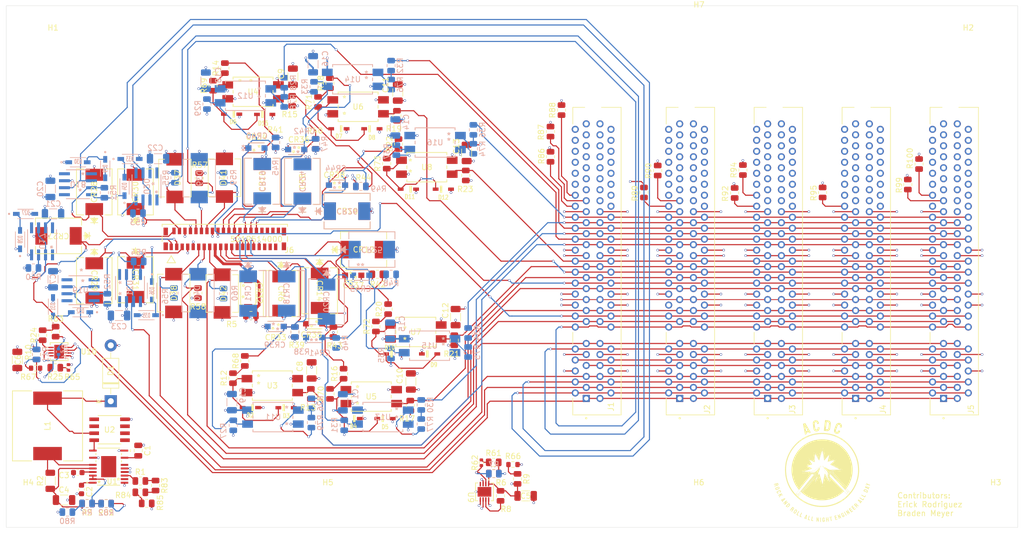
<source format=kicad_pcb>
(kicad_pcb (version 20240108) (generator "pcbnew") (generator_version "8.0")
  (layers (0 "F.Cu" signal) (1 "In1.Cu" signal) (2 "In2.Cu" signal) (31 "B.Cu" signal) (34 "B.Paste" user) (35 "F.Paste" user) (36 "B.SilkS" user "B.Silkscreen") (37 "F.SilkS" user "F.Silkscreen") (38 "B.Mask" user) (39 "F.Mask" user) (44 "Edge.Cuts" user))
  (net 0 "")
  (net 1 "GND")
  (net 2 "Net-(U1-ITH)")
  (net 3 "Net-(D1-K)")
  (net 4 "Net-(U1-SENSE+)")
  (net 5 "BPOW")
  (net 6 "SIN1")
  (net 7 "28V_REF")
  (net 8 "Net-(U1-TRACK{slash}SS)")
  (net 9 "Net-(U1-GATE)")
  (net 11 "Net-(U1-PGUV)")
  (net 12 "Net-(U1-CAP)")
  (net 13 "Net-(U1-FREQ)")
  (net 16 "SIN2")
  (net 22 "Net-(U9-SENSE{slash}ADJ)")
  (net 23 "Net-(U9-PG)")
  (net 25 "Net-(U10-SENSE{slash}ADJ)")
  (net 27 "Net-(U10-PG)")
  (net 28 "Net-(R26-Pad1)")
  (net 29 "Net-(R28-Pad1)")
  (net 30 "Net-(R30-Pad1)")
  (net 31 "Net-(R32-Pad1)")
  (net 32 "Net-(R34-Pad1)")
  (net 33 "Net-(R36-Pad1)")
  (net 34 "DI1")
  (net 35 "DI2")
  (net 36 "DI3")
  (net 37 "DI4")
  (net 38 "DI5")
  (net 39 "DI6")
  (net 40 "DO1")
  (net 41 "Net-(D2-PadA)")
  (net 42 "Net-(D4-PadA)")
  (net 43 "Net-(D15-PadC)")
  (net 44 "Net-(D7-PadA)")
  (net 45 "Net-(D10-PadC)")
  (net 46 "Net-(D11-PadA)")
  (net 49 "DO6")
  (net 57 "DO2")
  (net 58 "DO3")
  (net 59 "DO4")
  (net 60 "DO5")
  (net 61 "3V3")
  (net 68 "DSI1")
  (net 75 "CANHI")
  (net 84 "DSI3")
  (net 86 "Net-(J1-PadA34)")
  (net 88 "DAC_OUT")
  (net 89 "Net-(J1-PadA36)")
  (net 91 "Net-(J1-PadA35)")
  (net 95 "DSI5")
  (net 96 "CANLO")
  (net 100 "TD-IN")
  (net 110 "DSI2")
  (net 120 "DSI6")
  (net 122 "RTD-IN")
  (net 125 "Net-(J2-PadA35)")
  (net 128 "DSI4")
  (net 147 "Net-(J2-PadA34)")
  (net 149 "Net-(J3-PadA34)")
  (net 158 "Net-(J3-PadA36)")
  (net 187 "Net-(J4-PadA34)")
  (net 199 "Net-(J5-PadA36)")
  (net 211 "Net-(J5-PadA35)")
  (net 215 "TD+IN")
  (net 216 "RTD+IN")
  (net 234 "DOFB1")
  (net 235 "DOFB2")
  (net 236 "DOFB3")
  (net 237 "DOFB4")
  (net 238 "DOFB5")
  (net 239 "DOFB6")
  (net 240 "5.5V")
  (net 241 "Net-(U17-+INA)")
  (net 242 "Net-(U18-+INA)")
  (net 243 "Net-(U19-+INA)")
  (net 244 "Net-(U20-+INA)")
  (net 245 "Net-(U21-+INA)")
  (net 246 "Net-(D27-PadC)")
  (net 247 "Net-(D29-PadC)")
  (net 248 "Net-(D31-PadC)")
  (net 249 "Net-(D33-PadC)")
  (net 250 "Net-(D35-PadC)")
  (net 266 "Net-(R1-Pad2)")
  (net 267 "Net-(R3-Pad1)")
  (net 268 "Net-(R4-Pad1)")
  (net 269 "Net-(R6-Pad1)")
  (net 270 "Net-(R66-Pad2)")
  (net 271 "Net-(R11-Pad1)")
  (net 272 "Net-(R12-Pad2)")
  (net 273 "Net-(R14-Pad1)")
  (net 274 "Net-(R16-Pad1)")
  (net 275 "Net-(R18-Pad1)")
  (net 276 "Net-(R20-Pad1)")
  (net 277 "Net-(R22-Pad1)")
  (net 278 "Net-(R24-Pad1)")
  (net 279 "Net-(R25-Pad1)")
  (net 280 "Net-(R61-Pad1)")
  (net 281 "Net-(R63-Pad1)")
  (net 282 "Net-(R74-Pad1)")
  (net 283 "Net-(R75-Pad1)")
  (net 284 "Net-(R76-Pad1)")
  (net 285 "Net-(R77-Pad1)")
  (net 286 "Net-(R78-Pad1)")
  (net 287 "Net-(R79-Pad1)")
  (net 288 "Net-(R81-Pad1)")
  (net 289 "Net-(R83-Pad2)")
  (net 290 "Net-(R84-Pad2)")
  (net 291 "A429_IN-")
  (net 292 "A429_IN+")
  (net 293 "A429_OUT-")
  (net 294 "A429_OUT+")
  (footprint "Resistor_SMD:R_0805_2012Metric" (layer "F.Cu") (at 202.000001 68.399999 90)
    (property "Reference" "R41")
    (property "Value" "1k")
  )
  (footprint "Resistor_SMD:R_0805_2012Metric" (layer "F.Cu") (at 209.711335 61.008329 90)
    (property "Reference" "R71")
    (property "Value" "2k")
  )
  (footprint "SDII Lib:ISP817SM_ISO" (layer "F.Cu") (at 217.000001 61.899999)
    (property "Reference" "U6")
    (property "Value" "ISP817CXSM")
  )
  (footprint "Capacitor_SMD:C_1206_3216Metric" (layer "F.Cu") (at 226.597292 111.914347 90)
    (property "Reference" "C10")
    (property "Value" "10u")
  )
  (footprint "Resistor_SMD:R_1206_3216Metric" (layer "F.Cu") (at 161 130 90)
    (property "Reference" "R2")
    (property "Value" "20m")
  )
  (footprint "Resistor_SMD:R_0805_2012Metric" (layer "F.Cu") (at 317 76.05 -90)
    (property "Reference" "R99")
    (property "Value" "1k")
  )
  (footprint "SDII Lib:SMDJ6_0CA" (layer "F.Cu") (at 183.455001 95.812499 90)
    (property "Reference" "D38")
    (property "Value" "SMDJ60CA")
  )
  (footprint "Resistor_SMD:R_0805_2012Metric" (layer "F.Cu") (at 205.500001 102.899999 90)
    (property "Reference" "R39")
    (property "Value" "1k")
  )
  (footprint "Capacitor_SMD:C_1206_3216Metric" (layer "F.Cu") (at 208.542967 109.894992 90)
    (property "Reference" "C8")
    (property "Value" "10u")
  )
  (footprint "SDII Lib:ISP817SM_ISO" (layer "F.Cu") (at 219.389901 114.669999)
    (property "Reference" "U5")
    (property "Value" "ISP817CXSM")
  )
  (footprint "SDII Lib:1N4148WS" (layer "F.Cu") (at 219.500001 65.899999)
    (property "Reference" "D8")
    (property "Value" "1N4148WS")
  )
  (footprint "SDII Lib:1N4148WS" (layer "F.Cu") (at 215.889901 118.669999 180)
    (property "Reference" "D4")
    (property "Value" "1N4148WS")
  )
  (footprint "SDII Lib:SMDJ6_0A" (layer "F.Cu") (at 176.500001 93.399999 -90)
    (property "Reference" "CR31")
    (property "Value" "SMDJ6.0A")
  )
  (footprint "Resistor_SMD:R_0805_2012Metric" (layer "F.Cu") (at 287 73.4125 -90)
    (property "Reference" "R94")
    (property "Value" "1k")
  )
  (footprint "SDII Lib:SMDJ6_0CA" (layer "F.Cu") (at 192.680001 74.812499 -90)
    (property "Reference" "D41")
    (property "Value" "SMDJ60CA")
  )
  (footprint "Resistor_SMD:R_0805_2012Metric" (layer "F.Cu") (at 211.867313 57.597963 90)
    (property "Reference" "R18")
    (property "Value" "3k")
  )
  (footprint "Resistor_SMD:R_0805_2012Metric" (layer "F.Cu") (at 197.500001 99.899999)
    (property "Reference" "R5")
    (property "Value" "10k")
  )
  (footprint "Resistor_SMD:R_0805_2012Metric" (layer "F.Cu") (at 208.398193 114.169999 90)
    (property "Reference" "R13")
    (property "Value" "1k")
  )
  (footprint "Capacitor_SMD:C_0805_2012Metric" (layer "F.Cu") (at 177 124.5 -90)
    (property "Reference" "C1")
    (property "Value" ".47u")
  )
  (footprint "SDII Lib:1N4148WS" (layer "F.Cu") (at 226.141189 76.899999 180)
    (property "Reference" "D11")
    (property "Value" "1N4148WS")
  )
  (footprint "SDII Lib:1N4148WS" (layer "F.Cu") (at 221.889901 118.669999)
    (property "Reference" "D5")
    (property "Value" "1N4148WS")
  )
  (footprint "Resistor_SMD:R_0805_2012Metric" (layer "F.Cu") (at 158.5 106.99 90)
    (property "Reference" "R10")
    (property "Value" "100k")
  )
  (footprint "SDII Lib:ISP817SM_ISO" (layer "F.Cu") (at 227.500001 102.899999)
    (property "Reference" "U7")
    (property "Value" "ISP817CXSM")
  )
  (footprint "Resistor_SMD:R_0805_2012Metric" (layer "F.Cu") (at 220.236831 101.895389 90)
    (property "Reference" "R72")
    (property "Value" "2k")
  )
  (footprint "Resistor_SMD:R_0805_2012Metric" (layer "F.Cu") (at 236.584515 74.399999 90)
    (property "Reference" "R23")
    (property "Value" "1k")
  )
  (footprint "Capacitor_SMD:C_1206_3216Metric" (layer "F.Cu") (at 163.5 133.5)
    (property "Reference" "C4")
    (property "Value" "33u")
  )
  (footprint "SDII Lib:PCI_Express_Card" (layer "F.Cu") (at 324.75 103.35 90)
    (property "Reference" "J5")
    (property "Value" "10018783-10202TLF")
  )
  (footprint "SDII Lib:SMDJ33A" (layer "F.Cu") (at 215.000001 80.899999)
    (property "Reference" "CR16")
    (property "Value" "SMDJ33A")
  )
  (footprint "SDII Lib:PCI_Express_Card" (layer "F.Cu") (at 259.75 103.35 90)
    (property "Reference" "J1")
    (property "Value" "10018783-10202TLF")
  )
  (footprint "Resistor_SMD:R_0805_2012Metric" (layer "F.Cu") (at 246 129.648114 -90)
    (property "Reference" "R9")
    (property "Value" "10")
  )
  (footprint "Resistor_SMD:R_0805_2012Metric" (layer "F.Cu") (at 212.500001 102.899999 90)
    (property "Reference" "R43")
    (property "Value" "1k")
  )
  (footprint "Resistor_SMD:R_0805_2012Metric" (layer "F.Cu") (at 222.457986 98.739011 90)
    (property "Reference" "R20")
    (property "Value" "3k")
  )
  (footprint "Resistor_SMD:R_0805_2012Metric" (layer "F.Cu") (at 319.047203 72.318105 -90)
    (property "Reference" "R100")
    (property "Value" "1k")
  )
  (footprint "SDII Lib:1N4148WS" (layer "F.Cu") (at 232.500001 76.899999)
    (property "Reference" "D12")
    (property "Value" "1N4148WS")
  )
  (footprint "SDII Lib:RBR1MM60ATFTR(new_VR_diode)" (layer "F.Cu") (at 209.000001 101.399999 180)
    (property "Reference" "CR35")
    (property "Value" "RBR1MM60ATFTR")
  )
  (footprint "Capacitor_SMD:C_1206_3216Metric" (layer "F.Cu") (at 224.215188 59.294455 90)
    (property "Reference" "C11")
    (property "Value" "10u")
  )
  (footprint "Capacitor_SMD:C_0603_1608Metric" (layer "F.Cu") (at 166 128.5 180)
    (property "Reference" "C3")
    (property "Value" "3.3n")
  )
  (footprint "Resistor_SMD:R_0805_2012Metric" (layer "F.Cu") (at 254 62.5 -90)
    (property "Reference" "R88")
    (property "Value" "1k")
  )
  (footprint "SDII Lib:SMDJ33A" (layer "F.Cu") (at 203.000001 95.899999 -90)
    (property "Reference" "CR6")
    (property "Value" "SMDJ33A")
  )
  (footprint "SDII Lib:SMDJ6_0CA" (layer "F.Cu") (at 192.275001 95.899999 90)
    (property "Reference" "D42")
    (property "Value" "SMDJ60CA")
  )
  (footprint "SDII Lib:RF201LAM2STR(new_POW_diode)" (layer "F.Cu") (at 197.000001 95.899999 -90)
    (property "Reference" "CR32")
    (property "Value" "RF201LAM2STR")
  )
  (footprint "MountingHole:MountingHole_3.2mm_M3" (layer "F.Cu") (at 157 47.5)
    (property "Reference" "H1")
    (property "Value" "MountingHole")
  )
  (footprint "SDII Lib:PCI_Express_Card" (layer "F.Cu") (at 276.75 103.35 90)
    (property "Reference" "J2")
    (property "Value" "10018783-10202TLF")
  )
  (footprint "Resistor_SMD:R_0805_2012Metric" (layer "F.Cu") (at 226.490068 116.306107 90)
    (property "Reference" "R17")
    (property "Value" "1k")
  )
  (footprint "Resistor_SMD:R_0805_2012Metric" (layer "F.Cu") (at 187.860404 95.814397 90)
    (property "Reference" "R58")
    (property "Value" "10k")
  )
  (footprint "SDII Lib:SMDJ6_0A" (layer "F.Cu") (at 162.500001 85.399999 180)
    (property "Reference" "CR27")
    (property "Value" "SMDJ6.0A")
  )
  (footprint "Resistor_SMD:R_0805_2012Metric" (layer "F.Cu") (at 177.387733 130.034219)
    (property "Reference" "R1")
    (property "Value" "30k")
  )
  (footprint "SDII Lib:PCI_Express_Card" (layer "F.Cu") (at 308.75 103.35 90)
    (property "Reference" "J4")
    (property "Value" "10018783-10202TLF")
  )
  (footprint "Resistor_SMD:R_0805_2012Metric" (layer "F.Cu") (at 220.500001 92.399999)
    (property "Reference" "R42")
    (property "Value" "1k")
  )
  (footprint "Capacitor_SMD:C_0603_1608Metric" (layer "F.Cu") (at 166.679446 131.580561 -90)
    (property "Reference" "C2")
    (property "Value" "0.1u")
  )
  (footprint "MountingHole:MountingHole_3.2mm_M3" (layer "F.Cu") (at 333 134.5)
    (property "Reference" "H3")
    (property "Value" "MountingHole")
  )
  (footprint "SDII Lib:ISP817SM_ISO" (layer "F.Cu") (at 201.389901 112.669999)
    (property "Reference" "U3")
    (property "Value" "ISP817CXSM")
  )
  (footprint "Capacitor_SMD:C_1206_3216Metric" (layer "F.Cu") (at 205.133387 56.420899 90)
    (property "Reference" "C9")
    (property "Value" "10u")
  )
  (footprint "MountingHole:MountingHole_3.2mm_M3" (layer "F.Cu") (at 279 47.5)
    (property "Reference" "H7")
    (property "Value" "MountingHole")
  )
  (footprint "Resistor_SMD:R_0805_2012Metric" (layer "F.Cu") (at 252 71 -90)
    (property "Reference" "R86")
    (property "Value" "1k")
  )
  (footprint "Resistor_SMD:R_0805_2012Metric" (layer "F.Cu") (at 252 66.4125 -90)
    (property "Reference" "R87")
    (property "Value" "1k")
  )
  (footprint "Resistor_SMD:R_0603_1608Metric" (layer "F.Cu") (at 158.325 109.49 180)
    (property "Reference" "R67")
    (property "Value" "2")
  )
  (footprint "SDII Lib:PCI_Express_Card" (layer "F.Cu") (at 292.75 103.35 90)
    (property "Reference" "J3")
    (property "Value" "10018783-10202TLF")
  )
  (footprint "Resistor_SMD:R_0805_2012Metric" (layer "F.Cu") (at 161.969597 102.843645 90)
    (property "Reference" "R63")
    (property "Value" "2.2k")
  )
  (footprint "Resistor_SMD:R_0402_1005Metric" (layer "F.Cu") (at 239.420009 126.709212 90)
    (property "Reference" "R62")
    (property "Value" "200")
  )
  (footprint "SDII Lib:RBR1MM60ATFTR(new_VR_diode)" (layer "F.Cu") (at 213.157704 76.168159)
    (property "Reference" "CR38")
    (property "Value" "RBR1MM60ATFTR")
  )
  (footprint "MountingHole:MountingHole_3.2mm_M3" (layer "F.Cu") (at 157 134.5)
    (property "Reference" "H4")
    (property "Value" "MountingHole")
  )
  (footprint "Resistor_SMD:R_0805_2012Metric" (layer "F.Cu") (at 234.498985 104.399999 90)
    (property "Reference" "R21")
    (property "Value" "1k")
  )
  (footprint "Resistor_SMD:R_0805_2012Metric" (layer "F.Cu") (at 224.348678 68.682844 90)
    (property "Reference" "R22")
    (property "Value" "3k")
  )
  (footprint "SDII Lib:SOIC8_751EB_FAS" (layer "F.Cu") (at 171.784157 120.703145)
    (property "Reference" "U2")
    (property "Value" "FDS4435A")
  )
  (footprint "SDII Lib:BP_Connector" (layer "F.Cu") (at 192.749977 85.95)
    (property "Reference" "J6")
    (property "Value" "5019514000")
  )
  (footprint "Resistor_SMD:R_0805_2012Metric" (layer "F.Cu") (at 211.889901 114.169999 90)
    (property "Reference" "R70")
    (property "Value" "2k")
  )
  (footprint "SDII Lib:1N4148WS" (layer "F.Cu") (at 203.889901 116.687898)
    (property "Reference" "D3")
    (property "Value" "1N4148WS")
  )
  (footprint "Resistor_SMD:R_0805_2012Metric" (layer "F.Cu") (at 241.660478 126.637384)
    (property "Reference" "R61")
    (property "Value" "2.2k")
  )
  (footprint "SDII Lib:1N4148WS" (layer "F.Cu") (at 213.500001 65.899999 180)
    (property "Reference" "D7")
    (property "Value" "1N4148WS")
  )
  (footprint "MountingHole:MountingHole_3.2mm_M3" (layer "F.Cu") (at 278.976187 134.5)
    (property "Reference" "H6")
    (property "Value" "MountingHole")
  )
  (footprint "SDII Lib:1N4148WS" (layer "F.Cu") (at 223.500001 106.899999)
    (property "Reference" "D10")
    (property "Value" "1N4148WS")
  )
  (footprint "Resistor_SMD:R_0805_2012Metric" (layer "F.Cu") (at 224.064449 63.529023 90)
    (property "Reference" "R19")
    (property "Value" "1k")
  )
  (footprint "Resistor_SMD:R_0805_2012Metric" (layer "F.Cu") (at 161.910634 109.40252 180)
    (property "Reference" "R25")
    (property "Value" "4.7k")
  )
  (footprint "Resistor_SMD:R_0805_2012Metric" (layer "F.Cu") (at 269 77.5 -90)
    (property "Reference" "R89")
    (property "Value" "1k")
  )
  (footprint "SDII Lib:ISP817SM_ISO" (layer "F.Cu") (at 197.889901 59.169999)
    (property "Reference" "U4")
    (property "Value" "ISP817CXSM")
  )
  (footprint "Resistor_SMD:R_0603_1608Metric" (layer "F.Cu") (at 245.169833 127.03886 180)
    (property "Reference" "R66")
    (property "Value" "2")
  )
  (footprint "MountingHole:MountingHole_3.2mm_M3" (layer "F.Cu") (at 211.5 134.5)
    (property "Reference" "H5")
    (property "Value" "MountingHole")
  )
  (footprint "Resistor_SMD:R_0805_2012Metric" (layer "F.Cu") (at 209.273998 68.643862 90)
    (property "Reference" "R40")
    (property "Value" "1k")
  )
  (footprint "Resistor_SMD:R_0805_2012Metric" (layer "F.Cu") (at 171.159624 134.143895 180)
    (property "Reference" "R81")
    (property "Value" "200k")
  )
  (footprint "SDII Lib:RBR1MM60ATFTR(new_VR_diode)" (layer "F.Cu") (at 205.738842 69.679018 180)
    (property "Reference" "CR36")
    (property "Value" "RBR1MM60ATFTR")
  )
  (footprint "Capacitor_SMD:C_1206_3216Metric" (layer "F.Cu") (at 236.740386 70.296762 90)
    (property "Reference" "C13")
    (property "Value" "10u")
  )
  (footprint "Capacitor_SMD:C_1206_3216Metric" (layer "F.Cu") (at 155 107.99 90)
    (property "Reference" "C6")
    (property "Value" "22u")
  )
  (footprint "SDII Lib:TSSOP20-EP_4P4X6P5_ADI" (layer "F.Cu") (at 171.62345 127.424998)
    (property "Reference" "U1")
    (property "Value" "LTC3894EFE-PBF")
  )
  (footprint "Capacitor_SMD:C_1206_3216Metric" (layer "F.Cu") (at 234.732791 100.197058 90)
    (property "Reference" "C12")
    (property "Value" "10u")
  )
  (footprint "SDII Lib:SMDJ33A" (layer "F.Cu") (at 206.867193 75.493194 90)
    (property "Reference" "CR8")
    (property "Value" "SMDJ33A")
  )
  (footprint "SDII Lib:SMDJ33A" (layer "F.Cu") (at 199.550415 75.450538 90)
    (property "Reference" "CR10")
    (property "Value" "SMDJ33A")
  )
  (footprint "Capacitor_SMD:C_1206_3216Metric" (layer "F.Cu") (at 247.473932 132.745486 180)
    (property "Reference" "C5")
    (property "Value" "22u")
  )
  (footprint "Resistor_SMD:R_0805_2012Metric" (layer "F.Cu") (at 177.382161 132.095083 180)
    (property "Reference" "R84")
    (property "Value" "2k")
  )
  (footprint "SDII Lib:RBR1MM60ATFTR(new_VR_diode)" (layer "F.Cu") (at 216.108571 92.580801)
    (property "Reference" "CR37")
    (property "Value" "RBR1MM60ATFTR")
  )
  (footprint "Resistor_SMD:R_0805_2012Metric" (layer "F.Cu") (at 159.610467 103.49386 -90)
    (property "Reference" "R24")
    (property "Value" "15k")
  )
  (footprint "SDII Lib:1N4148WS" (layer "F.Cu") (at 193.984042 63.241426 180)
    (property "Reference" "D6")
    (property "Value" "1N4148WS")
  )
  (footprint "Resistor_SMD:R_0805_2012Metric" (layer "F.Cu") (at 190.611385 58.055966 90)
    (property "Reference" "R69")
    (property "Value" "2k")
  )
  (footprint "Resistor_SMD:R_0402_1005Metric" (layer "F.Cu") (at 164.298543 109.358213 -90)
    (property "Reference" "R65")
    (property "Value" "200")
  )
  (footprint "Resistor_SMD:R_0805_2012Metric" (layer "F.Cu") (at 194.231306 111.312559 90)
    (property "Reference" "R12")
    (property "Value" "2k")
  )
  (footprint "MountingHole:MountingHole_3.2mm_M3" (layer "F.Cu") (at 333 47.5)
    (property "Reference" "H2")
    (property "Value" "MountingHole")
  )
  (footprint "SDII Lib:1N4148WS" (layer "F.Cu") (at 200.000001 63.283584)
    (property "Reference" "D15")
    (property "Value" "1N4148WS")
  )
  (footprint "SDII Lib:RBR1MM60ATFTR(new_VR_diode)" (layer "F.Cu") (at 202.000001 101.899999 180)
    (property "Reference" "CR33")
    (property "Value" "RBR1MM60ATFTR")
  )
  (footprint "SDII Lib:Big_Logo" (layer "F.Cu") (at 301.5 128.5)
    (property "Reference" "G***" (hide yes))
    (property "Value" "LOGO" (hide yes))
  )
  (footprint "Resistor_SMD:R_0805_2012Metric" (layer "F.Cu") (at 241.680529 128.679815 180)
    (property "Reference" "R6")
    (property "Value" "15k")
  )
  (footprint "Resistor_SMD:R_0805_2012Metric" (layer "F.Cu") (at 214.353234 110.499183 90)
    (property "Reference" "R16")
    (property "Value" "3k")
  )
  (footprint "Resistor_SMD:R_0805_2012Metric" (layer "F.Cu") (at 188.099616 74.894622 -90)
    (property "Reference" "R57")
    (property "Value" "10k")
  )
  (footprint "SDII Lib:IND_1210-WE-PD_WRE" (layer "F.Cu") (at 160.5 120 90)
    (property "Reference" "L1")
    (property "Value" "22u")
  )
  (footprint "Resistor_SMD:R_0805_2012Metric" (layer "F.Cu") (at 217.500001 76.399999)
    (property "Reference" "R44")
    (property "Value" "1k")
  )
  (footprint "SDII Lib:ISP817SM_ISO" (layer "F.Cu") (at 229.500001 72.899999)
    (property "Reference" "U8")
    (property "Value" "ISP817CXSM")
  )
  (footprint "Resistor_SMD:R_0805_2012Metric" (layer "F.Cu") (at 301.5 77.5 -90)
    (property "Reference" "R95")
    (property "Value" "1k")
  )
  (footprint "SDII Lib:SMDJ33A" (layer "F.Cu") (at 210.000001 95.399999 -90)
    (property "Reference" "CR14")
    (property "Value" "SMDJ33A")
  )
  (footprint "SDII Lib:SMDJ6_0A" (layer "F.Cu") (at 176.500001 77.399999 90)
    (property "Reference" "CR30")
    (property "Value" "SMDJ6.0A")
  )
  (footprint "Resistor_SMD:R_0805_2012Metric" (layer "F.Cu") (at 271.5 73.5 -90)
    (property "Reference" "R90")
    (property "Value" "1k")
  )
  (footprint "Resistor_SMD:R_0805_2012Metric" (layer "F.Cu") (at 205.000001 60.812499 90)
    (property "Reference" "R15")
    (property "Value" "1k")
  )
  (footprint "SDII Lib:1N4148WS" (layer "F.Cu") (at 230.000001 106.899999)
    (property "Reference" "D9")
    (property "Value" "1N4148WS")
  )
  (footprint "Diode_THT:D_DO-41_SOD81_P10.16mm_Horizontal" (layer "F.Cu") (at 172 115.5 90)
    (property "Reference" "D1")
    (property "Value" "1N5818")
  )
  (footprint "Resistor_SMD:R_0805_2012Metric" (layer "F.Cu") (at 178.539966 134.112178)
    (property "Reference" "R85")
    (property "Value" "1.5k")
  )
  (footprint "SDII Lib:SMDJ6_0CA" (layer "F.Cu") (at 183.680001 74.882499 -90)
    (property "Reference" "D37")
    (property "Value" "SMDJ60CA")
  )
  (footprint "SDII Lib:CP_8_5_ADI" (layer "F.Cu") (at 239.984259 132.005362 -90)
    (property "Reference" "U9")
    (property "Value" "ADP7104ACPZ-R7")
  )
  (footprint "SDII Lib:SMDJ6_0A" (layer "F.Cu") (at 169 77.399999 90)
    (property "Reference" "CR28")
    (property "Value" "SMDJ6.0A")
  )
  (footprint "Resistor_SMD:R_0805_2012Metric" (layer "F.Cu") (at 196.389901 108.169999 90)
    (property "Reference" "R68")
    (property "Value" "3k")
  )
  (footprint "Resistor_SMD:R_0805_2012Metric" (layer "F.Cu") (at 222.205458 72.245144 90)
    (property "Reference" "R73")
    (property "Value" "2k")
  )
  (footprint "Resistor_SMD:R_0805_2012Metric" (layer "F.Cu") (at 180.146398 130.861235 -90)
    (property "Reference" "R83")
    (property "Value" "3k")
  )
  (footprint "SDII Lib:1N4148WS" (layer "F.Cu") (at 197.389901 116.669999 180)
    (property "Reference" "D2")
    (property "Value" "1N4148WS")
  )
  (footprint "SDII Lib:SMDJ6_0A" (layer "F.Cu") (at 169.000001 93.524199 -90)
    (property "Reference" "CR29")
    (property "Value" "SMDJ6.0A")
  )
  (footprint "Resistor_SMD:R_0805_2012Metric" (layer "F.Cu") (at 167.700253 134.143118 180)
    (property "Reference" "R3")
    (property "Value" "200k")
  )
  (footprint "Resistor_SMD:R_0805_2012Metric" (layer "F.Cu") (at 242.90596 132.737921 90)
    (property "Reference" "R8")
    (property "Value" "100k")
  )
  (footprint "SDII Lib:RBR1MM60ATFTR(new_VR_diode)" (layer "F.Cu") (at 198.500001 69.399999 180)
    (property "Reference" "CR34")
    (property "Value" "RBR1MM60ATFTR")
  )
  (footprint "SDII Lib:SMDJ33A" (layer "F.Cu") (at 218.000001 87.899999)
    (property "Reference" "CR12")
    (property "Value" "SMDJ33A")
  )
  (footprint "SDII Lib:CP_8_5_ADI" (layer "F.Cu") (at 162.608857 106.477513)
    (property "Reference" "U10")
    (property "Value" "ADP7104ACPZ-R7")
  )
  (footprint "Resistor_SMD:R_0805_2012Metric" (layer "F.Cu") (at 192.761454 54.851942 90)
    (property "Reference" "R14")
    (property "Value" "3k")
  )
  (footprint "Resistor_SMD:R_0805_2012Metric" (layer "F.Cu") (at 285.5 77.5875 -90)
    (property "Reference" "R92")
    (property "Value" "1k")
  )
  (footprint "SDII Lib:ISP817SM_ISO" (layer "B.Cu") (at 196.500001 59.899999 180)
    (property "Reference" "U12")
    (property "Value" "ISP817CXSM")
  )
  (footprint "Resistor_SMD:R_0805_2012Metric" (layer "B.Cu") (at 237.963098 69.542499 90)
    (property "Reference" "R74")
    (property "Value" "2k")
  )
  (footprint "Resistor_SMD:R_0805_2012Metric" (layer "B.Cu") (at 217.500001 76.399999)
    (property "Reference" "R49")
    (property "Value" "1k")
  )
  (footprint "SDII Lib:SMDJ6_0CA" (layer "B.Cu") (at 187.860404 95.814397 90)
    (property "Reference" "D40")
    (property "Value" "SMDJ60CA")
  )
  (footprint "Capacitor_SMD:C_1206_3216Metric" (layer "B.Cu") (at 222.824034 102.666695 90)
    (property "Reference" "C15")
    (property "Value" "10u")
  )
  (footprint "Resistor_SMD:R_0805_2012Metric" (layer "B.Cu") (at 157.935028 91.24466)
    (property "Reference" "R50")
    (property "Value" "100k")
  )
  (footprint "Resistor_SMD:R_0805_2012Metric" (layer "B.Cu") (at 237.009453 106.550044 90)
    (property "Reference" "R75")
    (property "Value" "2k")
  )
  (footprint "SDII Lib:1N5819" (layer "B.Cu") (at 174.500001 76.399999 90)
    (property "Reference" "D34")
    (property "Value" "1N5819HW-7-F")
  )
  (footprint "SDII Lib:OP191" (layer "B.Cu") (at 159.500001 86.399999 90)
    (property "Reference" "U17")
    (property "Value" "OP191GSZ-REEL7")
  )
  (footprint "SDII Lib:1N5819" (layer "B.Cu") (at 170.992247 73.147096 -90)
    (property "Reference" "D29")
    (property "Value" "1N5819HW-7-F")
  )
  (footprint "Resistor_SMD:R_0805_2012Metric" (layer "B.Cu") (at 223.000001 54.399999 90)
    (property "Reference" "R32")
    (property "Value" "3k")
  )
  (footprint "Resistor_SMD:R_0805_2012Metric" (layer "B.Cu") (at 222.975069 106.805759 90)
    (property "Reference" "R35")
    (property "Value" "1k")
  )
  (footprint "SDII Lib:ISP817SM_ISO" (layer "B.Cu") (at 231.000001 68.399999 180)
    (property "Reference" "U16")
    (property "Value" "ISP817CXSM")
  )
  (footprint "Resistor_SMD:R_0805_2012Metric" (layer "B.Cu") (at 205.500001 102.899999 90)
    (property "Reference" "R38")
    (property "Value" "1k")
  )
  (footprint "Resistor_SMD:R_0805_2012Metric" (layer "B.Cu") (at 223.000001 92.399999)
    (property "Reference" "R48")
    (property "Value" "1k")
  )
  (footprint "Resistor_SMD:R_0805_2012Metric" (layer "B.Cu") (at 202.000001 68.399999 -90)
    (property "Reference" "R45")
    (property "Value" "1k")
  )
  (footprint "Resistor_SMD:R_0805_2012Metric" (layer "B.Cu") (at 209.270325 68.646457 90)
    (property "Reference" "R47")
    (property "Value" "1k")
  )
  (footprint "SDII Lib:1N5819" (layer "B.Cu") (at 155.500001 86.079999 90)
    (property "Reference" "D28")
    (property "Value" "1N5819HW-7-F")
  )
  (footprint "Capacitor_SMD:C_1206_3216Metric" (layer "B.Cu") (at 180.610286 71.345528)
    (property "Reference" "C22")
    (property "Value" "10u")
  )
  (footprint "Resistor_SMD:R_0805_2012Metric" (layer "B.Cu") (at 158.5 106.99 90)
    (property "Reference" "R11")
    (property "Value" "10")
  )
  (footprint "SDII Lib:OP191" (layer "B.Cu") (at 175.500001 94.899999 -90)
    (property "Reference" "U21")
    (property "Value" "OP191GSZ-REEL7")
  )
  (footprint "Resistor_SMD:R_0805_2012Metric" (layer "B.Cu") (at 183.680001 74.812499 -90)
    (property "Reference" "R55")
    (property "Value" "10k")
  )
  (footprint "Resistor_SMD:R_0805_2012Metric" (layer "B.Cu") (at 170.837129 77.541975 90)
    (property "Reference" "R51")
    (property "Value" "100k")
  )
  (footprint "SDII Lib:SMDJ33A" (layer "B.Cu") (at 219.500001 87.899999)
    (property "Reference" "CR25")
    (property "Value" "SMDJ33A")
  )
  (footprint "Resistor_SMD:R_0805_2012Metric" (layer "B.Cu") (at 213.000001 104.899999 90)
    (property "Reference" "R46")
    (property "Value" "1k")
  )
  (footprint "SDII Lib:1N5819" (layer "B.Cu") (at 175.500001 71.399999)
    (property "Reference" "D33")
    (property "Value" "1N5819HW-7-F")
  )
  (footprint "SDII Lib:1N5819" (layer "B.Cu") (at 166.036201 71.994999)
    (property "Reference" "D30")
    (property "Value" "1N5819HW-7-F")
  )
  (footprint "SDII Lib:OP191" (layer "B.Cu") (at 166.500001 95.304999 180)
    (property "Reference" "U19")
    (property "Value" "OP191GSZ-REEL7")
  )
  (footprint "Capacitor_SMD:C_1206_3216Metric" (layer "B.Cu") (at 161.500001 93.304999 90)
    (property "Reference" "C7")
    (property "Value" "10u")
  )
  (footprint "Resistor_SMD:R_0805_2012Metric" (layer "B.Cu") (at 228.481375 119.660755 90)
    (property "Reference" "R77")
    (property "Value" "2k")
  )
  (footprint "SDII Lib:SMDJ33A" (layer "B.Cu") (at 199.558728 75.441943 90)
    (property "Reference" "CR19")
    (property "Value" "SMDJ33A")
  )
  (footprint "Resistor_SMD:R_0805_2012Metric" (layer "B.Cu") (at 171.161988 134.152359)
    (property "Reference" "R82")
    (property "Value" "22k")
  )
  (footprint "Capacitor_SMD:C_1206_3216Metric" (layer "B.Cu") (at 208.805649 54.147331 90)
    (property "Reference" "C16")
    (property "Value" "10u")
  )
  (footprint "Resistor_SMD:R_0805_2012Metric" (layer "B.Cu") (at 237.018451 103.079657 90)
    (property "Reference" "R34")
    (property "Value" "3k")
  )
  (footprint "SDII Lib:OP191" (layer "B.Cu") (at 166.036201 75.994999 180)
    (property "Reference" "U18")
    (property "Value" "OP191GSZ-REEL7")
  )
  (footprint "SDII Lib:SMDJ33A" (layer "B.Cu") (at 206.85347 75.491356 90)
    (property "Reference" "CR24")
    (property "Value" "SMDJ33A")
  )
  (footprint "Capacitor_SMD:C_1206_3216Metric" (layer "B.Cu") (at 161.021549 76.842903 -90)
    (property "Reference" "C20")
    (property "Value" "10u")
  )
  (footprint "SDII Lib:1N5819" (layer "B.Cu") (at 161.500001 98.304999 90)
    (property "Reference" "D31")
    (property "Value" "1N5819HW-7-F")
  )
  (footprint "SDII Lib:RBR1MM60ATFTR(new_VR_diode)" (layer "B.Cu") (at 217.557166 92.571494 180)
    (property "Reference" "CR43")
    (property "Value" "RBR1MM60ATFTR")
  )
  (footprint "Resistor_SMD:R_0805_2012Metric" (layer "B.Cu") (at 177.07526 90.063992 180)
    (property "Reference" "R54")
    (property "Value" "100k")
  )
  (footprint "SDII Lib:RBR1MM60ATFTR(new_VR_diode)" (layer "B.Cu") (at 213.161366 76.16955 180)
    (property "Reference" "CR44")
    (property "Value" "RBR1MM60ATFTR")
  )
  (footprint "Resistor_SMD:R_0805_2012Metric" (layer "B.Cu") (at 228.481375 116.181588 90)
    (property "Reference" "R30")
    (property "Value" "3k")
  )
  (footprint "Resistor_SMD:R_0805_2012Metric" (layer "B.Cu") (at 203.557327 57.512995 90)
    (property "Reference" "R28")
    (property "Value" "3k")
  )
  (footprint "SDII Lib:SMDJ85A" (layer "B.Cu") (at 197.000001 95.899999 -90)
    (property "Reference" "CR1")
    (property "Value" "SMDJ85A")
  )
  (footprint "SDII Lib:SMDJ6_0CA" (layer "B.Cu") (at 188.099616 74.894622 -90)
    (property "Reference" "D39")
    (property "Value" "SMDJ60CA")
  )
  (footprint "SDII Lib:SMDJ33A" (layer "B.Cu") (at 215.000001 80.899999)
    (property "Reference" "CR26")
    (property "Value" "SMDJ33A")
  )
  (footprint "SDII Lib:1N5819" (layer "B.Cu") (at 178.478022 99.845527 180)
    (property "Reference" "D35")
    (property "Value" "1N5819HW-7-F")
  )
  (footprint "SDII Lib:ISP817SM_ISO" (layer "B.Cu") (at 221.500001 118.399999 180)
    (property "Reference" "U13")
    (property "Value" "ISP817CXSM")
  )
  (footprint "Resistor_SMD:R_0805_2012Metric" (layer "B.Cu") (at 208.500001 119.399999 90)
    (property "Reference" "R79")
    (property "Value" "2k")
  )
  (footprint "Capacitor_SMD:C_1206_3216Metric" (layer "B.Cu") (at 194.042016 115.673523 90)
    (property "Reference" "C19")
    (property "Value" "10u")
  )
  (footprint "Capacitor_SMD:C_1206_3216Metric" (layer "B.Cu") (at 173.500001 99.899999 180)
    (property "Reference" "C23")
    (property "Value" "10u")
  )
  (footprint "Resistor_SMD:R_0402_1005Metric" (layer "B.Cu") (at 162.5 106.49 90)
    (property "Reference" "R64")
    (property "Value" "200")
  )
  (footprint "SDII Lib:OP191" (layer "B.Cu") (at 178.500001 76.399999 90)
    (property "Reference" "U20")
    (property "Value" "OP191GSZ-REEL7")
  )
  (footprint "Resistor_SMD:R_0805_2012Metric" (layer "B.Cu") (at 208.500001 115.899999 90)
    (property "Reference" "R26")
    (property "Value" "3k")
  )
  (footprint "Resistor_SMD:R_0805_2012Metric" (layer "B.Cu") (at 164.107532 135.696515)
    (property "Reference" "R80")
    (property "Value" "22k")
  )
  (footprint "Resistor_SMD:R_0805_2012Metric" (layer "B.Cu") (at 223.01366 57.847018 90)
    (property "Reference" "R76")
    (property "Value" "2k")
  )
  (footprint "Resistor_SMD:R_0805_2012Metric" (layer "B.Cu") (at 237.967326 66.094626 90)
    (property "Reference" "R36")
    (property "Value" "3k")
  )
  (footprint "Capacitor_SMD:C_1206_3216Metric" (layer "B.Cu") (at 223.768679 65.657901 90)
    (property "Reference" "C14")
    (property "Value" "10u")
  )
  (footprint "Resistor_SMD:R_0805_2012Metric" (layer "B.Cu") (at 203.557327 61.003682 90)
    (property "Reference" "R78")
    (property "Value" "2k")
  )
  (footprint "SDII Lib:1N5819" (layer "B.Cu") (at 156.500001 81.399999)
    (property "Reference" "D27")
    (property "Value" "1N5819HW-7-F")
  )
  (footprint "Resistor_SMD:R_0805_2012Metric" (layer "B.Cu") (at 241.690872 128.694182 180)
    (property "Reference" "R7")
    (property "Value" "10k")
  )
  (footprint "Resistor_SMD:R_0805_2012Metric" (layer "B.Cu") (at 194.284402 119.899999 90)
    (property "Reference" "R27")
    (property "Value" "1k")
  )
  (footprint "SDII Lib:RBR1MM60ATFTR(new_VR_diode)" (layer "B.Cu") (at 209.000001 103.899999 180)
    (property "Reference" "CR41")
    (property "Value" "RBR1MM60ATFTR")
  )
  (footprint "SDII Lib:ISP817SM_ISO" (layer "B.Cu") (at 230.000001 105.399999 180)
    (property "Reference" "U15")
    (property "Value" "ISP817CXSM")
  )
  (footprint "Capacitor_SMD:C_1206_3216Metric" (layer "B.Cu") (at 161.500001 81.399999)
    (property "Reference" "C21")
    (property "Value" "10u")
  )
  (footprint "Resistor_SMD:R_0805_2012Metric" (layer "B.Cu") (at 171.367739 96.851636 90)
    (property "Reference" "R52")
    (property "Value" "100k")
  )
  (footprint "SDII Lib:SMDJ33A" (layer "B.Cu") (at 211.25419 97.393328 -90)
    (property "Reference" "CR20")
    (property "Value" "SMDJ33A")
  )
  (footprint "Resistor_SMD:R_0805_2012Metric" (layer "B.Cu") (at 208.981514 58.254579 90)
    (property "Reference" "R33")
    (property "Value" "1k")
  )
  (footprint "SDII Lib:RBR1MM60ATFTR(new_VR_diode)" (layer "B.Cu") (at 202.000001 101.899999 180)
    (property "Reference" "CR39")
    (property "Value" "RBR1MM60ATFTR")
  )
  (footprint "Resistor_SMD:R_0805_2012Metric" (layer "B.Cu") (at 214.474753 119.88167 90)
    (property "Reference" "R31")
    (property "Value" "1k")
  )
  (footprint "SDII Lib:SMDJ33A" (layer "B.Cu") (at 204.000001 95.899999 -90)
    (property "Reference" "CR18")
    (property "Value" "SMDJ33A")
  )
  (footprint "Capacitor_SMD:C_1206_3216Metric" (layer "B.Cu") (at 189.304085 57.133534 90)
    (property "Reference" "C18")
    (property "Value" "10u")
  )
  (footprint "SDII Lib:RBR1MM60ATFTR(new_VR_diode)" (layer "B.Cu") (at 205.733782 69.662111 180)
    (property "Reference" "CR42")
    (property "Value" "RBR1MM60ATFTR")
  )
  (footprint "Resistor_SMD:R_0805_2012Metric" (layer "B.Cu") (at 183.500001 95.812499 90)
    (property "Reference" "R56")
    (property "Value" "10k")
  )
  (footprint "Resistor_SMD:R_0805_2012Metric" (layer "B.Cu") (at 192.500001 95.899999 90)
    (property "Reference" "R60")
    (property "Value" "10k")
  )
  (footprint "Resistor_SMD:R_0805_2012Metric" (layer "B.Cu") (at 167.687416 134.130563)
    (property "Reference" "R4")
    (property "Value" "30k")
  )
  (footprint "SDII Lib:1N5819" (layer "B.Cu") (at 179.500001 95.399999 -90)
    (property "Reference" "D36")
    (property "Value" "1N5819HW-7-F")
  )
  (footprint "SDII Lib:ISP817SM_ISO" (layer "B.Cu") (at 216.000001 56.899999 180)
    (property "Reference" "U14")
    (property "Value" "ISP817CXSM")
  )
  (footprint "Resistor_SMD:R_0805_2012Metric" (layer "B.Cu") (at 192.500001 74.812499 -90)
    (property "Reference" "R59")
    (property "Value" "10k")
  )
  (footprint "Resistor_SMD:R_0805_2012Metric" (layer "B.Cu") (at 223.949686 69.790574 90)
    (property "Reference" "R37")
    (property "Value" "1k")
  )
  (footprint "SDII Lib:1N5819" (layer "B.Cu") (at 166.500001 99.304999 180)
    (property "Reference" "D32")
    (property "Value" "1N5819HW-7-F")
  )
  (footprint "Resistor_SMD:R_0805_2012Metric" (layer "B.Cu") (at 189.500001 61.399999 90)
    (property "Reference" "R29")
    (property "Value" "1k")
  )
  (footprint "SDII Lib:ISP817SM_ISO" (layer "B.Cu") (at 201.500001 118.399999 180)
    (property "Reference" "U11")
    (property "Value" "ISP817CXSM")
  )
  (footprint "Capacitor_SMD:C_1206_3216Metric" (layer "B.Cu") (at 214.221304 115.702145 90)
    (property "Reference" "C17")
    (property "Value" "10u")
  )
  (footprint "Resistor_SMD:R_0805_2012Metric" (layer "B.Cu") (at 176.952856 81.263277)
    (property "Reference" "R53")
    (property "Value" "100k")
  )
  (footprint "SDII Lib:RBR1MM60ATFTR(new_VR_diode)" (layer "B.Cu") (at 198.500001 69.399999)
    (property "Reference" "CR40")
    (property "Value" "RBR1MM60ATFTR")
  )
  (gr_rect (start 153 43.5) (end 337 138.5) (stroke (width 0.05)) (fill none) (layer "Edge.Cuts"))
  (gr_text "Contributors:\nErick Rodriguez\nBraden Meyer" (at 315 136.5 0) (layer "F.SilkS") (effects (font (size 1 1)) (justify left bottom)))
  (segment (start 205.289901 116.041527) (end 205.289901 116.687898) (width 0.2) (layer "F.Cu") (net 1))
  (segment (start 289.5 110) (end 287.5 110) (width 0.2) (layer "F.Cu") (net 1))
  (segment (start 305.5 98) (end 303.5 98) (width 0.2) (layer "F.Cu") (net 1))
  (segment (start 280 110) (end 283 110) (width 0.2) (layer "F.Cu") (net 1))
  (segment (start 212.5 103.812498) (end 212.500001 103.812499) (width 0.2) (layer "F.Cu") (net 1))
  (segment (start 159.15 110.240002) (end 159.15 109.49) (width 0.15) (layer "F.Cu") (net 1))
  (segment (start 221.5 104.169999) (end 222.889901 104.169999) (width 0.2) (layer "F.Cu") (net 1))
  (segment (start 246.75 127.03886) (end 245.994833 127.03886) (width 0.2) (layer "F.Cu") (net 1))
  (segment (start 224.941523 64.441523) (end 224.064449 64.441523) (width 0.2) (layer "F.Cu") (net 1))
  (segment (start 273 110) (end 271.5 110) (width 0.2) (layer "F.Cu") (net 1))
  (segment (start 275 107) (end 271.5 107) (width 0.2) (layer "F.Cu") (net 1))
  (segment (start 251.844348 69.344348) (end 252 69.5) (width 0.2) (layer "F.Cu") (net 1))
  (segment (start 173.5 105.34) (end 172 105.34) (width 0.2) (layer "F.Cu") (net 1))
  (segment (start 263 88) (end 266 88) (width 0.2) (layer "F.Cu") (net 1))
  (segment (start 186.5 84.5) (end 186.5 83.5) (width 0.2) (layer "F.Cu") (net 1))
  (segment (start 251.999999 64.726825) (end 252 64.726826) (width 0.2) (layer "F.Cu") (net 1))
  (segment (start 199.548697 70.950837) (end 199.550415 70.952555) (width 0.2) (layer "F.Cu") (net 1))
  (segment (start 263 98) (end 266 98) (width 0.2) (layer "F.Cu") (net 1))
  (segment (start 273.5 96) (end 271.5 96) (width 0.2) (layer "F.Cu") (net 1))
  (segment (start 321.5 98) (end 319.5 98) (width 0.2) (layer "F.Cu") (net 1))
  (segment (start 261 107) (end 266 107) (width 0.2) (layer "F.Cu") (net 1))
  (segment (start 238.446386 132.005362) (end 239.984259 132.005362) (width 0.2) (layer "F.Cu") (net 1))
  (segment (start 285.366002 75.866002) (end 285.5 76) (width 0.2) (layer "F.Cu") (net 1))
  (segment (start 273.5 110) (end 273 110) (width 0.2) (layer "F.Cu") (net 1))
  (segment (start 234.732791 98.722058) (end 236.277942 98.722058) (width 0.2) (layer "F.Cu") (net 1))
  (segment (start 237.563328 75.314826) (end 237.561001 75.312499) (width 0.2) (layer "F.Cu") (net 1))
  (segment (start 233.410551 105.306679) (end 234.493165 105.306679) (width 0.2) (layer "F.Cu") (net 1))
  (segment (start 216 115.939999) (end 214.779801 115.939999) (width 0.2) (layer "F.Cu") (net 1))
  (segment (start 256.5 98) (end 256 98) (width 0.2) (layer "F.Cu") (net 1))
  (segment (start 294 107) (end 299 107) (width 0.2) (layer "F.Cu") (net 1))
  (segment (start 225.5 57.819455) (end 224.215188 57.819455) (width 0.2) (layer "F.Cu") (net 1))
  (segment (start 323.5 81) (end 319.5 81) (width 0.2) (layer "F.Cu") (net 1))
  (segment (start 161.19937 106.74) (end 161.211857 106.727513) (width 0.2) (layer "F.Cu") (net 1))
  (segment (start 204.265642 68.75) (end 204.265642 69.679018) (width 0.2) (layer "F.Cu") (net 1))
  (segment (start 307.5 89) (end 303.5 89) (width 0.2) (layer "F.Cu") (net 1))
  (segment (start 294 81) (end 299 81) (width 0.2) (layer "F.Cu") (net 1))
  (segment (start 192.680001 69.977324) (end 192.680001 71.382499) (width 0.2) (layer "F.Cu") (net 1))
  (segment (start 164.885396 108.848213) (end 164.298543 108.848213) (width 0.2) (layer "F.Cu") (net 1))
  (segment (start 210.25 69.556362) (end 209.273998 69.556362) (width 0.2) (layer "F.Cu") (net 1))
  (segment (start 280 98) (end 283 98) (width 0.2) (layer "F.Cu") (net 1))
  (segment (start 165.855561 132.355561) (end 166.679446 132.355561) (width 0.2) (layer "F.Cu") (net 1))
  (segment (start 192.275001 100.724999) (end 192.275001 99.329999) (width 0.2) (layer "F.Cu") (net 1))
  (segment (start 326 107) (end 326.5 107) (width 0.2) (layer "F.Cu") (net 1))
  (segment (start 258.5 107) (end 258 107) (width 0.2) (layer "F.Cu") (net 1))
  (segment (start 326.5 89) (end 330.5 89) (width 0.2) (layer "F.Cu") (net 1))
  (segment (start 285.5 76) (end 285.5 76.675) (width 0.2) (layer "F.Cu") (net 1))
  (segment (start 273.5 88) (end 273 88) (width 0.2) (layer "F.Cu") (net 1))
  (segment (start 165.225 129.25) (end 165.225 128.5) (width 0.2) (layer "F.Cu") (net 1))
  (segment (start 239.5 135) (end 239.734259 134.765741) (width 0.2) (layer "F.Cu") (net 1))
  (segment (start 323.5 107) (end 319.5 107) (width 0.2) (layer "F.Cu") (net 1))
  (segment (start 252 64.726826) (end 252 65.5) (width 0.2) (layer "F.Cu") (net 1))
  (segment (start 216.587501 76.399999) (end 216.587501 75.587501) (width 0.2) (layer "F.Cu") (net 1))
  (segment (start 207.526801 102.417089) (end 207.526801 101.399999) (width 0.2) (layer "F.Cu") (net 1))
  (segment (start 321.5 110) (end 319.5 110) (width 0.2) (layer "F.Cu") (net 1))
  (segment (start 220.900001 66.5) (end 220.900001 65.899999) (width 0.15) (layer "F.Cu") (net 1))
  (segment (start 160.4966 106.913001) (end 160.669601 106.74) (width 0.2) (layer "F.Cu") (net 1))
  (segment (start 296 110) (end 299 110) (width 0.2) (layer "F.Cu") (net 1))
  (segment (start 280 96) (end 283 96) (width 0.2) (layer "F.Cu") (net 1))
  (segment (start 261 81) (end 261.5 81) (width 0.2) (layer "F.Cu") (net 1))
  (segment (start 278 81) (end 283 81) (width 0.2) (layer "F.Cu") (net 1))
  (segment (start 278 107) (end 283 107) (width 0.2) (layer "F.Cu") (net 1))
  (segment (start 211.125 63.375) (end 211.330001 63.169999) (width 0.2) (layer "F.Cu") (net 1))
  (segment (start 319.047203 70.5) (end 319.047203 71.405605) (width 0.2) (layer "F.Cu") (net 1))
  (segment (start 224.125 87.625) (end 223.850001 87.899999) (width 0.2) (layer "F.Cu") (net 1))
  (segment (start 190.5 85.5) (end 190.5 84.5) (width 0.2) (layer "F.Cu") (net 1))
  (segment (start 291.5 89) (end 294 89) (width 0.2) (layer "F.Cu") (net 1))
  (segment (start 289.5 98) (end 289 98) (width 0.2) (layer "F.Cu") (net 1))
  (segment (start 291.5 81) (end 287.5 81) (width 0.2) (layer "F.Cu") (net 1))
  (segment (start 236.277942 98.722058) (end 236.5 98.5) (width 0.2) (layer "F.Cu") (net 1))
  (segment (start 227.75 110.439347) (end 226.597292 110.439347) (width 0.2) (layer "F.Cu") (net 1))
  (segment (start 195 87.399999) (end 195 86.5) (width 0.2) (layer "F.Cu") (net 1))
  (segment (start 312 110) (end 315 110) (width 0.2) (layer "F.Cu") (net 1))
  (segment (start 233.900001 77.5) (end 233.900001 76.899999) (width 0.2) (layer "F.Cu") (net 1))
  (segment (start 256 98) (end 254 98) (width 0.2) (layer "F.Cu") (net 1))
  (segment (start 258 107) (end 254.5 107) (width 0.2) (layer "F.Cu") (net 1))
  (segment (start 258.5 89) (end 254.5 89) (width 0.2) (layer "F.Cu") (net 1))
  (segment (start 252 69.5) (end 252 70.0875) (width 0.2) (layer "F.Cu") (net 1))
  (segment (start 204.687501 103.812499) (end 205.500001 103.812499) (width 0.15) (layer "F.Cu") (net 1))
  (segment (start 192.680494 69.976831) (end 192.680001 69.977324) (width 0.2) (layer "F.Cu") (net 1))
  (segment (start 205.293462 116.037966) (end 205.289901 116.041527) (width 0.2) (layer "F.Cu") (net 1))
  (segment (start 321 88) (end 319.5 88) (width 0.2) (layer "F.Cu") (net 1))
  (segment (start 219.587501 93.5) (end 219.587501 92.399999) (width 0.2) (layer "F.Cu") (net 1))
  (segment (start 155 110.303799) (end 155 109.465) (width 0.2) (layer "F.Cu") (net 1))
  (segment (start 296 96) (end 299 96) (width 0.2) (layer "F.Cu") (net 1))
  (segment (start 189.185678 73.982122) (end 188.099616 73.982122) (width 0.2) (layer "F.Cu") (net 1))
  (segment (start 312 96) (end 315 96) (width 0.2) (layer "F.Cu") (net 1))
  (segment (start 206 61.724999) (end 205.000001 61.724999) (width 0.2) (layer "F.Cu") (net 1))
  (segment (start 254 60.75) (end 254 61.5875) (width 0.2) (layer "F.Cu") (net 1))
  (segment (start 187 87.399999) (end 187 86.5) (width 0.2) (layer "F.Cu") (net 1))
  (segment (start 237.561001 75.312499) (end 236.584515 75.312499) (width 0.2) (layer "F.Cu") (net 1))
  (segment (start 234.493165 105.306679) (end 234.498985 105.312499) (width 0.2) (layer "F.Cu") (net 1))
  (segment (start 216.587501 75.587501) (end 216 75) (width 0.2) (layer "F.Cu") (net 1))
  (segment (start 291.5 107) (end 287.5 107) (width 0.2) (layer "F.Cu") (net 1))
  (segment (start 194.603211 60.439999) (end 193.279801 60.439999) (width 0.2) (layer "F.Cu") (net 1))
  (segment (start 165.063294 106.773835) (end 165.016972 106.727513) (width 0.2) (layer "F.Cu") (net 1))
  (segment (start 211.330001 63.169999) (end 212.389901 63.169999) (width 0.2) (layer "F.Cu") (net 1))
  (segment (start 263 110) (end 266 110) (width 0.2) (layer "F.Cu") (net 1))
  (segment (start 212.5 103) (end 212.5 103.812498) (width 0.2) (layer "F.Cu") (net 1))
  (segment (start 303.5 81) (end 307.5 81) (width 0.2) (layer "F.Cu") (net 1))
  (segment (start 179.452466 135.120873) (end 179.452466 134.112178) (width 0.2) (layer "F.Cu") (net 1))
  (segment (start 226.169999 74.169999) (end 224.889901 74.169999) (width 0.2) (layer "F.Cu") (net 1))
  (segment (start 199.550415 70.952555) (end 199.550415 72.326338) (width 0.2) (layer "F.Cu") (net 1))
  (segment (start 195 86.5) (end 194.5 86) (width 0.2) (layer "F.Cu") (net 1))
  (segment (start 158.025115 85.474886) (end 158.100002 85.399999) (width 0.2) (layer "F.Cu") (net 1))
  (segment (start 328 96) (end 330.5 96) (width 0.2) (layer "F.Cu") (net 1))
  (segment (start 191.5 85.506052) (end 191.5 84.5) (width 0.2) (layer "F.Cu") (net 1))
  (segment (start 328 98) (end 330.5 98) (width 0.2) (layer "F.Cu") (net 1))
  (segment (start 201.400001 64) (end 201.400001 63.283584) (width 0.2) (layer "F.Cu") (net 1))
  (segment (start 223.850001 87.899999) (end 221.124201 87.899999) (width 0.2) (layer "F.Cu") (net 1))
  (segment (start 326 89) (end 326.5 89) (width 0.2) (layer "F.Cu") (net 1))
  (segment (start 169.000001 97.749999) (end 169.000001 96.648399) (width 0.2) (layer "F.Cu") (net 1))
  (segment (start 197.000001 98.173299) (end 197.000001 99.487499) (width 0.2) (layer "F.Cu") (net 1))
  (segment (start 208.573242 115.082499) (end 208.398193 115.082499) (width 0.2) (layer "F.Cu") (net 1))
  (segment (start 208.129003 71) (end 207.806193 71.32281) (width 0.1) (layer "F.Cu") (net 1))
  (segment (start 321 96) (end 319.5 96) (width 0.2) (layer "F.Cu") (net 1))
  (segment (start 165.016972 106.727513) (end 164.005857 106.727513) (width 0.2) (layer "F.Cu") (net 1))
  (segment (start 289.5 88) (end 287.5 88) (width 0.2) (layer "F.Cu") (net 1))
  (segment (start 294 89) (end 299 89) (width 0.2) (layer "F.Cu") (net 1))
  (segment (start 296 98) (end 299 98) (width 0.2) (layer "F.Cu") (net 1))
  (segment (start 160.669601 106.74) (end 161.19937 106.74) (width 0.2) (layer "F.Cu") (net 1))
  (segment (start 199.678667 101.899999) (end 200.526801 101.899999) (width 0.2) (layer "F.Cu") (net 1))
  (segment (start 219.399999 80.899999) (end 218.124201 80.899999) (width 0.2) (layer "F.Cu") (net 1))
  (segment (start 178.25 97.75) (end 177.024199 96.524199) (width 0.2) (layer "F.Cu") (net 1))
  (segment (start 197.021688 69.394886) (end 197.026801 69.399999) (width 0.2) (layer "F.Cu") (net 1))
  (segment (start 296 88) (end 299 88) (width 0.2) (layer "F.Cu") (net 1))
  (segment (start 186 87.399999) (end 186 88.5) (width 0.2) (layer "F.Cu") (net 1))
  (segment (start 307.5 107) (end 303.5 107) (width 0.2) (layer "F.Cu") (net 1))
  (segment (start 226.5 117.228539) (end 226.490068 117.218607) (width 0.2) (layer "F.Cu") (net 1))
  (segment (start 162.608857 106.477513) (end 162.858857 106.727513) (width 0.2) (layer "F.Cu") (net 1))
  (segment (start 225.125 64.625) (end 224.941523 64.441523) (width 0.2) (layer "F.Cu") (net 1))
  (segment (start 321.5 96) (end 321 96) (width 0.2) (layer "F.Cu") (net 1))
  (segment (start 310 107) (end 310.5 107) (width 0.2) (layer "F.Cu") (net 1))
  (segment (start 316.875 74.375) (end 317 74.5) (width 0.2) (layer "F.Cu") (net 1))
  (segment (start 219.625 81.125) (end 219.399999 80.899999) (width 0.2) (layer "F.Cu") (net 1))
  (segment (start 328.5 110) (end 330.5 110) (width 0.2) (layer "F.Cu") (net 1))
  (segment (start 197.000001 99.487499) (end 196.587501 99.899999) (width 0.2) (layer "F.Cu") (net 1))
  (segment (start 275.5 107) (end 275 107) (width 0.2) (layer "F.Cu") (net 1))
  (segment (start 291.5 89) (end 287.5 89) (width 0.2) (layer "F.Cu") (net 1))
  (segment (start 208.542967 109.322474) (end 208.542967 108.419992) (width 0.2) (layer "F.Cu") (net 1))
  (segment (start 256.5 96) (end 256 96) (width 0.2) (layer "F.Cu") (net 1))
  (segment (start 248.948932 134) (end 248.948932 132.745486) (width 0.2) (layer "F.Cu") (net 1))
  (segment (start 312 88) (end 315 88) (width 0.2) (layer "F.Cu") (net 1))
  (segment (start 275.5 89) (end 271.5 89) (width 0.2) (layer "F.Cu") (net 1))
  (segment (start 278 89) (end 283.5 89) (width 0.2) (layer "F.Cu") (net 1))
  (segment (start 175.5 127.749999) (end 174.5 127.749999) (width 0.2) (layer "F.Cu") (net 1))
  (segment (start 310 81) (end 315 81) (width 0.2) (layer "F.Cu") (net 1))
  (segment (start 204.521326 103.820019) (end 204.679981 103.820019) (width 0.15) (layer "F.Cu") (net 1))
  (segment (start 328 110) (end 328.5 110) (width 0.2) (layer "F.Cu") (net 1))
  (segment (start 162.858857 106.727513) (end 164.005857 106.727513) (width 0.2) (layer "F.Cu") (net 1))
  (segment (start 271.5 71.75) (end 271.5 72.5875) (width 0.2) (layer "F.Cu") (net 1))
  (segment (start 305.5 88) (end 303.5 88) (width 0.2) (layer "F.Cu") (net 1))
  (segment (start 185.5 85.5) (end 185.5 84.5) (width 0.2) (layer "F.Cu") (net 1))
  (segment (start 202.000001 70.231714) (end 202.000001 69.312499) (width 0.15) (layer "F.Cu") (net 1))
  (segment (start 183.680001 70) (end 183.680001 71.452499) (width 0.2) (layer "F.Cu") (net 1))
  (segment (start 158.100002 85.399999) (end 159.375801 85.399999) (width 0.2) (layer "F.Cu") (net 1))
  (segment (start 198 113.939999) (end 196.779801 113.939999) (width 0.2) (layer "F.Cu") (net 1))
  (segment (start 164.975 133.5) (end 164.129022 133.5) (width 0.2) (layer "F.Cu") (net 1))
  (segment (start 196.04994 69.394886) (end 197.021688 69.394886) (width 0.2) (layer "F.Cu") (net 1))
  (segment (start 261.5 89) (end 266 89) (width 0.2) (layer "F.Cu") (net 1))
  (segment (start 256 88) (end 254.5 88) (width 0.2) (layer "F.Cu") (net 1))
  (segment (start 312 98) (end 312.5 98) (width 0.2) (layer "F.Cu") (net 1))
  (segment (start 207.806193 71.429994) (end 206.867193 72.368994) (width 0.1) (layer "F.Cu") (net 1))
  (segment (start 214.53989 99.488199) (end 210.964001 99.488199) (width 0.15) (layer "F.Cu") (net 1))
  (segment (start 317 74.5) (end 317 75.1375) (width 0.2) (layer "F.Cu") (net 1))
  (segment (start 312.5 98) (end 315 98) (width 0.2) (layer "F.Cu") (net 1))
  (segment (start 203.5 100.5) (end 203.000001 100.000001) (width 0.2) (layer "F.Cu") (net 1))
  (segment (start 256.5 88) (end 256 88) (width 0.2) (layer "F.Cu") (net 1))
  (segment (start 326.5 107) (end 330.5 107) (width 0.2) (layer "F.Cu") (net 1))
  (segment (start 268.5 75.5) (end 269 76) (width 0.2) (layer "F.Cu") (net 1))
  (segment (start 263 96) (end 266 96) (width 0.2) (layer "F.Cu") (net 1))
  (segment (start 273 88) (end 271.5 88) (width 0.2) (layer "F.Cu") (net 1))
  (segment (start 239.734259 130.001962) (end 239.734259 130.608362) (width 0.2) (layer "F.Cu") (net 1))
  (segment (start 323.5 89) (end 319.5 89) (width 0.2) (layer "F.Cu") (net 1))
  (segment (start 301.5 75.75) (end 301.5 76.5875) (width 0.2) (layer "F.Cu") (net 1))
  (segment (start 275.5 81) (end 271.5 81) (width 0.2) (layer "F.Cu") (net 1))
  (segment (start 169.000001 72.75) (end 169.000001 74.275799) (width 0.2) (layer "F.Cu") (net 1))
  (segment (start 168.5 98.25) (end 169.000001 97.749999) (width 0.2) (layer "F.Cu") (net 1))
  (segment (start 289.5 96) (end 287.5 96) (width 0.2) (layer "F.Cu") (net 1))
  (segment (start 289 98) (end 287.5 98) (width 0.2) (layer "F.Cu") (net 1))
  (segment (start 205.133387 54) (end 205.133387 54.945899) (width 0.15) (layer "F.Cu") (net 1))
  (segment (start 207.806193 71.32281) (end 207.806193 71.429994) (width 0.1) (layer "F.Cu") (net 1))
  (segment (start 210.964001 99.488199) (end 210.000001 98.524199) (width 0.15) (layer "F.Cu") (net 1))
  (segment (start 269 76) (end 269 76.5875) (width 0.2) (layer "F.Cu") (net 1))
  (segment (start 287 71.676564) (end 287 72.5) (width 0.2) (layer "F.Cu") (net 1))
  (segment (start 175.875 72.625) (end 176.500001 73.250001) (width 0.2) (layer "F.Cu") (net 1))
  (segment (start 239.491148 129.758852) (end 239.734259 130.001962) (width 0.2) (layer "F.Cu") (net 1))
  (segment (start 223.289901 119.25) (end 223.289901 118.669999) (width 0.2) (layer "F.Cu") (net 1))
  (segment (start 256.5 110) (end 254.5 110) (width 0.2) (layer "F.Cu") (net 1))
  (segment (start 177.024199 96.524199) (end 176.500001 96.524199) (width 0.2) (layer "F.Cu") (net 1))
  (segment (start 280 88) (end 280.5 88) (width 0.2) (layer "F.Cu") (net 1))
  (segment (start 305 110) (end 303.5 110) (width 0.2) (layer "F.Cu") (net 1))
  (segment (start 305 96) (end 303.5 96) (width 0.2) (layer "F.Cu") (net 1))
  (segment (start 196.587501 100.912499) (end 196.587501 99.899999) (width 0.2) (layer "F.Cu") (net 1))
  (segment (start 183.455001 100.75) (end 183.455001 99.242499) (width 0.15) (layer "F.Cu") (net 1))
  (segment (start 305.5 96) (end 305 96) (width 0.2) (layer "F.Cu") (net 1))
  (segment (start 209.313561 115.822818) (end 208.573242 115.082499) (width 0.2) (layer "F.Cu") (net 1))
  (segment (start 214.630904 74.869096) (end 215 74.5) (width 0.2) (layer "F.Cu") (net 1))
  (segment (start 321.5 88) (end 321 88) (width 0.2) (layer "F.Cu") (net 1))
  (segment (start 258.5 81) (end 254.5 81) (width 0.2) (layer "F.Cu") (net 1))
  (segment (start 305.5 110) (end 305 110) (width 0.2) (layer "F.Cu") (net 1))
  (segment (start 266.5 75.5) (end 268.5 75.5) (width 0.2) (layer "F.Cu") (net 1))
  (segment (start 239.25 68.821762) (end 236.740386 68.821762) (width 0.2) (layer "F.Cu") (net 1))
  (segment (start 176.500001 73.250001) (end 176.500001 74.275799) (width 0.2) (layer "F.Cu") (net 1))
  (segment (start 199 87.399999) (end 199 86.5) (width 0.2) (layer "F.Cu") (net 1))
  (segment (start 204.679981 103.820019) (end 204.687501 103.812499) (width 0.15) (layer "F.Cu") (net 1))
  (segment (start 160.392078 106.913001) (end 160.4966 106.913001) (width 0.2) (layer "F.Cu") (net 1))
  (segment (start 261 89) (end 261.5 89) (width 0.2) (layer "F.Cu") (net 1))
  (segment (start 195.5 84.5) (end 195.5 85) (width 0.2) (layer "F.Cu") (net 1))
  (segment (start 186.75 96.726897) (end 187.860404 96.726897) (width 0.15) (layer "F.Cu") (net 1))
  (segment (start 207.541776 102.432064) (end 207.526801 102.417089) (width 0.2) (layer "F.Cu") (net 1))
  (segment (start 174.5 130.840634) (end 174.5 130.349998) (width 0.2) (layer "F.Cu") (net 1))
  (segment (start 310.5 107) (end 315 107) (width 0.2) (layer "F.Cu") (net 1))
  (segment (start 256 96) (end 254 96) (width 0.2) (layer "F.Cu") (net 1))
  (segment (start 310 89) (end 315 89) (width 0.2) (layer "F.Cu") (net 1))
  (segment (start 224.900001 107.75) (end 224.900001 106.899999) (width 0.2) (layer "F.Cu") (net 1))
  (segment (start 217.581771 93.545794) (end 217.581771 92.580801) (width 0.2) (layer "F.Cu") (net 1))
  (segment (start 195.5 85) (end 194.5 86) (width 0.2) (layer "F.Cu") (net 1))
  (segment (start 328 88) (end 330.5 88) (width 0.2) (layer "F.Cu") (net 1))
  (segment (start 239.734259 134.765741) (end 239.734259 133.402362) (width 0.2) (layer "F.Cu") (net 1))
  (segment (start 280.5 88) (end 283.5 88) (width 0.2) (layer "F.Cu") (net 1))
  (segment (start 261.5 81) (end 266 81) (width 0.2) (layer "F.Cu") (net 1))
  (segment (start 175.5 128.4) (end 174.5 128.4) (width 0.2) (layer "F.Cu") (net 1))
  (segment (start 214.630904 76.168159) (end 214.630904 74.869096) (width 0.2) (layer "F.Cu") (net 1))
  (segment (start 203.000001 100.000001) (end 203.000001 99.024199) (width 0.2) (layer "F.Cu") (net 1))
  (segment (start 226.5 118.25) (end 226.5 117.228539) (width 0.2) (layer "F.Cu") (net 1))
  (via (at 179.452466 135.120873) (size 0.45) (drill 0.3) (layers "F.Cu" "B.Cu") (net 1))
  (via (at 216.083966 93.583966) (size 0.45) (drill 0.3) (layers "F.Cu" "B.Cu") (net 1))
  (via (at 243.694182 128.694182) (size 0.45) (drill 0.3) (layers "F.Cu" "B.Cu") (net 1))
  (via (at 287.5 98) (size 0.45) (drill 0.3) (layers "F.Cu" "B.Cu") (net 1))
  (via (at 299 88) (size 0.45) (drill 0.3) (layers "F.Cu" "B.Cu") (net 1))
  (via (at 183.680001 70) (size 0.45) (drill 0.3) (layers "F.Cu" "B.Cu") (net 1))
  (via (at 157.25 81.399999) (size 0.45) (drill 0.3) (layers "F.Cu" "B.Cu") (net 1))
  (via (at 200.526801 102.715463) (size 0.45) (drill 0.3) (layers "F.Cu" "B.Cu") (net 1))
  (via (at 211.688166 74.75) (size 0.45) (drill 0.3) (layers "F.Cu" "B.Cu") (net 1))
  (via (at 187 86.5) (size 0.45) (drill 0.3) (layers "F.Cu" "B.Cu") (net 1))
  (via (at 164.885396 108.848213) (size 0.45) (drill 0.3) (layers "F.Cu" "B.Cu") (net 1))
  (via (at 254.5 89) (size 0.45) (drill 0.3) (layers "F.Cu" "B.Cu") (net 1))
  (via (at 216.25 114.227145) (size 0.45) (drill 0.3) (layers "F.Cu" "B.Cu") (net 1))
  (via (at 225.125 64.625) (size 0.45) (drill 0.3) (layers "F.Cu" "B.Cu") (net 1))
  (via (at 299 81) (size 0.45) (drill 0.3) (layers "F.Cu" "B.Cu") (net 1))
  (via (at 175.5 127.749999) (size 0.45) (drill 0.3) (layers "F.Cu" "B.Cu") (net 1))
  (via (at 319.047203 70.5) (size 0.45) (drill 0.3) (layers "F.Cu" "B.Cu") (net 1))
  (via (at 209.27259 70.426012) (size 0.45) (drill 0.3) (layers "F.Cu" "B.Cu") (net 1))
  (via (at 303.5 88) (size 0.45) (drill 0.3) (layers "F.Cu" "B.Cu") (net 1))
  (via (at 299 98) (size 0.45) (drill 0.3) (layers "F.Cu" "B.Cu") (net 1))
  (via (at 287.5 96) (size 0.45) (drill 0.3) (layers "F.Cu" "B.Cu") (net 1))
  (via (at 214.53989 99.488199) (size 0.45) (drill 0.3) (layers "F.Cu" "B.Cu") (net 1))
  (via (at 266 81) (size 0.45) (drill 0.3) (layers "F.Cu" "B.Cu") (net 1))
  (via (at 191.5 85.506052) (size 0.45) (drill 0.3) (layers "F.Cu" "B.Cu") (net 1))
  (via (at 235.610101 70.610101) (size 0.45) (drill 0.3) (layers "F.Cu" "B.Cu") (net 1))
  (via (at 199.548697 70.950837) (size 0.45) (drill 0.3) (layers "F.Cu" "B.Cu") (net 1))
  (via (at 203.113108 67.487168) (size 0.45) (drill 0.3) (layers "F.Cu" "B.Cu") (net 1))
  (via (at 188.099616 70) (size 0.45) (drill 0.3) (layers "F.Cu" "B.Cu") (net 1))
  (via (at 315 98) (size 0.45) (drill 0.3) (layers "F.Cu" "B.Cu") (net 1))
  (via (at 271.5 88) (size 0.45) (drill 0.3) (layers "F.Cu" "B.Cu") (net 1))
  (via (at 219.625 81.125) (size 0.45) (drill 0.3) (layers "F.Cu" "B.Cu") (net 1))
  (via (at 176 82.25) (size 0.45) (drill 0.3) (layers "F.Cu" "B.Cu") (net 1))
  (via (at 216 74.370997) (size 0.45) (drill 0.3) (layers "F.Cu" "B.Cu") (net 1))
  (via (at 198 113.939999) (size 0.45) (drill 0.3) (layers "F.Cu" "B.Cu") (net 1))
  (via (at 155 110.303799) (size 0.45) (drill 0.3) (layers "F.Cu" "B.Cu") (net 1))
  (via (at 221.5 104.169999) (size 0.45) (drill 0.3) (layers "F.Cu" "B.Cu") (net 1))
  (via (at 271.5 71.75) (size 0.45) (drill 0.3) (layers "F.Cu" "B.Cu") (net 1))
  (via (at 196.04994 69.394886) (size 0.45) (drill 0.3) (layers "F.Cu" "B.Cu") (net 1))
  (via (at 220.900001 66.5) (size 0.45) (drill 0.3) (layers "F.Cu" "B.Cu") (net 1))
  (via (at 233.410551 105.306679) (size 0.45) (drill 0.3) (layers "F.Cu" "B.Cu") (net 1))
  (via (at 226.169999 74.169999) (size 0.45) (drill 0.3) (layers "F.Cu" "B.Cu") (net 1))
  (via (at 190.5 85.5) (size 0.45) (drill 0.3) (layers "F.Cu" "B.Cu") (net 1))
  (via (at 211.125 63.375) (size 0.45) (drill 0.3) (layers "F.Cu" "B.Cu") (net 1))
  (via (at 303.5 81) (size 0.45) (drill 0.3) (layers "F.Cu" "B.Cu") (net 1))
  (via (at 217.581771 93.545794) (size 0.45) (drill 0.3) (layers "F.Cu" "B.Cu") (net 1))
  (via (at 219.587501 93.5) (size 0.45) (drill 0.3) (layers "F.Cu" "B.Cu") (net 1))
  (via (at 161.500001 97.5) (size 0.45) (drill 0.3) (layers "F.Cu" "B.Cu") (net 1))
  (via (at 330.5 89) (size 0.45) (drill 0.3) (layers "F.Cu" "B.Cu") (net 1))
  (via (at 208.805649 51.75) (size 0.45) (drill 0.3) (layers "F.Cu" "B.Cu") (net 1))
  (via (at 191.5 96.812499) (size 0.45) (drill 0.3) (layers "F.Cu" "B.Cu") (net 1))
  (via (at 156.25 91.24466) (size 0.45) (drill 0.3) (layers "F.Cu" "B.Cu") (net 1))
  (via (at 239.25 68.821762) (size 0.45) (drill 0.3) (layers "F.Cu" "B.Cu") (net 1))
  (via (at 175.875 72.625) (size 0.45) (drill 0.3) (layers "F.Cu" "B.Cu") (net 1))
  (via (at 266 89) (size 0.45) (drill 0.3) (layers "F.Cu" "B.Cu") (net 1))
  (via (at 266 96) (size 0.45) (drill 0.3) (layers "F.Cu" "B.Cu") (net 1))
  (via (at 299 96) (size 0.45) (drill 0.3) (layers "F.Cu" "B.Cu") (net 1))
  (via (at 225.5 57.819455) (size 0.45) (drill 0.3) (layers "F.Cu" "B.Cu") (net 1))
  (via (at 219.5 80.5) (size 0.45) (drill 0.3) (layers "F.Cu" "B.Cu") (net 1))
  (via (at 271.5 96) (size 0.45) (drill 0.3) (layers "F.Cu" "B.Cu") (net 1))
  (via (at 186.75 96.726897) (size 0.45) (drill 0.3) (layers "F.Cu" "B.Cu") (net 1))
  (via (at 177.180001 70.75) (size 0.45) (drill 0.3) (layers "F.Cu" "B.Cu") (net 1))
  (via (at 283 110) (size 0.45) (drill 0.3) (layers "F.Cu" "B.Cu") (net 1))
  (via (at 177.5 88.5) (size 0.45) (drill 0.3) (layers "F.Cu" "B.Cu") (net 1))
  (via (at 319.5 88) (size 0.45) (drill 0.3) (layers "F.Cu" "B.Cu") (net 1))
  (via (at 165.855561 132.355561) (size 0.45) (drill 0.3) (layers "F.Cu" "B.Cu") (net 1))
  (via (at 205.293462 116.037966) (size 0.45) (drill 0.3) (layers "F.Cu" "B.Cu") (net 1))
  (via (at 207.5 71) (size 0.45) (drill 0.3) (layers "F.Cu" "B.Cu") (net 1))
  (via (at 194.603211 60.439999) (size 0.45) (drill 0.3) (layers "F.Cu" "B.Cu") (net 1))
  (via (at 215 74.5) (size 0.45) (drill 0.3) (layers "F.Cu" "B.Cu") (net 1))
  (via (at 224.118128 88.271365) (size 0.45) (drill 0.3) (layers "F.Cu" "B.Cu") (net 1))
  (via (at 254.5 107) (size 0.45) (drill 0.3) (layers "F.Cu" "B.Cu") (net 1))
  (via (at 238.446386 132.005362) (size 0.45) (drill 0.3) (layers "F.Cu" "B.Cu") (net 1))
  (via (at 187.860404 100.639596) (size 0.45) (drill 0.3) (layers "F.Cu" "B.Cu") (net 1))
  (via (at 204.521326 103.820019) (size 0.45) (drill 0.3) (layers "F.Cu" "B.Cu") (net 1))
  (via (at 266 107) (size 0.45) (drill 0.3) (layers "F.Cu" "B.Cu") (net 1))
  (via (at 205.133387 54) (size 0.45) (drill 0.3) (layers "F.Cu" "B.Cu") (net 1))
  (via (at 186 88.5) (size 0.45) (drill 0.3) (layers "F.Cu" "B.Cu") (net 1))
  (via (at 199.75 61.169999) (size 0.45) (drill 0.3) (layers "F.Cu" "B.Cu") (net 1))
  (via (at 199.678667 101.899999) (size 0.45) (drill 0.3) (layers "F.Cu" "B.Cu") (net 1))
  (via (at 158.025115 85.474886) (size 0.45) (drill 0.3) (layers "F.Cu" "B.Cu") (net 1))
  (via (at 171.394196 98.634378) (size 0.45) (drill 0.3) (layers "F.Cu" "B.Cu") (net 1))
  (via (at 204.265642 68.75) (size 0.45) (drill 0.3) (layers "F.Cu" "B.Cu") (net 1))
  (via (at 287.5 107) (size 0.45) (drill 0.3) (layers "F.Cu" "B.Cu") (net 1))
  (via (at 319.5 98) (size 0.45) (drill 0.3) (layers "F.Cu" "B.Cu") (net 1))
  (via (at 159.75 78.317903) (size 0.45) (drill 0.3) (layers "F.Cu" "B.Cu") (net 1))
  (via (at 159.15 110.240002) (size 0.45) (drill 0.3) (layers "F.Cu" "B.Cu") (net 1))
  (via (at 330.5 88) (size 0.45) (drill 0.3) (layers "F.Cu" "B.Cu") (net 1))
  (via (at 299 89) (size 0.45) (drill 0.3) (layers "F.Cu" "B.Cu") (net 1))
  (via (at 254 96) (size 0.45) (drill 0.3) (layers "F.Cu" "B.Cu") (net 1))
  (via (at 248.948932 134) (size 0.45) (drill 0.3) (layers "F.Cu" "B.Cu") (net 1))
  (via (at 216 115.939999) (size 0.45) (drill 0.3) (layers "F.Cu" "B.Cu") (net 1))
  (via (at 189.500001 63.25) (size 0.45) (drill 0.3) (layers "F.Cu" "B.Cu") (net 1))
  (via (at 182.57645 73.899999) (size 0.45) (drill 0.3) (layers "F.Cu" "B.Cu") (net 1))
  (via (at 266 110) (size 0.45) (drill 0.3) (layers "F.Cu" "B.Cu") (net 1))
  (via (at 201.400001 64) (size 0.45) (drill 0.3) (layers "F.Cu" "B.Cu") (net 1))
  (via (at 208.129003 71) (size 0.45) (drill 0.3) (layers "F.Cu" "B.Cu") (net 1))
  (via (at 214 105.812499) (size 0.45) (drill 0.3) (layers "F.Cu" "B.Cu") (net 1))
  (via (at 189.185678 73.982122) (size 0.45) (drill 0.3) (layers "F.Cu" "B.Cu") (net 1))
  (via (at 183.455001 100.75) (size 0.45) (drill 0.3) (layers "F.Cu" "B.Cu") (net 1))
  (via (at 173.5 105.34) (size 0.45) (drill 0.3) (layers "F.Cu" "B.Cu") (net 1))
  (via (at 254.5 88) (size 0.45) (drill 0.3) (layers "F.Cu" "B.Cu") (net 1))
  (via (at 330.5 110) (size 0.45) (drill 0.3) (layers "F.Cu" "B.Cu") (net 1))
  (via (at 315 107) (size 0.45) (drill 0.3) (layers "F.Cu" "B.Cu") (net 1))
  (via (at 266 88) (size 0.45) (drill 0.3) (layers "F.Cu" "B.Cu") (net 1))
  (via (at 222.975069 109.024931) (size 0.45) (drill 0.3) (layers "F.Cu" "B.Cu") (net 1))
  (via (at 224.900001 107.75) (size 0.45) (drill 0.3) (layers "F.Cu" "B.Cu") (net 1))
  (via (at 254.5 110) (size 0.45) (drill 0.3) (layers "F.Cu" "B.Cu") (net 1))
  (via (at 165.063294 106.773835) (size 0.45) (drill 0.3) (layers "F.Cu" "B.Cu") (net 1))
  (via (at 283.5 89) (size 0.45) (drill 0.3) (layers "F.Cu" "B.Cu") (net 1))
  (via (at 165.225 129.25) (size 0.45) (drill 0.3) (layers "F.Cu" "B.Cu") (net 1))
  (via (at 237.563328 75.314826) (size 0.45) (drill 0.3) (layers "F.Cu" "B.Cu") (net 1))
  (via (at 227.75 110.439347) (size 0.45) (drill 0.3) (layers "F.Cu" "B.Cu") (net 1))
  (via (at 202.000001 70.231714) (size 0.45) (drill 0.3) (layers "F.Cu" "B.Cu") (net 1))
  (via (at 303.5 89) (size 0.45) (drill 0.3) (layers "F.Cu" "B.Cu") (net 1))
  (via (at 189.304085 54.75) (size 0.45) (drill 0.3) (layers "F.Cu" "B.Cu") (net 1))
  (via (at 225.296136 64.019726) (size 0.45) (drill 0.3) (layers "F.Cu" "B.Cu") (net 1))
  (via (at 192.680494 69.976831) (size 0.45) (drill 0.3) (layers "F.Cu" "B.Cu") (net 1))
  (via (at 283 107) (size 0.45) (drill 0.3) (layers "F.Cu" "B.Cu") (net 1))
  (via (at 319.5 89) (size 0.45) (drill 0.3) (layers "F.Cu" "B.Cu") (net 1))
  (via (at 236.5 98.5) (size 0.45) (drill 0.3) (layers "F.Cu" "B.Cu") (net 1))
  (via (at 203.33372 69.662426) (size 0.45) (drill 0.3) (layers "F.Cu" "B.Cu") (net 1))
  (via (at 169.000001 72.75) (size 0.45) (drill 0.3) (layers "F.Cu" "B.Cu") (net 1))
  (via (at 216 75) (size 0.45) (drill 0.3) (layers "F.Cu" "B.Cu") (net 1))
  (via (at 169.5 98.25) (size 0.45) (drill 0.3) (layers "F.Cu" "B.Cu") (net 1))
  (via (at 254.5 81) (size 0.45) (drill 0.3) (layers "F.Cu" "B.Cu") (net 1))
  (via (at 233.900001 77.5) (size 0.45) (drill 0.3) (layers "F.Cu" "B.Cu") (net 1))
  (via (at 174.5 130.840634) (size 0.45) (drill 0.3) (layers "F.Cu" "B.Cu") (net 1))
  (via (at 186.5 83.5) (size 0.45) (drill 0.3) (layers "F.Cu" "B.Cu") (net 1))
  (via (at 287.5 110) (size 0.45) (drill 0.3) (layers "F.Cu" "B.Cu") (net 1))
  (via (at 271.5 81) (size 0.45) (drill 0.3) (layers "F.Cu" "B.Cu") (net 1))
  (via (at 175.5 128.4) (size 0.45) (drill 0.3) (layers "F.Cu" "B.Cu") (net 1))
  (via (at 287.5 88) (size 0.45) (drill 0.3) (layers "F.Cu" "B.Cu") (net 1))
  (via (at 192.874464 114.2021) (size 0.45) (drill 0.3) (layers "F.Cu" "B.Cu") (net 1))
  (via (at 224.5 101.191695) (size 0.45) (drill 0.3) (layers "F.Cu" "B.Cu") (net 1))
  (via (at 239.5 135) (size 0.45) (drill 0.3) (layers "F.Cu" "B.Cu") (net 1))
  (via (at 226.321751 70.810235) (size 0.45) (drill 0.3) (layers "F.Cu" "B.Cu") (net 1))
  (via (at 194.5 86) (size 0.45) (drill 0.3) (layers "F.Cu" "B.Cu") (net 1))
  (via (at 330.5 107) (size 0.45) (drill 0.3) (layers "F.Cu" "B.Cu") (net 1))
  (via (at 200.25 70.75) (size 0.45) (drill 0.3) (layers "F.Cu" "B.Cu") (net 1))
  (via (at 319.5 96) (size 0.45) (drill 0.3) (layers "F.Cu" "B.Cu") (net 1))
  (via (at 283 81) (size 0.45) (drill 0.3) (layers "F.Cu" "B.Cu") (net 1))
  (via (at 315 96) (size 0.45) (drill 0.3) (layers "F.Cu" "B.Cu") (net 1))
  (via (at 209.313561 115.822818) (size 0.45) (drill 0.3) (layers "F.Cu" "B.Cu") (net 1))
  (via (at 285.366002 75.866002) (size 0.45) (drill 0.3) (layers "F.Cu" "B.Cu") (net 1))
  (via (at 301.5 75.75) (size 0.45) (drill 0.3) (layers "F.Cu" "B.Cu") (net 1))
  (via (at 185.5 85.5) (size 0.45) (drill 0.3) (layers "F.Cu" "B.Cu") (net 1))
  (via (at 319.5 107) (size 0.45) (drill 0.3) (layers "F.Cu" "B.Cu") (net 1))
  (via (at 162.975001 80.225426) (size 0.45) (drill 0.3) (layers "F.Cu" "B.Cu") (net 1))
  (via (at 168.5 98.25) (size 0.45) (drill 0.3) (layers "F.Cu" "B.Cu") (net 1))
  (via (at 208 59.167079) (size 0.45) (drill 0.3) (layers "F.Cu" "B.Cu") (net 1))
  (via (at 207.541776 102.432064) (size 0.45) (drill 0.3) (layers "F.Cu" "B.Cu") (net 1))
  (via (at 319.5 81) (size 0.45) (drill 0.3) (layers "F.Cu" "B.Cu") (net 1))
  (via (at 234.610101 107.75) (size 0.45) (drill 0.3) (layers "F.Cu" "B.Cu") (net 1))
  (via (at 316.875 74.375) (size 0.45) (drill 0.3) (layers "F.Cu" "B.Cu") (net 1))
  (via (at 287.5 89) (size 0.45) (drill 0.3) (layers "F.Cu" "B.Cu") (net 1))
  (via (at 287 71.676564) (size 0.45) (drill 0.3) (layers "F.Cu" "B.Cu") (net 1))
  (via (at 194.284402 121.715598) (size 0.45) (drill 0.3) (layers "F.Cu" "B.Cu") (net 1))
  (via (at 157 88.863799) (size 0.45) (drill 0.3) (layers "F.Cu" "B.Cu") (net 1))
  (via (at 315 81) (size 0.45) (drill 0.3) (layers "F.Cu" "B.Cu") (net 1))
  (via (at 251.999999 64.726825) (size 0.45) (drill 0.3) (layers "F.Cu" "B.Cu") (net 1))
  (via (at 303.5 98) (size 0.45) (drill 0.3) (layers "F.Cu" "B.Cu") (net 1))
  (via (at 174.1044 81.638199) (size 0.45) (drill 0.3) (layers "F.Cu" "B.Cu") (net 1))
  (via (at 207.526801 104.75) (size 0.45) (drill 0.3) (layers "F.Cu" "B.Cu") (net 1))
  (via (at 160.392078 106.913001) (size 0.45) (drill 0.3) (layers "F.Cu" "B.Cu") (net 1))
  (via (at 191.5 73.899999) (size 0.45) (drill 0.3) (layers "F.Cu" "B.Cu") (net 1))
  (via (at 315 110) (size 0.45) (drill 0.3) (layers "F.Cu" "B.Cu") (net 1))
  (via (at 192.275001 100.724999) (size 0.45) (drill 0.3) (layers "F.Cu" "B.Cu") (net 1))
  (via (at 199 86.5) (size 0.45) (drill 0.3) (layers "F.Cu" "B.Cu") (net 1))
  (via (at 330.5 96) (size 0.45) (drill 0.3) (layers "F.Cu" "B.Cu") (net 1))
  (via (at 196.587501 100.912499) (size 0.45) (drill 0.3) (layers "F.Cu" "B.Cu") (net 1))
  (via (at 315 88) (size 0.45) (drill 0.3) (layers "F.Cu" "B.Cu") (net 1))
  (via (at 183.5 95.942355) (size 0.45) (drill 0.3) (layers "F.Cu" "B.Cu") (net 1))
  (via (at 287.5 81) (size 0.45) (drill 0.3) (layers "F.Cu" "B.Cu") (net 1))
  (via (at 303.5 96) (size 0.45) (drill 0.3) (layers "F.Cu" "B.Cu") (net 1))
  (via (at 204.773246 119.672933) (size 0.45) (drill 0.3) (layers "F.Cu" "B.Cu") (net 1))
  (via (at 208.542967 109.322474) (size 0.45) (drill 0.3) (layers "F.Cu" "B.Cu") (net 1))
  (via (at 224.125 87.625) (size 0.45) (drill 0.3) (layers "F.Cu" "B.Cu") (net 1))
  (via (at 210.25 69.556362) (size 0.45) (drill 0.3) (layers "F.Cu" "B.Cu") (net 1))
  (via (at 283 98) (size 0.45) (drill 0.3) (layers "F.Cu" "B.Cu") (net 1))
  (via (at 283 96) (size 0.45) (drill 0.3) (layers "F.Cu" "B.Cu") (net 1))
  (via (at 205.500001 104.615024) (size 0.45) (drill 0.3) (layers "F.Cu" "B.Cu") (net 1))
  (via (at 254 60.75) (size 0.45) (drill 0.3) (layers "F.Cu" "B.Cu") (net 1))
  (via (at 162.386987 135.696515) (size 0.45) (drill 0.3) (layers "F.Cu" "B.Cu") (net 1))
  (via (at 271.5 107) (size 0.45) (drill 0.3) (layers "F.Cu" "B.Cu") (net 1))
  (via (at 246.75 127.03886) (size 0.45) (drill 0.3) (layers "F.Cu" "B.Cu") (net 1))
  (via (at 197.5 100.5) (size 0.45) (drill 0.3) (layers "F.Cu" "B.Cu") (net 1))
  (via (at 283.5 88) (size 0.45) (drill 0.3) (layers "F.Cu" "B.Cu") (net 1))
  (via (at 222.083744 93.403831) (size 0.45) (drill 0.3) (layers "F.Cu" "B.Cu") (net 1))
  (via (at 171.937777 101.062223) (size 0.45) (drill 0.3) (layers "F.Cu" "B.Cu") (net 1))
  (via (at 211.25 102.5) (size 0.45) (drill 0.3) (layers "F.Cu" "B.Cu") (net 1))
  (via (at 266 98) (size 0.45) (drill 0.3) (layers "F.Cu" "B.Cu") (net 1))
  (via (at 219.25 58.169999) (size 0.45) (drill 0.3) (layers "F.Cu" "B.Cu") (net 1))
  (via (at 178.25 97.75) (size 0.45) (drill 0.3) (layers "F.Cu" "B.Cu") (net 1))
  (via (at 271.5 110) (size 0.45) (drill 0.3) (layers "F.Cu" "B.Cu") (net 1))
  (via (at 254 98) (size 0.45) (drill 0.3) (layers "F.Cu" "B.Cu") (net 1))
  (via (at 239.491148 129.758852) (size 0.45) (drill 0.3) (layers "F.Cu" "B.Cu") (net 1))
  (via (at 271.5 89) (size 0.45) (drill 0.3) (layers "F.Cu" "B.Cu") (net 1))
  (via (at 330.5 98) (size 0.45) (drill 0.3) (layers "F.Cu" "B.Cu") (net 1))
  (via (at 303.5 107) (size 0.45) (drill 0.3) (layers "F.Cu" "B.Cu") (net 1))
  (via (at 226.110101 120.75) (size 0.45) (drill 0.3) (layers "F.Cu" "B.Cu") (net 1))
  (via (at 206 61.724999) (size 0.45) (drill 0.3) (layers "F.Cu" "B.Cu") (net 1))
  (via (at 164.129022 133.5) (size 0.45) (drill 0.3) (layers "F.Cu" "B.Cu") (net 1))
  (via (at 162.75 91.829999) (size 0.45) (drill 0.3) (layers "F.Cu" "B.Cu") (net 1))
  (via (at 251.844348 69.344348) (size 0.45) (drill 0.3) (layers "F.Cu" "B.Cu") (net 1))
  (via (at 315 89) (size 0.45) (drill 0.3) (layers "F.Cu" "B.Cu") (net 1))
  (via (at 203.5 100.5) (size 0.45) (drill 0.3) (layers "F.Cu" "B.Cu") (net 1))
  (via (at 182.081953 70) (size 0.45) (drill 0.3) (layers "F.Cu" "B.Cu") (net 1))
  (via (at 214.474753 121.600466) (size 0.45) (drill 0.3) (layers "F.Cu" "B.Cu") (net 1))
  (via (at 319.5 110) (size 0.45) (drill 0.3) (layers "F.Cu" "B.Cu") (net 1))
  (via (at 171 73) (size 0.45) (drill 0.3) (layers "F.Cu" "B.Cu") (net 1))
  (via (at 299 107) (size 0.45) (drill 0.3) (layers "F.Cu" "B.Cu") (net 1))
  (via (at 172.2857 78.5) (size 0.45) (drill 0.3) (layers "F.Cu" "B.Cu") (net 1))
  (via (at 223.289901 119.25) (size 0.45) (drill 0.3) (layers "F.Cu" "B.Cu") (net 1))
  (via (at 299 110) (size 0.45) (drill 0.3) (layers "F.Cu" "B.Cu") (net 1))
  (via (at 212.5 103) (size 0.45) (drill 0.3) (layers "F.Cu" "B.Cu") (net 1))
  (via (at 303.5 110) (size 0.45) (drill 0.3) (layers "F.Cu" "B.Cu") (net 1))
  (via (at 226.5 118.25) (size 0.45) (drill 0.3) (layers "F.Cu" "B.Cu") (net 1))
  (via (at 266.5 75.5) (size 0.45) (drill 0.3) (layers "F.Cu" "B.Cu") (net 1))
  (via (at 177.75 99.845527) (size 0.45) (drill 0.3) (layers "F.Cu" "B.Cu") (net 1))
  (segment (start 203.334035 69.662111) (end 204.260582 69.662111) (width 0.2) (layer "B.Cu") (net 1))
  (segment (start 171 73) (end 170.992247 73.007753) (width 0.2) (layer "B.Cu") (net 1))
  (segment (start 235.610101 70.610101) (end 235.610101 69.669999) (width 0.2) (layer "B.Cu") (net 1))
  (segment (start 157.25 81.399999) (end 158.180001 81.399999) (width 0.2) (layer "B.Cu") (net 1))
  (segment (start 211.25 100.521718) (end 211.25419 100.517528) (width 0.2) (layer "B.Cu") (net 1))
  (segment (start 169.054477 78.454475) (end 168.500001 77.899999) (width 0.2) (layer "B.Cu") (net 1))
  (segment (start 243.694182 128.694182) (end 242.603372 128.694182) (width 0.2) (layer "B.Cu") (net 1))
  (segment (start 219.100001 80.899999) (end 218.124201 80.899999) (width 0.2) (layer "B.Cu") (net 1))
  (segment (start 162.75 91.829999) (end 161.500001 91.829999) (width 0.2) (layer "B.Cu") (net 1))
  (segment (start 203.5 100.5) (end 204.000001 99.999999) (width 0.2) (layer "B.Cu") (net 1))
  (segment (start 189.500001 63.25) (end 189.500001 62.312499) (width 0.2) (layer "B.Cu") (net 1))
  (segment (start 183.5 95.942355) (end 183.500001 95.942356) (width 0.2) (layer "B.Cu") (net 1))
  (segment (start 177.405001 92.436199) (end 177.405001 90.646751) (width 0.2) (layer "B.Cu") (net 1))
  (segment (start 207.5 71.720626) (end 206.85347 72.367156) (width 0.2) (layer "B.Cu") (net 1))
  (segment (start 177.5 88.5) (end 177.98776 88.98776) (width 0.2) (layer "B.Cu") (net 1))
  (segment (start 216.083966 93.583966) (end 216.083966 92.571494) (width 0.2) (layer "B.Cu") (net 1))
  (segment (start 200.25 70.75) (end 200.25 69.676798) (width 0.2) (layer "B.Cu") (net 1))
  (segment (start 214 105.812499) (end 213.000001 105.812499) (width 0.15) (layer "B.Cu") (net 1))
  (segment (start 159.75 78.317903) (end 161.021549 78.317903) (width 0.2) (layer "B.Cu") (net 1))
  (segment (start 171.937777 101.062223) (end 172.025001 100.974999) (width 0.2) (layer "B.Cu") (net 1))
  (segment (start 188.099616 70) (end 188.099616 71.464622) (width 0.2) (layer "B.Cu") (net 1))
  (segment (start 182.57645 73.899999) (end 183.680001 73.899999) (width 0.2) (layer "B.Cu") (net 1))
  (segment (start 197.5 100.5) (end 196.996 99.996) (width 0.2) (layer "B.Cu") (net 1))
  (segment (start 187.860404 100.639596) (end 187.860404 99.244397) (width 0.2) (layer "B.Cu") (net 1))
  (segment (start 226.110101 120.75) (end 226.110101 119.669999) (width 0.2) (layer "B.Cu") (net 1))
  (segment (start 177.75 99.845527) (end 176.798022 99.845527) (width 0.2) (layer "B.Cu") (net 1))
  (segment (start 196.996 99.996) (end 196.996 99.0282) (width 0.2) (layer "B.Cu") (net 1))
  (segment (start 170.882654 78.5) (end 170.837129 78.454475) (width 0.2) (layer "B.Cu") (net 1))
  (segment (start 223.746762 87.899999) (end 222.624201 87.899999) (width 0.2) (layer "B.Cu") (net 1))
  (segment (start 177.98776 88.98776) (end 177.98776 90.063992) (width 0.2) (layer "B.Cu") (net 1))
  (segment (start 192.878041 114.198523) (end 194.042016 114.198523) (width 0.2) (layer "B.Cu") (net 1))
  (segment (start 216.25 114.227145) (end 214.221304 114.227145) (width 0.2) (layer "B.Cu") (net 1))
  (segment (start 192.874464 114.2021) (end 192.878041 114.198523) (width 0.2) (layer "B.Cu") (net 1))
  (segment (start 208.805649 51.75) (end 208.805649 52.672331) (width 0.15) (layer "B.Cu") (net 1))
  (segment (start 225.296136 64.019726) (end 225.132961 64.182901) (width 0.2) (layer "B.Cu") (net 1))
  (segment (start 222.975069 109.024931) (end 222.975069 107.718259) (width 0.2) (layer "B.Cu") (net 1))
  (segment (start 161.500001 96.624999) (end 161.500001 97.5) (width 0.2) (layer "B.Cu") (net 1))
  (segment (start 157 88.863799) (end 157.595001 88.863799) (width 0.2) (layer "B.Cu") (net 1))
  (segment (start 191.5 73.899999) (end 192.500001 73.899999) (width 0.2) (layer "B.Cu") (net 1))
  (segment (start 214.474753 121.600466) (end 214.474753 120.79417) (width 0.2) (layer "B.Cu") (net 1))
  (segment (start 182.081953 70) (end 182.085286 70.003333) (width 0.2) (layer "B.Cu") (net 1))
  (segment (start 211.25 102.5) (end 211.25 100.521718) (width 0.2) (layer "B.Cu") (net 1))
  (segment (start 224.118128 88.271365) (end 223.746762 87.899999) (width 0.2) (layer "B.Cu") (net 1))
  (segment (start 172.025001 100.974999) (end 172.025001 99.899999) (width 0.2) (layer "B.Cu") (net 1))
  (segment (start 219.25 58.169999) (end 220.610101 58.169999) (width 0.2) (layer "B.Cu") (net 1))
  (segment (start 203.113108 67.487168) (end 203.112777 67.487499) (width 0.2) (layer "B.Cu") (net 1))
  (segment (start 162.386987 135.696515) (end 163.195032 135.696515) (width 0.2) (layer "B.Cu") (net 1))
  (segment (start 174.1044 81.638199) (end 174.1044 81.3544) (width 0.2) (layer "B.Cu") (net 1))
  (segment (start 216.587501 74.958498) (end 216 74.370997) (width 0.1) (layer "B.Cu") (net 1))
  (segment (start 209.27259 70.426012) (end 209.27259 70.27259) (width 0.2) (layer "B.Cu") (net 1))
  (segment (start 207.526801 104.75) (end 207.526801 103.899999) (width 0.2) (layer "B.Cu") (net 1))
  (segment (start 171.394196 98.634378) (end 171.367739 98.607921) (width 0.2) (layer "B.Cu") (net 1))
  (segment (start 226.321751 70.810235) (end 226.21459 70.703074) (width 0.2) (layer "B.Cu") (net 1))
  (segment (start 170.992247 73.007753) (end 170.992247 74.827096) (width 0.2) (layer "B.Cu") (net 1))
  (segment (start 174.1044 81.3544) (end 176.595001 78.863799) (width 0.2) (layer "B.Cu") (net 1))
  (segment (start 194.284402 121.715598) (end 194.284402 120.812499) (width 0.2) (layer "B.Cu") (net 1))
  (segment (start 170.837129 78.454475) (end 169.054477 78.454475) (width 0.2) (layer "B.Cu") (net 1))
  (segment (start 162.975001 80.225426) (end 162.975001 81.399999) (width 0.15) (layer "B.Cu") (net 1))
  (segment (start 216.587501 76.399999) (end 216.587501 74.958498) (width 0.1) (layer "B.Cu") (net 1))
  (segment (start 199.75 61.169999) (end 201.110101 61.169999) (width 0.2) (layer "B.Cu") (net 1))
  (segment (start 222.087501 93.400074) (end 222.087501 92.399999) (width 0.15) (layer "B.Cu") (net 1))
  (segment (start 207.5 71) (end 207.5 71.720626) (width 0.2) (layer "B.Cu") (net 1))
  (segment (start 171.367739 98.607921) (end 171.367739 97.764136) (width 0.2) (layer "B.Cu") (net 1))
  (segment (start 196.996 99.0282) (end 197.000001 99.024199) (width 0.2) (layer "B.Cu") (net 1))
  (segment (start 205.500001 104.615024) (end 205.500001 103.812499) (width 0.1) (layer "B.Cu") (net 1))
  (segment (start 156.25 91.24466) (end 157.022528 91.24466) (width 0.2) (layer "B.Cu") (net 1))
  (segment (start 222.083744 93.403831) (end 222.087501 93.400074) (width 0.15) (layer "B.Cu") (net 1))
  (segment (start 225.132961 64.182901) (end 223.768679 64.182901) (width 0.2) (layer "B.Cu") (net 1))
  (segment (start 203.33372 69.662426) (end 203.334035 69.662111) (width 0.2) (layer "B.Cu") (net 1))
  (segment (start 177.180001 70.75) (end 177.180001 71.399999) (width 0.2) (layer "B.Cu") (net 1))
  (segment (start 200.25 71.626471) (end 199.558728 72.317743) (width 0.2) (layer "B.Cu") (net 1))
  (segment (start 189.304085 54.75) (end 189.304085 55.658534) (width 0.2) (layer "B.Cu") (net 1))
  (segment (start 219.5 80.5) (end 219.100001 80.899999) (width 0.2) (layer "B.Cu") (net 1))
  (segment (start 200.25 69.676798) (end 199.973201 69.399999) (width 0.2) (layer "B.Cu") (net 1))
  (segment (start 177.405001 90.646751) (end 177.98776 90.063992) (width 0.2) (layer "B.Cu") (net 1))
  (segment (start 206.107167 119.672933) (end 206.110101 119.669999) (width 0.2) (layer "B.Cu") (net 1))
  (segment (start 200.25 70.75) (end 200.25 71.626471) (width 0.2) (layer "B.Cu") (net 1))
  (segment (start 209.27259 70.27259) (end 209.270325 70.270325) (width 0.2) (layer "B.Cu") (net 1))
  (segment (start 169.5 98.25) (end 168.963801 97.713801) (width 0.2) (layer "B.Cu") (net 1))
  (segment (start 208 59.167079) (end 208.981514 59.167079) (width 0.2) (layer "B.Cu") (net 1))
  (segment (start 204.000001 99.999999) (end 204.000001 99.024199) (width 0.2) (layer "B.Cu") (net 1))
  (segment (start 204.773246 119.672933) (end 206.107167 119.672933) (width 0.2) (layer "B.Cu") (net 1))
  (segment (start 234.610101 107.75) (end 234.610101 106.669999) (width 0.2) (layer "B.Cu") (net 1))
  (segment (start 258.5 81) (end 258 81) (width 0.2) (layer "B.Cu") (net 1))
  (segment (start 176 82.25) (end 176 81.303633) (width 0.2) (layer "B.Cu") (net 1))
  (segment (start 200.526801 102.715463) (end 200.526801 101.899999) (width 0.2) (layer "B.Cu") (net 1))
  (segment (start 172.2857 78.5) (end 170.882654 78.5) (width 0.2) (layer "B.Cu") (net 1))
  (segment (start 168.963801 97.713801) (end 168.963801 97.209999) (width 0.2) (layer "B.Cu") (net 1))
  (segment (start 209.270325 70.270325) (end 209.270325 69.558957) (width 0.2) (layer "B.Cu") (net 1))
  (segment (start 182.085286 70.003333) (end 182.085286 71.345528) (width 0.2) (layer "B.Cu") (net 1))
  (segment (start 203.112777 67.487499) (end 202.000001 67.487499) (width 0.2) (layer "B.Cu") (net 1))
  (segment (start 211.688166 74.75) (end 211.688166 76.16955) (width 0.2) (layer "B.Cu") (net 1))
  (segment (start 183.500001 95.942356) (end 183.500001 96.724999) (width 0.2) (layer "B.Cu") (net 1))
  (segment (start 224.5 101.191695) (end 222.824034 101.191695) (width 0.2) (layer "B.Cu") (net 1))
  (segment (start 191.5 96.812499) (end 192.500001 96.812499) (width 0.2) (layer "B.Cu") (net 1))
  (segment (start 226.21459 70.703074) (end 223.949686 70.703074) (width 0.2) (layer "B.Cu") (net 1))
  (segment (start 176 81.303633) (end 176.040356 81.263277) (width 0.2) (layer "B.Cu") (net 1))
  (segment (start 166.875003 128.399997) (end 166.775 128.5) (width 0.2) (layer "F.Cu") (net 2))
  (segment (start 168.7469 128.399997) (end 166.875003 128.399997) (width 0.2) (layer "F.Cu") (net 2))
  (segment (start 165 121) (end 165.338145 121.338145) (width 0.2) (layer "F.Cu") (net 3))
  (segment (start 165.338145 121.338145) (end 168.984158 121.338145) (width 0.2) (layer "F.Cu") (net 3))
  (segment (start 160.5 114.9581) (end 166.9581 114.9581) (width 0.2) (layer "F.Cu") (net 3))
  (segment (start 167.5 115.5) (end 166.9581 114.9581) (width 0.2) (layer "F.Cu") (net 3))
  (segment (start 172 115.5) (end 167.5 115.5) (width 0.2) (layer "F.Cu") (net 3))
  (segment (start 160.5 117) (end 164.5 121) (width 0.2) (layer "F.Cu") (net 3))
  (segment (start 164.5 121) (end 165 121) (width 0.2) (layer "F.Cu") (net 3))
  (segment (start 160.5 114.9581) (end 160.5 117) (width 0.2) (layer "F.Cu") (net 3))
  (segment (start 160.5 128.0375) (end 161 128.5375) (width 0.2) (layer "F.Cu") (net 4))
  (segment (start 162.558097 127.099997) (end 160.5 125.0419) (width 0.2) (layer "F.Cu") (net 4))
  (segment (start 160.5 125.0419) (end 160.5 128.0375) (width 0.2) (layer "F.Cu") (net 4))
  (segment (start 168.7469 127.099997) (end 162.558097 127.099997) (width 0.2) (layer "F.Cu") (net 4))
  (segment (start 161 131.4625) (end 162.025 132.4875) (width 0.2) (layer "F.Cu") (net 5))
  (segment (start 307.5 97) (end 294 97) (width 0.15) (layer "F.Cu") (net 5))
  (segment (start 163.275 134.75) (end 166.180871 134.75) (width 0.2) (layer "F.Cu") (net 5))
  (segment (start 239.234258 134.265742) (end 239 134.5) (width 0.2) (layer "F.Cu") (net 5))
  (segment (start 294 97) (end 291.5 97) (width 0.15) (layer "F.Cu") (net 5))
  (segment (start 323.5 97) (end 310 97) (width 0.15) (layer "F.Cu") (net 5))
  (segment (start 278 97) (end 291.5 97) (width 0.15) (layer "F.Cu") (net 5))
  (segment (start 164.862488 105.727512) (end 164.005857 105.727512) (width 0.2) (layer "F.Cu") (net 5))
  (segment (start 162.5 131) (end 162.0375 131.4625) (width 0.2) (layer "F.Cu") (net 5))
  (segment (start 162.750004 127.749996) (end 162.5 128) (width 0.2) (layer "F.Cu") (net 5))
  (segment (start 164.637512 107.227514) (end 164.005857 107.227514) (width 0.2) (layer "F.Cu") (net 5))
  (segment (start 166.180871 134.75) (end 166.787753 134.143118) (width 0.2) (layer "F.Cu") (net 5))
  (segment (start 278 97) (end 275.5 97) (width 0.15) (layer "F.Cu") (net 5))
  (segment (start 275.5 97) (end 261 97) (width 0.15) (layer "F.Cu") (net 5))
  (segment (start 258.5 97) (end 254 97) (width 0.15) (layer "F.Cu") (net 5))
  (segment (start 162.025 133.5) (end 163.275 134.75) (width 0.2) (layer "F.Cu") (net 5))
  (segment (start 240.73426 134.23426) (end 241 134.5) (width 0.2) (layer "F.Cu") (net 5))
  (segment (start 162.5 128) (end 162.5 131) (width 0.2) (layer "F.Cu") (net 5))
  (segment (start 310 97) (end 307.5 97) (width 0.15) (layer "F.Cu") (net 5))
  (segment (start 162.025 132.4875) (end 162.025 133.5) (width 0.2) (layer "F.Cu") (net 5))
  (segment (start 326 97) (end 323.5 97) (width 0.2) (layer "F.Cu") (net 5))
  (segment (start 240.73426 133.402362) (end 240.73426 134.23426) (width 0.2) (layer "F.Cu") (net 5))
  (segment (start 164.999999 107.590001) (end 164.637512 107.227514) (width 0.2) (layer "F.Cu") (net 5))
  (segment (start 166.787753 135.25) (end 166.787753 134.143118) (width 0.2) (layer "F.Cu") (net 5))
  (segment (start 258.5 97) (end 261 97) (width 0.15) (layer "F.Cu") (net 5))
  (segment (start 162.0375 131.4625) (end 161 131.4625) (width 0.2) (layer "F.Cu") (net 5))
  (segment (start 239.234258 133.402362) (end 239.234258 134.265742) (width 0.2) (layer "F.Cu") (net 5))
  (segment (start 168.7469 127.749996) (end 162.750004 127.749996) (width 0.2) (layer "F.Cu") (net 5))
  (segment (start 165.499999 105.090001) (end 164.862488 105.727512) (width 0.2) (layer "F.Cu") (net 5))
  (via (at 239 134.5) (size 0.45) (drill 0.3) (layers "F.Cu" "B.Cu") (net 5))
  (via (at 164.999999 107.590001) (size 0.45) (drill 0.3) (layers "F.Cu" "B.Cu") (net 5))
  (via (at 165.499999 105.090001) (size 0.45) (drill 0.3) (layers "F.Cu" "B.Cu") (net 5))
  (via (at 254 97) (size 0.45) (drill 0.3) (layers "F.Cu" "B.Cu") (net 5))
  (via (at 166.787753 135.25) (size 0.45) (drill 0.3) (layers "F.Cu" "B.Cu") (net 5))
  (via (at 241 134.5) (size 0.45) (drill 0.3) (layers "F.Cu" "B.Cu") (net 5))
  (segment (start 256.5 100) (end 263 100) (width 0.2) (layer "F.Cu") (net 6))
  (segment (start 189.5 84.5) (end 189.5 83.5) (width 0.2) (layer "F.Cu") (net 6))
  (segment (start 321.5 100) (end 328 100) (width 0.2) (layer "F.Cu") (net 6))
  (segment (start 305.5 100) (end 312 100) (width 0.2) (layer "F.Cu") (net 6))
  (segment (start 221 79.5) (end 224 79.5) (width 0.2) (layer "F.Cu") (net 6))
  (segment (start 193.4225 77.5) (end 195 77.5) (width 0.2) (layer "F.Cu") (net 6))
  (segment (start 312 100) (end 321.5 100) (width 0.2) (layer "F.Cu") (net 6))
  (segment (start 189.5 83.5) (end 192.680001 80.319999) (width 0.2) (layer "F.Cu") (net 6))
  (segment (start 289.5 100) (end 280 100) (width 0.2) (layer "F.Cu") (net 6))
  (segment (start 192.680001 78.242499) (end 193.4225 77.5) (width 0.2) (layer "F.Cu") (net 6))
  (segment (start 296 100) (end 289.5 100) (width 0.2) (layer "F.Cu") (net 6))
  (segment (start 273.5 100) (end 280 100) (width 0.2) (layer "F.Cu") (net 6))
  (segment (start 256.5 100) (end 254 100) (width 0.2) (layer "F.Cu") (net 6))
  (segment (start 263 100) (end 273.5 100) (width 0.2) (layer "F.Cu") (net 6))
  (segment (start 305.5 100) (end 296 100) (width 0.2) (layer "F.Cu") (net 6))
  (segment (start 192.680001 80.319999) (end 192.680001 78.242499) (width 0.2) (layer "F.Cu") (net 6))
  (segment (start 224 79.5) (end 241 96.5) (width 0.2) (layer "F.Cu") (net 6))
  (via (at 254 100) (size 0.45) (drill 0.3) (layers "F.Cu" "B.Cu") (net 6))
  (via (at 241 96.5) (size 0.45) (drill 0.3) (layers "F.Cu" "B.Cu") (net 6))
  (via (at 195 77.5) (size 0.45) (drill 0.3) (layers "F.Cu" "B.Cu") (net 6))
  (via (at 221 79.5) (size 0.45) (drill 0.3) (layers "F.Cu" "B.Cu") (net 6))
  (segment (start 254 100) (end 245 100) (width 0.2) (layer "B.Cu") (net 6))
  (segment (start 191.5 85) (end 192 85) (width 0.2) (layer "B.Cu") (net 6))
  (segment (start 195 77.5) (end 195 76.5) (width 0.2) (layer "B.Cu") (net 6))
  (segment (start 221 80) (end 221 79.5) (width 0.2) (layer "B.Cu") (net 6))
  (segment (start 212.5 84.5) (end 220.5 84.5) (width 0.2) (layer "B.Cu") (net 6))
  (segment (start 245 100) (end 244.5 100) (width 0.2) (layer "B.Cu") (net 6))
  (segment (start 220.5 84.5) (end 221 84) (width 0.2) (layer "B.Cu") (net 6))
  (segment (start 191 83) (end 191 83.5) (width 0.2) (layer "B.Cu") (net 6))
  (segment (start 193.5 80.5) (end 191 83) (width 0.2) (layer "B.Cu") (net 6))
  (segment (start 195 79) (end 193.5 80.5) (width 0.2) (layer "B.Cu") (net 6))
  (segment (start 192 85) (end 212 85) (width 0.2) (layer "B.Cu") (net 6))
  (segment (start 195 77.5) (end 195 79) (width 0.2) (layer "B.Cu") (net 6))
  (segment (start 221 84) (end 221 80) (width 0.2) (layer "B.Cu") (net 6))
  (segment (start 195 76.5) (end 194.224999 75.724999) (width 0.2) (layer "B.Cu") (net 6))
  (segment (start 191 83.5) (end 191 84.5) (width 0.2) (layer "B.Cu") (net 6))
  (segment (start 194.224999 75.724999) (end 192.500001 75.724999) (width 0.2) (layer "B.Cu") (net 6))
  (segment (start 244.5 100) (end 241 96.5) (width 0.2) (layer "B.Cu") (net 6))
  (segment (start 191 84.5) (end 191.5 85) (width 0.2) (layer "B.Cu") (net 6))
  (segment (start 212 85) (end 212.5 84.5) (width 0.2) (layer "B.Cu") (net 6))
  (segment (start 175.75 118.798145) (end 174.584156 118.798145) (width 0.3) (layer "F.Cu") (net 7))
  (segment (start 199.75 116.669999) (end 198.789901 116.669999) (width 0.3) (layer "F.Cu") (net 7))
  (segment (start 196 91) (end 195.5 90.5) (width 0.5) (layer "F.Cu") (net 7))
  (segment (start 174.5 124.5) (end 173.5 124.5) (width 0.3) (layer "F.Cu") (net 7))
  (segment (start 169.203617 125.796383) (end 169.200003 125.799997) (width 0.3) (layer "F.Cu") (net 7))
  (segment (start 169.734538 125.796383) (end 169.203617 125.796383) (width 0.3) (layer "F.Cu") (net 7))
  (segment (start 178 123.5) (end 177.95 123.55) (width 0.3) (layer "F.Cu") (net 7))
  (segment (start 198.626699 93.626699) (end 199 94) (width 0.5) (layer "F.Cu") (net 7))
  (segment (start 199 94) (end 199 98) (width 0.5) (layer "F.Cu") (net 7))
  (segment (start 197.000001 93.626699) (end 198.626699 93.626699) (width 0.5) (layer "F.Cu") (net 7))
  (segment (start 197.75 91) (end 197.000001 91.749999) (width 0.5) (layer "F.Cu") (net 7))
  (segment (start 198.412501 98.587499) (end 198.412501 99.899999) (width 0.5) (layer "F.Cu") (net 7))
  (segment (start 192.5 90.5) (end 191 89) (width 0.5) (layer "F.Cu") (net 7))
  (segment (start 214.900001 66.5) (end 214.900001 65.899999) (width 0.3) (layer "F.Cu") (net 7))
  (segment (start 227.541189 77.541189) (end 227.541189 76.899999) (width 0.3) (layer "F.Cu") (net 7))
  (segment (start 199 98) (end 198.412501 98.587499) (width 0.5) (layer "F.Cu") (net 7))
  (segment (start 177.95 123.55) (end 177 123.55) (width 0.3) (layer "F.Cu") (net 7))
  (segment (start 195.5 90.5) (end 192.5 90.5) (width 0.5) (layer "F.Cu") (net 7))
  (segment (start 198.412501 101.087499) (end 198.412501 99.899999) (width 0.5) (layer "F.Cu") (net 7))
  (segment (start 218.25 118.669999) (end 217.289901 118.669999) (width 0.3) (layer "F.Cu") (net 7))
  (segment (start 191 89) (end 191 87.399999) (width 0.5) (layer "F.Cu") (net 7))
  (segment (start 197.000001 91.749999) (end 197.000001 93.626699) (width 0.5) (layer "F.Cu") (net 7))
  (segment (start 169.200003 125.799997) (end 168.7469 125.799997) (width 0.3) (layer "F.Cu") (net 7))
  (segment (start 195.384042 63.75) (end 195.384042 63.241426) (width 0.3) (layer "F.Cu") (net 7))
  (segment (start 228.600001 106.25) (end 228.600001 106.899999) (width 0.3) (layer "F.Cu") (net 7))
  (via (at 211.389901 53) (size 0.45) (drill 0.3) (layers "F.Cu" "B.Cu") (net 7))
  (via (at 175.75 118.798145) (size 0.45) (drill 0.3) (layers "F.Cu" "B.Cu") (net 7))
  (via (at 228.600001 106.25) (size 0.45) (drill 0.3) (layers "F.Cu" "B.Cu") (net 7))
  (via (at 169.734538 125.796383) (size 0.45) (drill 0.3) (layers "F.Cu" "B.Cu") (net 7))
  (via (at 212.509404 117.173418) (size 0.45) (drill 0.3) (layers "F.Cu" "B.Cu") (net 7))
  (via (at 196 91) (size 0.45) (drill 0.3) (layers "F.Cu" "B.Cu") (net 7))
  (via (at 227.541189 77.541189) (size 0.45) (drill 0.3) (layers "F.Cu" "B.Cu") (net 7))
  (via (at 196.883326 118.239829) (size 0.45) (drill 0.3) (layers "F.Cu" "B.Cu") (net 7))
  (via (at 218.25 118.669999) (size 0.45) (drill 0.3) (layers "F.Cu" "B.Cu") (net 7))
  (via (at 173.5 124.5) (size 0.45) (drill 0.3) (layers "F.Cu" "B.Cu") (net 7))
  (via (at 207.5 53) (size 0.45) (drill 0.3) (layers "F.Cu" "B.Cu") (net 7))
  (via (at 192.851477 117.148523) (size 0.45) (drill 0.3) (layers "F.Cu" "B.Cu") (net 7))
  (via (at 218.25 117.129999) (size 0.45) (drill 0.3) (layers "F.Cu" "B.Cu") (net 7))
  (via (at 195.384042 63.75) (size 0.45) (drill 0.3) (layers "F.Cu" "B.Cu") (net 7))
  (via (at 197.75 91) (size 0.45) (drill 0.3) (layers "F.Cu" "B.Cu") (net 7))
  (via (at 222.5 67.132901) (size 0.45) (drill 0.3) (layers "F.Cu" "B.Cu") (net 7))
  (via (at 214.900001 66.5) (size 0.45) (drill 0.3) (layers "F.Cu" "B.Cu") (net 7))
  (via (at 198.412501 101.087499) (size 0.45) (drill 0.3) (layers "F.Cu" "B.Cu") (net 7))
  (via (at 178 123.5) (size 0.45) (drill 0.3) (layers "F.Cu" "B.Cu") (net 7))
  (via (at 193.25 59) (size 0.45) (drill 0.3) (layers "F.Cu" "B.Cu") (net 7))
  (via (at 188 58.608534) (size 0.45) (drill 0.3) (layers "F.Cu" "B.Cu") (net 7))
  (via (at 226.75 104.129999) (size 0.45) (drill 0.3) (layers "F.Cu" "B.Cu") (net 7))
  (via (at 227.75 67.129999) (size 0.45) (drill 0.3) (layers "F.Cu" "B.Cu") (net 7))
  (via (at 199.75 116.669999) (size 0.45) (drill 0.3) (layers "F.Cu" "B.Cu") (net 7))
  (segment (start 194.042016 117.148523) (end 196.871377 117.148523) (width 0.3) (layer "B.Cu") (net 7))
  (segment (start 212.513131 117.177145) (end 214.221304 117.177145) (width 0.3) (layer "B.Cu") (net 7))
  (segment (start 196.883326 118.239829) (end 196.889901 118.233254) (width 0.3) (layer "B.Cu") (net 7))
  (segment (start 196.889901 118.233254) (end 196.889901 117.129999) (width 0.3) (layer "B.Cu") (net 7))
  (segment (start 197.000001 92.775799) (end 197.000001 91.749999) (width 0.5) (layer "B.Cu") (net 7))
  (segment (start 225.378205 104.141695) (end 225.389901 104.129999) (width 0.3) (layer "B.Cu") (net 7))
  (segment (start 208.805649 54.805649) (end 208.805649 55.622331) (width 0.3) (layer "B.Cu") (net 7))
  (segment (start 222.824034 104.141695) (end 225.378205 104.141695) (width 0.3) (layer "B.Cu") (net 7))
  (segment (start 227.75 67.129999) (end 226.389901 67.129999) (width 0.3) (layer "B.Cu") (net 7))
  (segment (start 197.000001 91.749999) (end 197.75 91) (width 0.5) (layer "B.Cu") (net 7))
  (segment (start 211.389901 53) (end 211.389901 55.629999) (width 0.3) (layer "B.Cu") (net 7))
  (segment (start 222.5 67.132901) (end 223.768679 67.132901) (width 0.3) (layer "B.Cu") (net 7))
  (segment (start 197.000001 92.775799) (end 197.000001 92.000001) (width 0.5) (layer "B.Cu") (net 7))
  (segment (start 212.509404 117.173418) (end 212.513131 117.177145) (width 0.3) (layer "B.Cu") (net 7))
  (segment (start 226.75 104.129999) (end 225.389901 104.129999) (width 0.3) (layer "B.Cu") (net 7))
  (segment (start 218.25 117.129999) (end 216.889901 117.129999) (width 0.3) (layer "B.Cu") (net 7))
  (segment (start 196.871377 117.148523) (end 196.889901 117.129999) (width 0.3) (layer "B.Cu") (net 7))
  (segment (start 193.25 59) (end 192.879999 58.629999) (width 0.3) (layer "B.Cu") (net 7))
  (segment (start 207.5 53) (end 207.5 53.5) (width 0.3) (layer "B.Cu") (net 7))
  (segment (start 192.879999 58.629999) (end 191.889901 58.629999) (width 0.3) (layer "B.Cu") (net 7))
  (segment (start 207.5 53.5) (end 208.805649 54.805649) (width 0.3) (layer "B.Cu") (net 7))
  (segment (start 197.000001 92.000001) (end 196 91) (width 0.5) (layer "B.Cu") (net 7))
  (segment (start 188 58.608534) (end 189.304085 58.608534) (width 0.3) (layer "B.Cu") (net 7))
  (segment (start 192.851477 117.148523) (end 194.042016 117.148523) (width 0.3) (layer "B.Cu") (net 7))
  (segment (start 168.7469 130.349996) (end 167.135011 130.349996) (width 0.2) (layer "F.Cu") (net 8))
  (segment (start 167.135011 130.349996) (end 166.679446 130.805561) (width 0.2) (layer "F.Cu") (net 8))
  (segment (start 168.984158 122.608145) (end 168.984158 124.26274) (width 0.2) (layer "F.Cu") (net 9))
  (segment (start 168.984158 124.26274) (end 168.7469 124.499998) (width 0.2) (layer "F.Cu") (net 9))
  (segment (start 168.7469 129.699997) (end 170.699997 129.699997) (width 0.2) (layer "F.Cu") (net 11))
  (segment (start 170.699997 129.699997) (end 171 130) (width 0.2) (layer "F.Cu") (net 11))
  (segment (start 168.7469 129.699997) (end 168.7469 129.049996) (width 0.2) (layer "F.Cu") (net 11))
  (via (at 171 130) (size 0.45) (drill 0.3) (layers "F.Cu" "B.Cu") (net 11))
  (segment (start 171 130) (end 171 130.5) (width 0.2) (layer "B.Cu") (net 11))
  (segment (start 170.249488 134.152359) (end 168.621712 134.152359) (width 0.2) (layer "B.Cu") (net 11))
  (segment (start 168.599916 132.900084) (end 168.599916 134.130563) (width 0.2) (layer "B.Cu") (net 11))
  (segment (start 168.621712 134.152359) (end 168.599916 134.130563) (width 0.2) (layer "B.Cu") (net 11))
  (segment (start 171 130.5) (end 168.599916 132.900084) (width 0.2) (layer "B.Cu") (net 11))
  (segment (start 176.65 125.8) (end 177 125.45) (width 0.2) (layer "F.Cu") (net 12))
  (segment (start 174.5 125.8) (end 176.65 125.8) (width 0.2) (layer "F.Cu") (net 12))
  (segment (start 175.491013 129.049999) (end 174.5 129.049999) (width 0.2) (layer "F.Cu") (net 13))
  (segment (start 176.475233 130.034219) (end 175.491013 129.049999) (width 0.2) (layer "F.Cu") (net 13))
  (segment (start 310 99) (end 307.5 99) (width 0.2) (layer "F.Cu") (net 16))
  (segment (start 258.5 99) (end 261 99) (width 0.2) (layer "F.Cu") (net 16))
  (segment (start 275.5 99) (end 261 99) (width 0.2) (layer "F.Cu") (net 16))
  (segment (start 191.245 93.5) (end 190 93.5) (width 0.2) (layer "F.Cu") (net 16))
  (segment (start 291.5 99) (end 294 99) (width 0.2) (layer "F.Cu") (net 16))
  (segment (start 190 87.399999) (end 190 90.194998) (width 0.2) (layer "F.Cu") (net 16))
  (segment (start 258.5 99) (end 243.5 99) (width 0.2) (layer "F.Cu") (net 16))
  (segment (start 326 99) (end 323.5 99) (width 0.2) (layer "F.Cu") (net 16))
  (segment (start 192.275001 92.469999) (end 191.245 93.5) (width 0.2) (layer "F.Cu") (net 16))
  (segment (start 229 124) (end 193.5 124) (width 0.2) (layer "F.Cu") (net 16))
  (segment (start 278 99) (end 291.5 99) (width 0.2) (layer "F.Cu") (net 16))
  (segment (start 193.5 124) (end 189.521 120.021) (width 0.2) (layer "F.Cu") (net 16))
  (segment (start 294 99) (end 307.5 99) (width 0.2) (layer "F.Cu") (net 16))
  (segment (start 190 90.194998) (end 192.275001 92.469999) (width 0.2) (layer "F.Cu") (net 16))
  (segment (start 323.5 99) (end 310 99) (width 0.2) (layer "F.Cu") (net 16))
  (segment (start 189.521 120.021) (end 189.521 93.979) (width 0.2) (layer "F.Cu") (net 16))
  (segment (start 275.5 99) (end 278 99) (width 0.2) (layer "F.Cu") (net 16))
  (segment (start 243.5 99) (end 237.5 105) (width 0.2) (layer "F.Cu") (net 16))
  (segment (start 237.5 105) (end 237.5 115.5) (width 0.2) (layer "F.Cu") (net 16))
  (segment (start 189.521 93.979) (end 190 93.5) (width 0.2) (layer "F.Cu") (net 16))
  (segment (start 237.5 115.5) (end 229 124) (width 0.2) (layer "F.Cu") (net 16))
  (via (at 190 93.5) (size 0.45) (drill 0.3) (layers "F.Cu" "B.Cu") (net 16))
  (segment (start 190 94.5) (end 190.5 95) (width 0.2) (layer "B.Cu") (net 16))
  (segment (start 191.012501 94.987499) (end 192.500001 94.987499) (width 0.2) (layer "B.Cu") (net 16))
  (segment (start 191 95) (end 191.012501 94.987499) (width 0.2) (layer "B.Cu") (net 16))
  (segment (start 190 93.5) (end 190 94.5) (width 0.2) (layer "B.Cu") (net 16))
  (segment (start 190.5 95) (end 191 95) (width 0.2) (layer "B.Cu") (net 16))
  (segment (start 240.234259 129.734259) (end 240.234259 130.608362) (width 0.2) (layer "F.Cu") (net 22))
  (segment (start 238.5 128.5) (end 239.420009 127.579991) (width 0.2) (layer "F.Cu") (net 22))
  (segment (start 239 128.5) (end 240.234259 129.734259) (width 0.2) (layer "F.Cu") (net 22))
  (segment (start 238.5 128.5) (end 239 128.5) (width 0.2) (layer "F.Cu") (net 22))
  (segment (start 239.420009 127.579991) (end 239.420009 127.219212) (width 0.2) (layer "F.Cu") (net 22))
  (via (at 238.5 128.5) (size 0.45) (drill 0.3) (layers "F.Cu" "B.Cu") (net 22))
  (segment (start 238.694182 128.694182) (end 240.778372 128.694182) (width 0.2) (layer "B.Cu") (net 22))
  (segment (start 238.5 128.5) (end 238.694182 128.694182) (width 0.2) (layer "B.Cu") (net 22))
  (segment (start 242.5 135.5) (end 241 135.5) (width 0.2) (layer "F.Cu") (net 23))
  (segment (start 242.90596 133.650421) (end 242.90596 135.09404) (width 0.2) (layer "F.Cu") (net 23))
  (segment (start 242.90596 135.09404) (end 242.5 135.5) (width 0.2) (layer "F.Cu") (net 23))
  (segment (start 241 135.5) (end 240.234259 134.734259) (width 0.2) (layer "F.Cu") (net 23))
  (segment (start 240.234259 134.734259) (end 240.234259 133.402362) (width 0.2) (layer "F.Cu") (net 23))
  (segment (start 159.885934 107.123909) (end 159.888078 107.121765) (width 0.2) (layer "F.Cu") (net 25))
  (segment (start 160.998134 110.091866) (end 159.999999 111.090001) (width 0.2) (layer "F.Cu") (net 25))
  (segment (start 159.888078 106.611922) (end 160.272487 106.227513) (width 0.2) (layer "F.Cu") (net 25))
  (segment (start 159.888078 107.121765) (end 159.888078 106.611922) (width 0.2) (layer "F.Cu") (net 25))
  (segment (start 159.885934 108.115582) (end 159.885934 107.123909) (width 0.2) (layer "F.Cu") (net 25))
  (segment (start 160.998134 109.40252) (end 160.998134 110.091866) (width 0.2) (layer "F.Cu") (net 25))
  (segment (start 160.272487 106.227513) (end 161.211857 106.227513) (width 0.2) (layer "F.Cu") (net 25))
  (via (at 159.999999 111.090001) (size 0.45) (drill 0.3) (layers "F.Cu" "B.Cu") (net 25))
  (via (at 159.885934 108.115582) (size 0.45) (drill 0.3) (layers "F.Cu" "B.Cu") (net 25))
  (segment (start 161.499999 108.090001) (end 159.911515 108.090001) (width 0.2) (layer "B.Cu") (net 25))
  (segment (start 162.5 107.59) (end 161.999999 108.090001) (width 0.2) (layer "B.Cu") (net 25))
  (segment (start 161.999999 108.090001) (end 161.499999 108.090001) (width 0.2) (layer "B.Cu") (net 25))
  (segment (start 162.5 107) (end 162.5 107.59) (width 0.2) (layer "B.Cu") (net 25))
  (segment (start 159.999999 111.090001) (end 161.499999 109.590001) (width 0.2) (layer "B.Cu") (net 25))
  (segment (start 161.499999 109.590001) (end 161.499999 108.090001) (width 0.2) (layer "B.Cu") (net 25))
  (segment (start 159.911515 108.090001) (end 159.885934 108.115582) (width 0.2) (layer "B.Cu") (net 25))
  (segment (start 158.5 111.090002) (end 158.5 107.9025) (width 0.2) (layer "F.Cu") (net 27))
  (segment (start 164.005857 106.227513) (end 165.362487 106.227513) (width 0.2) (layer "F.Cu") (net 27))
  (segment (start 165.362487 106.227513) (end 165.999999 105.590001) (width 0.2) (layer "F.Cu") (net 27))
  (segment (start 158.999999 111.590001) (end 158.5 111.090002) (width 0.2) (layer "F.Cu") (net 27))
  (via (at 165.999999 105.590001) (size 0.45) (drill 0.3) (layers "F.Cu" "B.Cu") (net 27))
  (via (at 158.999999 111.590001) (size 0.45) (drill 0.3) (layers "F.Cu" "B.Cu") (net 27))
  (segment (start 165.999999 105.590001) (end 166.478999 106.069001) (width 0.2) (layer "B.Cu") (net 27))
  (segment (start 166.478999 108.611001) (end 165.499999 109.590001) (width 0.2) (layer "B.Cu") (net 27))
  (segment (start 165.499999 109.590001) (end 165.499999 110.090001) (width 0.2) (layer "B.Cu") (net 27))
  (segment (start 163.499999 112.090001) (end 159.499999 112.090001) (width 0.2) (layer "B.Cu") (net 27))
  (segment (start 165.499999 110.090001) (end 163.499999 112.090001) (width 0.2) (layer "B.Cu") (net 27))
  (segment (start 166.478999 106.069001) (end 166.478999 108.611001) (width 0.2) (layer "B.Cu") (net 27))
  (segment (start 159.499999 112.090001) (end 158.999999 111.590001) (width 0.2) (layer "B.Cu") (net 27))
  (segment (start 208.500001 118.487499) (end 208.500001 116.812499) (width 0.2) (layer "B.Cu") (net 28))
  (segment (start 203.557327 60.091182) (end 203.557327 58.425495) (width 0.2) (layer "B.Cu") (net 29))
  (segment (start 228.481375 118.748255) (end 228.481375 117.094088) (width 0.2) (layer "B.Cu") (net 30))
  (segment (start 223.01366 55.326158) (end 223.000001 55.312499) (width 0.2) (layer "B.Cu") (net 31))
  (segment (start 223.01366 56.934518) (end 223.01366 55.326158) (width 0.2) (layer "B.Cu") (net 31))
  (segment (start 237.009453 105.637544) (end 237.009453 104.001155) (width 0.15) (layer "B.Cu") (net 32))
  (segment (start 237.009453 104.001155) (end 237.018451 103.992157) (width 0.15) (layer "B.Cu") (net 32))
  (segment (start 237.963098 68.629999) (end 237.963098 67.011354) (width 0.2) (layer "B.Cu") (net 33))
  (segment (start 237.963098 67.011354) (end 237.967326 67.007126) (width 0.2) (layer "B.Cu") (net 33))
  (segment (start 203.000001 92.775799) (end 203.000001 92.499999) (width 0.2) (layer "F.Cu") (net 34))
  (segment (start 205.500001 101.987499) (end 203.560701 101.987499) (width 0.2) (layer "F.Cu") (net 34))
  (segment (start 206.5 100.5) (end 205.500001 101.499999) (width 0.2) (layer "F.Cu") (net 34))
  (segment (start 193 90) (end 200.5 90) (width 0.2) (layer "F.Cu") (net 34))
  (segment (start 203.473201 101.899999) (end 203.473201 102.595299) (width 0.2) (layer "F.Cu") (net 34))
  (segment (start 198.811001 107.257499) (end 196.389901 107.257499) (width 0.2) (layer "F.Cu") (net 34))
  (segment (start 206 90.5) (end 206.5 91) (width 0.2) (layer "F.Cu") (net 34))
  (segment (start 203.000001 92.500001) (end 203.000001 92.775799) (width 0.2) (layer "F.Cu") (net 34))
  (segment (start 200.5 90) (end 203.000001 92.500001) (width 0.2) (layer "F.Cu") (net 34))
  (segment (start 205 90.5) (end 206 90.5) (width 0.2) (layer "F.Cu") (net 34))
  (segment (start 205.500001 101.499999) (end 205.500001 101.987499) (width 0.2) (layer "F.Cu") (net 34))
  (segment (start 192 87.399999) (end 192 89) (width 0.2) (layer "F.Cu") (net 34))
  (segment (start 206.5 91) (end 206.5 100.5) (width 0.2) (layer "F.Cu") (net 34))
  (segment (start 203.473201 102.595299) (end 198.811001 107.257499) (width 0.2) (layer "F.Cu") (net 34))
  (segment (start 203.560701 101.987499) (end 203.473201 101.899999) (width 0.2) (layer "F.Cu") (net 34))
  (segment (start 192 89) (end 193 90) (width 0.2) (layer "F.Cu") (net 34))
  (segment (start 203.000001 92.499999) (end 205 90.5) (width 0.2) (layer "F.Cu") (net 34))
  (segment (start 199 56.5) (end 196.439442 53.939442) (width 0.2) (layer "F.Cu") (net 35))
  (segment (start 192.5 82.5) (end 192.5 84.5) (width 0.2) (layer "F.Cu") (net 35))
  (segment (start 200 62.5) (end 199 61.5) (width 0.2) (layer "F.Cu") (net 35))
  (segment (start 199.973201 70.095299) (end 199.973201 69.399999) (width 0.2) (layer "F.Cu") (net 35))
  (segment (start 196 71) (end 196.750701 70.249299) (width 0.2) (layer "F.Cu") (net 35))
  (segment (start 196.750701 70.249299) (end 199.819201 70.249299) (width 0.2) (layer "F.Cu") (net 35))
  (segment (start 196.5 80) (end 196 79.5) (width 0.2) (layer "F.Cu") (net 35))
  (segment (start 198.125153 80) (end 196.5 80) (width 0.2) (layer "F.Cu") (net 35))
  (segment (start 197.625153 80.5) (end 194.5 80.5) (width 0.2) (layer "F.Cu") (net 35))
  (segment (start 199.550415 78.574738) (end 198.125153 80) (width 0.2) (layer "F.Cu") (net 35))
  (segment (start 194.5 80.5) (end 192.5 82.5) (width 0.2) (layer "F.Cu") (net 35))
  (segment (start 202.000001 67.487499) (end 200 65.487498) (width 0.2) (layer "F.Cu") (net 35))
  (segment (start 199.550415 78.574738) (end 197.625153 80.5) (width 0.2) (layer "F.Cu") (net 35))
  (segment (start 196.439442 53.939442) (end 192.761454 53.939442) (width 0.2) (layer "F.Cu") (net 35))
  (segment (start 196 79.5) (end 196 71) (width 0.2) (layer "F.Cu") (net 35))
  (segment (start 199.973201 69.399999) (end 200.087501 69.399999) (width 0.2) (layer "F.Cu") (net 35))
  (segment (start 200.087501 69.399999) (end 202.000001 67.487499) (width 0.2) (layer "F.Cu") (net 35))
  (segment (start 199 61.5) (end 199 56.5) (width 0.2) (layer "F.Cu") (net 35))
  (segment (start 199.819201 70.249299) (end 199.973201 70.095299) (width 0.2) (layer "F.Cu") (net 35))
  (segment (start 200 65.487498) (end 200 62.5) (width 0.2) (layer "F.Cu") (net 35))
  (segment (start 214.012501 101.987499) (end 212.500001 101.987499) (width 0.2) (layer "F.Cu") (net 36))
  (segment (start 214.353234 109.586683) (end 214.353234 108.353234) (width 0.2) (layer "F.Cu") (net 36))
  (segment (start 212.500001 101.987499) (end 211.060701 101.987499) (width 0.2) (layer "F.Cu") (net 36))
  (segment (start 193 87.399999) (end 193 89) (width 0.2) (layer "F.Cu") (net 36))
  (segment (start 210.000001 92.275799) (end 210.000001 91.499999) (width 0.2) (layer "F.Cu") (net 36))
  (segment (start 211 106.5) (end 211 103.4875) (width 0.2) (layer "F.Cu") (net 36))
  (segment (start 210.000001 91.499999) (end 211.5 90) (width 0.2) (layer "F.Cu") (net 36))
  (segment (start 213.5 97) (end 215.062227 98.562227) (width 0.2) (layer "F.Cu") (net 36))
  (segment (start 215.062227 98.562227) (end 215.062227 100.937773) (width 0.2) (layer "F.Cu") (net 36))
  (segment (start 214.353234 108.353234) (end 214 108) (width 0.2) (layer "F.Cu") (net 36))
  (segment (start 213.5 91.5) (end 213.5 97) (width 0.2) (layer "F.Cu") (net 36))
  (segment (start 193.5 89.5) (end 207.224202 89.5) (width 0.2) (layer "F.Cu") (net 36))
  (segment (start 193 89) (end 193.5 89.5) (width 0.2) (layer "F.Cu") (net 36))
  (segment (start 212.5 108) (end 211 106.5) (width 0.2) (layer "F.Cu") (net 36))
  (segment (start 214 108) (end 212.5 108) (width 0.2) (layer "F.Cu") (net 36))
  (segment (start 211.5 90) (end 212 90) (width 0.2) (layer "F.Cu") (net 36))
  (segment (start 212 90) (end 213.5 91.5) (width 0.2) (layer "F.Cu") (net 36))
  (segment (start 211.060701 101.987499) (end 210.473201 101.399999) (width 0.2) (layer "F.Cu") (net 36))
  (segment (start 215.062227 100.937773) (end 214.012501 101.987499) (width 0.2) (layer "F.Cu") (net 36))
  (segment (start 207.224202 89.5) (end 210.000001 92.275799) (width 0.2) (layer "F.Cu") (net 36))
  (segment (start 211 103.4875) (end 212.500001 101.987499) (width 0.2) (layer "F.Cu") (net 36))
  (segment (start 209.273998 67.731362) (end 207.326342 69.679018) (width 0.2) (layer "F.Cu") (net 37))
  (segment (start 204.484587 81) (end 206.867193 78.617394) (width 0.2) (layer "F.Cu") (net 37))
  (segment (start 208 65) (end 209.273998 66.273998) (width 0.2) (layer "F.Cu") (net 37))
  (segment (start 207.212042 70.374318) (end 207.212042 69.679018) (width 0.2) (layer "F.Cu") (net 37))
  (segment (start 200.5 81.5) (end 201 81) (width 0.2) (layer "F.Cu") (net 37))
  (segment (start 207.326342 69.679018) (end 207.212042 69.679018) (width 0.2) (layer "F.Cu") (net 37))
  (segment (start 201 81) (end 204.484587 81) (width 0.2) (layer "F.Cu") (net 37))
  (segment (start 206.867193 78.617394) (end 205.484587 80) (width 0.2) (layer "F.Cu") (net 37))
  (segment (start 209.273998 66.273998) (end 209.273998 67.731362) (width 0.2) (layer "F.Cu") (net 37))
  (segment (start 193.5 84.5) (end 193.5 82.5) (width 0.2) (layer "F.Cu") (net 37))
  (segment (start 213.185463 56.685463) (end 211.867313 56.685463) (width 0.2) (layer "F.Cu") (net 37))
  (segment (start 193.5 82.5) (end 194.5 81.5) (width 0.2) (layer "F.Cu") (net 37))
  (segment (start 206.58636 71) (end 207.212042 70.374318) (width 0.2) (layer "F.Cu") (net 37))
  (segment (start 203 80) (end 203 71.5) (width 0.2) (layer "F.Cu") (net 37))
  (segment (start 203.5 71) (end 206.58636 71) (width 0.2) (layer "F.Cu") (net 37))
  (segment (start 214.5 58) (end 213.185463 56.685463) (width 0.2) (layer "F.Cu") (net 37))
  (segment (start 194.5 81.5) (end 200.5 81.5) (width 0.2) (layer "F.Cu") (net 37))
  (segment (start 215.5 58) (end 214.5 58) (width 0.2) (layer "F.Cu") (net 37))
  (segment (start 205.484587 80) (end 203 80) (width 0.2) (layer "F.Cu") (net 37))
  (segment (start 203 71.5) (end 203.5 71) (width 0.2) (layer "F.Cu") (net 37))
  (via (at 208 65) (size 0.45) (drill 0.3) (layers "F.Cu" "B.Cu") (net 37))
  (via (at 215.5 58) (size 0.45) (drill 0.3) (layers "F.Cu" "B.Cu") (net 37))
  (segment (start 215.5 61) (end 215.5 58) (width 0.2) (layer "B.Cu") (net 37))
  (segment (start 208 65) (end 208 64.5) (width 0.2) (layer "B.Cu") (net 37))
  (segment (start 208 64.5) (end 210.5 62) (width 0.2) (layer "B.Cu") (net 37))
  (segment (start 210.5 62) (end 214.5 62) (width 0.2) (layer "B.Cu") (net 37))
  (segment (start 214.5 62) (end 215.5 61) (width 0.2) (layer "B.Cu") (net 37))
  (segment (start 214.635371 94.135371) (end 215.5 95) (width 0.2) (layer "F.Cu") (net 38))
  (segment (start 213.475802 86.5) (end 214.875801 87.899999) (width 0.2) (layer "F.Cu") (net 38))
  (segment (start 194 87.399999) (end 194 88.5) (width 0.2) (layer "F.Cu") (net 38))
  (segment (start 215.5 95) (end 220 95) (width 0.2) (layer "F.Cu") (net 38))
  (segment (start 222.457986 96.957986) (end 220.5 95) (width 0.2) (layer "F.Cu") (net 38))
  (segment (start 220.5 95) (end 220 95) (width 0.2) (layer "F.Cu") (net 38))
  (segment (start 194 88.5) (end 194.5 89) (width 0.2) (layer "F.Cu") (net 38))
  (segment (start 214.875801 88.124199) (end 213 90) (width 0.2) (layer "F.Cu") (net 38))
  (segment (start 222.457986 97.826511) (end 222.457986 96.957986) (width 0.2) (layer "F.Cu") (net 38))
  (segment (start 214.875801 87.899999) (end 214.875801 88.124199) (width 0.2) (layer "F.Cu") (net 38))
  (segment (start 213 90) (end 213 90.5) (width 0.2) (layer "F.Cu") (net 38))
  (segment (start 213 90.5) (end 214.635371 92.135371) (width 0.2) (layer "F.Cu") (net 38))
  (segment (start 194.5 89) (end 209 89) (width 0.2) (layer "F.Cu") (net 38))
  (segment (start 214.635371 92.580801) (end 214.635371 94.135371) (width 0.2) (layer "F.Cu") (net 38))
  (segment (start 211.5 86.5) (end 213.475802 86.5) (width 0.2) (layer "F.Cu") (net 38))
  (segment (start 214.635371 92.135371) (end 214.635371 92.580801) (width 0.2) (layer "F.Cu") (net 38))
  (segment (start 220 95) (end 221.412501 93.587499) (width 0.2) (layer "F.Cu") (net 38))
  (segment (start 209 89) (end 211.5 86.5) (width 0.2) (layer "F.Cu") (net 38))
  (segment (start 221.412501 93.587499) (end 221.412501 92.399999) (width 0.2) (layer "F.Cu") (net 38))
  (segment (start 218.5 73) (end 219.5 74) (width 0.2) (layer "F.Cu") (net 39))
  (segment (start 217 71.5) (end 217 72) (width 0.2) (layer "F.Cu") (net 39))
  (segment (start 211.684504 76.168159) (end 211.684504 75.684504) (width 0.2) (layer "F.Cu") (net 39))
  (segment (start 214.369008 73) (end 218 73) (width 0.2) (layer "F.Cu") (net 39))
  (segment (start 217 72) (end 218 73) (width 0.2) (layer "F.Cu") (net 39))
  (segment (start 201.5 81.5) (end 206 81.5) (width 0.2) (layer "F.Cu") (net 39))
  (segment (start 218.5 70) (end 218 70) (width 0.2) (layer "F.Cu") (net 39))
  (segment (start 211.875801 80.899999) (end 210.5 79.524198) (width 0.2) (layer "F.Cu") (net 39))
  (segment (start 222.119022 70) (end 218.5 70) (width 0.2) (layer "F.Cu") (net 39))
  (segment (start 211.684504 75.684504) (end 214.369008 73) (width 0.2) (layer "F.Cu") (net 39))
  (segment (start 201 82) (end 201.5 81.5) (width 0.2) (layer "F.Cu") (net 39))
  (segment (start 206.5 82) (end 208 82) (width 0.2) (layer "F.Cu") (net 39))
  (segment (start 208.5 82.5) (end 210.2758 82.5) (width 0.2) (layer "F.Cu") (net 39))
  (segment (start 210.2758 82.5) (end 211.875801 80.899999) (width 0.2) (layer "F.Cu") (net 39))
  (segment (start 219.5 76) (end 219.100001 76.399999) (width 0.2) (layer "F.Cu") (net 39))
  (segment (start 210.5 77.352663) (end 211.684504 76.168159) (width 0.2) (layer "F.Cu") (net 39))
  (segment (start 195.5 82) (end 201 82) (width 0.2) (layer "F.Cu") (net 39))
  (segment (start 206 81.5) (end 206.5 82) (width 0.2) (layer "F.Cu") (net 39))
  (segment (start 219.100001 76.399999) (end 218.412501 76.399999) (width 0.2) (layer "F.Cu") (net 39))
  (segment (start 218 73) (end 218.5 73) (width 0.2) (layer "F.Cu") (net 39))
  (segment (start 194.5 84.5) (end 194.5 83) (width 0.2) (layer "F.Cu") (net 39))
  (segment (start 210.5 79.524198) (end 210.5 77.352663) (width 0.2) (layer "F.Cu") (net 39))
  (segment (start 208 82) (end 208.5 82.5) (width 0.2) (layer "F.Cu") (net 39))
  (segment (start 224.348678 67.770344) (end 222.119022 70) (width 0.2) (layer "F.Cu") (net 39))
  (segment (start 219.5 74) (end 219.5 76) (width 0.2) (layer "F.Cu") (net 39))
  (segment (start 194.5 83) (end 195.5 82) (width 0.2) (layer "F.Cu") (net 39))
  (via (at 217 71.5) (size 0.45) (drill 0.3) (layers "F.Cu" "B.Cu") (net 39))
  (via (at 218 70) (size 0.45) (drill 0.3) (layers "F.Cu" "B.Cu") (net 39))
  (segment (start 218 70) (end 218 70.5) (width 0.2) (layer "B.Cu") (net 39))
  (segment (start 218 70.5) (end 217 71.5) (width 0.2) (layer "B.Cu") (net 39))
  (segment (start 196 86.5) (end 196 87.399999) (width 0.2) (layer "F.Cu") (net 40))
  (segment (start 195.5 86) (end 196 86.5) (width 0.2) (layer "F.Cu") (net 40))
  (via (at 195.5 86) (size 0.45) (drill 0.3) (layers "F.Cu" "B.Cu") (net 40))
  (segment (start 200.0685 106) (end 191 106) (width 0.2) (layer "B.Cu") (net 40))
  (segment (start 203.473201 101.899999) (end 203.473201 102.595299) (width 0.2) (layer "B.Cu") (net 40))
  (segment (start 190.5 120) (end 191 120.5) (width 0.2) (layer "B.Cu") (net 40))
  (segment (start 207.5 100.5) (end 207 101) (width 0.2) (layer "B.Cu") (net 40))
  (segment (start 204.000001 92.775799) (end 201.224202 90) (width 0.2) (layer "B.Cu") (net 40))
  (segment (start 205.500001 101.499999) (end 205.500001 101.987499) (width 0.2) (layer "B.Cu") (net 40))
  (segment (start 206 101) (end 205.500001 101.499999) (width 0.2) (layer "B.Cu") (net 40))
  (segment (start 193.512501 118.987499) (end 194.284402 118.987499) (width 0.2) (layer "B.Cu") (net 40))
  (segment (start 205.500001 101.987499) (end 203.560701 101.987499) (width 0.2) (layer "B.Cu") (net 40))
  (segment (start 207.5 91.5) (end 207.5 100.5) (width 0.2) (layer "B.Cu") (net 40))
  (segment (start 196 90) (end 195.5 89.5) (width 0.2) (layer "B.Cu") (net 40))
  (segment (start 204.000001 92.775799) (end 204.000001 92.499999) (width 0.2) (layer "B.Cu") (net 40))
  (segment (start 203.560701 101.987499) (end 203.473201 101.899999) (width 0.2) (layer "B.Cu") (net 40))
  (segment (start 205.5 91) (end 207 91) (width 0.2) (layer "B.Cu") (net 40))
  (segment (start 190.5 106.5) (end 190.5 120) (width 0.2) (layer "B.Cu") (net 40))
  (segment (start 201.224202 90) (end 196 90) (width 0.2) (layer "B.Cu") (net 40))
  (segment (start 196.889901 119.669999) (end 194.966902 119.669999) (width 0.2) (layer "B.Cu") (net 40))
  (segment (start 192 120.5) (end 193.512501 118.987499) (width 0.2) (layer "B.Cu") (net 40))
  (segment (start 204.000001 92.499999) (end 205.5 91) (width 0.2) (layer "B.Cu") (net 40))
  (segment (start 191 106) (end 190.5 106.5) (width 0.2) (layer "B.Cu") (net 40))
  (segment (start 191 120.5) (end 192 120.5) (width 0.2) (layer "B.Cu") (net 40))
  (segment (start 195.5 89.5) (end 195.5 86) (width 0.2) (layer "B.Cu") (net 40))
  (segment (start 194.966902 119.669999) (end 194.284402 118.987499) (width 0.2) (layer "B.Cu") (net 40))
  (segment (start 207 101) (end 206 101) (width 0.2) (layer "B.Cu") (net 40))
  (segment (start 203.473201 102.595299) (end 200.0685 106) (width 0.2) (layer "B.Cu") (net 40))
  (segment (start 207 91) (end 207.5 91.5) (width 0.2) (layer "B.Cu") (net 40))
  (segment (start 195.989901 116.669999) (end 194.231306 114.911404) (width 0.2) (layer "F.Cu") (net 41))
  (segment (start 194.231306 114.911404) (end 194.231306 112.225059) (width 0.2) (layer "F.Cu") (net 41))
  (segment (start 195.056366 111.399999) (end 194.231306 112.225059) (width 0.2) (layer "F.Cu") (net 41))
  (segment (start 202.489901 116.687898) (end 202.489901 118.010099) (width 0.2) (layer "F.Cu") (net 41))
  (segment (start 195.989901 118.489901) (end 195.989901 116.669999) (width 0.2) (layer "F.Cu") (net 41))
  (segment (start 202.489901 118.010099) (end 201.5 119) (width 0.2) (layer "F.Cu") (net 41))
  (segment (start 201.5 119) (end 196.5 119) (width 0.2) (layer "F.Cu") (net 41))
  (segment (start 196.779801 111.399999) (end 195.056366 111.399999) (width 0.2) (layer "F.Cu") (net 41))
  (segment (start 196.5 119) (end 195.989901 118.489901) (width 0.2) (layer "F.Cu") (net 41))
  (segment (start 215 121) (end 214.489901 120.489901) (width 0.2) (layer "F.Cu") (net 42))
  (segment (start 220.489901 119.510099) (end 219 121) (width 0.2) (layer "F.Cu") (net 42))
  (segment (start 220.489901 118.669999) (end 220.489901 119.510099) (width 0.2) (layer "F.Cu") (net 42))
  (segment (start 214.489901 120.489901) (end 214.489901 118.669999) (width 0.2) (layer "F.Cu") (net 42))
  (segment (start 213.097301 115.082499) (end 214.779801 113.399999) (width 0.2) (layer "F.Cu") (net 42))
  (segment (start 213.097301 117.277399) (end 213.097301 115.082499) (width 0.2) (layer "F.Cu") (net 42))
  (segment (start 214.489901 118.669999) (end 213.097301 117.277399) (width 0.2) (layer "F.Cu") (net 42))
  (segment (start 219 121) (end 215 121) (width 0.2) (layer "F.Cu") (net 42))
  (segment (start 211.889901 115.082499) (end 213.097301 115.082499) (width 0.2) (layer "F.Cu") (net 42))
  (segment (start 197 66) (end 194 66) (width 0.2) (layer "F.Cu") (net 43))
  (segment (start 193.279801 57.899999) (end 191.679852 57.899999) (width 0.2) (layer "F.Cu") (net 43))
  (segment (start 191.679852 57.899999) (end 190.611385 58.968466) (width 0.2) (layer "F.Cu") (net 43))
  (segment (start 198.600001 64.399999) (end 197 66) (width 0.2) (layer "F.Cu") (net 43))
  (segment (start 194 66) (end 192.584042 64.584042) (width 0.2) (layer "F.Cu") (net 43))
  (segment (start 190.611385 61.268769) (end 190.611385 58.968466) (width 0.2) (layer "F.Cu") (net 43))
  (segment (start 192.584042 64.584042) (end 192.584042 63.241426) (width 0.2) (layer "F.Cu") (net 43))
  (segment (start 192.584042 63.241426) (end 190.611385 61.268769) (width 0.2) (layer "F.Cu") (net 43))
  (segment (start 198.600001 63.283584) (end 198.600001 64.399999) (width 0.2) (layer "F.Cu") (net 43))
  (segment (start 211.425001 65.899999) (end 209.711335 64.186333) (width 0.2) (layer "F.Cu") (net 44))
  (segment (start 211.099071 61.920829) (end 212.389901 60.629999) (width 0.2) (layer "F.Cu") (net 44))
  (segment (start 212.100001 67.100001) (end 212.100001 65.899999) (width 0.2) (layer "F.Cu") (net 44))
  (segment (start 209.711335 64.186333) (end 209.711335 61.920829) (width 0.2) (layer "F.Cu") (net 44))
  (segment (start 209.711335 61.920829) (end 211.099071 61.920829) (width 0.2) (layer "F.Cu") (net 44))
  (segment (start 218.100001 65.899999) (end 218.100001 66.899999) (width 0.2) (layer "F.Cu") (net 44))
  (segment (start 217 68) (end 213 68) (width 0.2) (layer "F.Cu") (net 44))
  (segment (start 212.100001 65.899999) (end 211.425001 65.899999) (width 0.2) (layer "F.Cu") (net 44))
  (segment (start 213 68) (end 212.100001 67.100001) (width 0.2) (layer "F.Cu") (net 44))
  (segment (start 218.100001 66.899999) (end 217 68) (width 0.2) (layer "F.Cu") (net 44))
  (segment (start 222.100001 108.100001) (end 222.100001 106.899999) (width 0.2) (layer "F.Cu") (net 45))
  (segment (start 219.5 105.5) (end 220.899999 106.899999) (width 0.2) (layer "F.Cu") (net 45))
  (segment (start 219.5 104.5) (end 219.5 105.5) (width 0.2) (layer "F.Cu") (net 45))
  (segment (start 231.400001 106.899999) (end 228.8 109.5) (width 0.2) (layer "F.Cu") (net 45))
  (segment (start 222.5 108.5) (end 222.100001 108.100001) (width 0.2) (layer "F.Cu") (net 45))
  (segment (start 220.236831 102.807889) (end 220.236831 103.763169) (width 0.2) (layer "F.Cu") (net 45))
  (segment (start 223.5 108.5) (end 222.5 108.5) (width 0.2) (layer "F.Cu") (net 45))
  (segment (start 220.236831 102.807889) (end 221.712011 102.807889) (width 0.2) (layer "F.Cu") (net 45))
  (segment (start 221.712011 102.807889) (end 222.889901 101.629999) (width 0.2) (layer "F.Cu") (net 45))
  (segment (start 228.8 109.5) (end 224.5 109.5) (width 0.2) (layer "F.Cu") (net 45))
  (segment (start 220.236831 103.763169) (end 219.5 104.5) (width 0.2) (layer "F.Cu") (net 45))
  (segment (start 220.899999 106.899999) (end 222.100001 106.899999) (width 0.2) (layer "F.Cu") (net 45))
  (segment (start 224.5 109.5) (end 223.5 108.5) (width 0.2) (layer "F.Cu") (net 45))
  (segment (start 225.641188 76) (end 224.741189 76.899999) (width 0.2) (layer "F.Cu") (net 46))
  (segment (start 222.205458 73.157644) (end 223.362256 73.157644) (width 0.2) (layer "F.Cu") (net 46))
  (segment (start 228.5 75) (end 227.5 76) (width 0.2) (layer "F.Cu") (net 46))
  (segment (start 222.205458 74.364268) (end 224.741189 76.899999) (width 0.2) (layer "F.Cu") (net 46))
  (segment (start 231.100001 76.899999) (end 231.100001 75.600001) (width 0.2) (layer "F.Cu") (net 46))
  (segment (start 227.5 76) (end 225.641188 76) (width 0.2) (layer "F.Cu") (net 46))
  (segment (start 222.205458 73.157644) (end 222.205458 74.364268) (width 0.2) (layer "F.Cu") (net 46))
  (segment (start 223.362256 73.157644) (end 224.889901 71.629999) (width 0.2) (layer "F.Cu") (net 46))
  (segment (start 231.100001 75.600001) (end 230.5 75) (width 0.2) (layer "F.Cu") (net 46))
  (via (at 228.5 75) (size 0.45) (drill 0.3) (layers "F.Cu" "B.Cu") (net 46))
  (via (at 230.5 75) (size 0.45) (drill 0.3) (layers "F.Cu" "B.Cu") (net 46))
  (segment (start 230.5 75) (end 229 75) (width 0.2) (layer "B.Cu") (net 46))
  (segment (start 229 75) (end 228.5 75) (width 0.2) (layer "B.Cu") (net 46))
  (segment (start 198.75 82.75) (end 198.5 83) (width 0.2) (layer "F.Cu") (net 49))
  (segment (start 198.5 83) (end 198.5 84.5) (width 0.2) (layer "F.Cu") (net 49))
  (via (at 198.75 82.75) (size 0.45) (drill 0.3) (layers "F.Cu" "B.Cu") (net 49))
  (segment (start 210.2758 82.5) (end 211.875801 80.899999) (width 0.2) (layer "B.Cu") (net 49))
  (segment (start 222.534427 68.878074) (end 217.912501 73.5) (width 0.2) (layer "B.Cu") (net 49))
  (segment (start 213.999416 77.5) (end 214.634566 76.86485) (width 0.2) (layer "B.Cu") (net 49))
  (segment (start 226.389901 69.669999) (end 224.741611 69.669999) (width 0.2) (layer "B.Cu") (net 49))
  (segment (start 210.5 80) (end 210.5 78) (width 0.2) (layer "B.Cu") (net 49))
  (segment (start 217.912501 73.5) (end 218.412501 74) (width 0.2) (layer "B.Cu") (net 49))
  (segment (start 224.741611 69.669999) (end 223.949686 68.878074) (width 0.2) (layer "B.Cu") (net 49))
  (segment (start 214.634566 75.134566) (end 214 74.5) (width 0.2) (layer "B.Cu") (net 49))
  (segment (start 214 74) (end 214.5 73.5) (width 0.2) (layer "B.Cu") (net 49))
  (segment (start 214.5 73.5) (end 217.912501 73.5) (width 0.2) (layer "B.Cu") (net 49))
  (segment (start 214 74.5) (end 214 74) (width 0.2) (layer "B.Cu") (net 49))
  (segment (start 214.634566 76.86485) (end 214.634566 76.16955) (width 0.2) (layer "B.Cu") (net 49))
  (segment (start 211.399999 80.899999) (end 210.5 80) (width 0.2) (layer "B.Cu") (net 49))
  (segment (start 199 82.5) (end 210.2758 82.5) (width 0.2) (layer "B.Cu") (net 49))
  (segment (start 223.949686 68.878074) (end 222.534427 68.878074) (width 0.2) (layer "B.Cu") (net 49))
  (segment (start 211 77.5) (end 213.999416 77.5) (width 0.2) (layer "B.Cu") (net 49))
  (segment (start 198.75 82.75) (end 199 82.5) (width 0.2) (layer "B.Cu") (net 49))
  (segment (start 214.634566 76.16955) (end 214.634566 75.134566) (width 0.2) (layer "B.Cu") (net 49))
  (segment (start 218.412501 74) (end 218.412501 76.399999) (width 0.2) (layer "B.Cu") (net 49))
  (segment (start 211.875801 80.899999) (end 211.399999 80.899999) (width 0.2) (layer "B.Cu") (net 49))
  (segment (start 210.5 78) (end 211 77.5) (width 0.2) (layer "B.Cu") (net 49))
  (segment (start 196.5 83) (end 196.5 84.5) (width 0.2) (layer "F.Cu") (net 57))
  (segment (start 196.25 82.75) (end 196.5 83) (width 0.2) (layer "F.Cu") (net 57))
  (via (at 196.25 82.75) (size 0.45) (drill 0.3) (layers "F.Cu" "B.Cu") (net 57))
  (segment (start 198.5 67.5) (end 198.5 68) (width 0.2) (layer "B.Cu") (net 57))
  (segment (start 196 71) (end 196 80) (width 0.2) (layer "B.Cu") (net 57))
  (segment (start 196.25 81.874871) (end 199.558728 78.566143) (width 0.2) (layer "B.Cu") (net 57))
  (segment (start 196.7815 67) (end 198 67) (width 0.2) (layer "B.Cu") (net 57))
  (segment (start 196.5 80.5) (end 197.624871 80.5) (width 0.2) (layer "B.Cu") (net 57))
  (segment (start 197.026801 68.754699) (end 197.026801 69.399999) (width 0.2) (layer "B.Cu") (net 57))
  (segment (start 196.25 82.75) (end 196.25 81.874871) (width 0.2) (layer "B.Cu") (net 57))
  (segment (start 198 67) (end 198.5 67.5) (width 0.2) (layer "B.Cu") (net 57))
  (segment (start 197.026801 69.973199) (end 196 71) (width 0.2) (layer "B.Cu") (net 57))
  (segment (start 190.182501 61.169999) (end 189.500001 60.487499) (width 0.2) (layer "B.Cu") (net 57))
  (segment (start 198.5 68) (end 197.7815 68) (width 0.2) (layer "B.Cu") (net 57))
  (segment (start 202.000001 69.312499) (end 200.687502 68) (width 0.2) (layer "B.Cu") (net 57))
  (segment (start 191.889901 62.108401) (end 196.7815 67) (width 0.2) (layer "B.Cu") (net 57))
  (segment (start 191.889901 61.169999) (end 191.889901 62.108401) (width 0.2) (layer "B.Cu") (net 57))
  (segment (start 197.624871 80.5) (end 199.558728 78.566143) (width 0.2) (layer "B.Cu") (net 57))
  (segment (start 200.687502 68) (end 198.5 68) (width 0.2) (layer "B.Cu") (net 57))
  (segment (start 196 80) (end 196.5 80.5) (width 0.2) (layer "B.Cu") (net 57))
  (segment (start 197.026801 69.399999) (end 197.026801 69.973199) (width 0.2) (layer "B.Cu") (net 57))
  (segment (start 191.889901 61.169999) (end 190.182501 61.169999) (width 0.2) (layer "B.Cu") (net 57))
  (segment (start 197.7815 68) (end 197.026801 68.754699) (width 0.2) (layer "B.Cu") (net 57))
  (segment (start 197 86.5) (end 197 87.399999) (width 0.2) (layer "F.Cu") (net 58))
  (segment (start 196.5 86) (end 197 86.5) (width 0.2) (layer "F.Cu") (net 58))
  (via (at 196.5 86) (size 0.45) (drill 0.3) (layers "F.Cu" "B.Cu") (net 58))
  (segment (start 207.5 89.5) (end 197 89.5) (width 0.2) (layer "B.Cu") (net 58))
  (segment (start 215 93.5) (end 215 93) (width 0.2) (layer "B.Cu") (net 58))
  (segment (start 211.25419 93.25419) (end 207.5 89.5) (width 0.2) (layer "B.Cu") (net 58))
  (segment (start 211.25419 94.269128) (end 211.25419 93.25419) (width 0.2) (layer "B.Cu") (net 58))
  (segment (start 214.474753 118.96917) (end 211.46917 118.96917) (width 0.2) (layer "B.Cu") (net 58))
  (segment (start 213.023318 92.5) (end 211.25419 94.269128) (width 0.2) (layer "B.Cu") (net 58))
  (segment (start 210.560701 103.987499) (end 210.473201 103.899999) (width 0.2) (layer "B.Cu") (net 58))
  (segment (start 217.5 101.5) (end 217.5 96) (width 0.2) (layer "B.Cu") (net 58))
  (segment (start 196.5 89) (end 196.5 86) (width 0.2) (layer "B.Cu") (net 58))
  (segment (start 213.000001 103.987499) (end 215.012501 103.987499) (width 0.2) (layer "B.Cu") (net 58))
  (segment (start 216.889901 119.669999) (end 215.175582 119.669999) (width 0.2) (layer "B.Cu") (net 58))
  (segment (start 211.5 108) (end 210.473201 106.973201) (width 0.2) (layer "B.Cu") (net 58))
  (segment (start 215 93) (end 214.5 92.5) (width 0.2) (layer "B.Cu") (net 58))
  (segment (start 197 89.5) (end 196.5 89) (width 0.2) (layer "B.Cu") (net 58))
  (segment (start 211.5 112) (end 211.5 108) (width 0.2) (layer "B.Cu") (net 58))
  (segment (start 210.473201 106.973201) (end 210.473201 103.899999) (width 0.2) (layer "B.Cu") (net 58))
  (segment (start 213.000001 103.987499) (end 210.560701 103.987499) (width 0.2) (layer "B.Cu") (net 58))
  (segment (start 217.5 96) (end 215 93.5) (width 0.2) (layer "B.Cu") (net 58))
  (segment (start 211 118.5) (end 211 112.5) (width 0.2) (layer "B.Cu") (net 58))
  (segment (start 215.012501 103.987499) (end 217.5 101.5) (width 0.2) (layer "B.Cu") (net 58))
  (segment (start 214.5 92.5) (end 213.023318 92.5) (width 0.2) (layer "B.Cu") (net 58))
  (segment (start 211.46917 118.96917) (end 211 118.5) (width 0.2) (layer "B.Cu") (net 58))
  (segment (start 215.175582 119.669999) (end 214.474753 118.96917) (width 0.2) (layer "B.Cu") (net 58))
  (segment (start 211 112.5) (end 211.5 112) (width 0.2) (layer "B.Cu") (net 58))
  (segment (start 197.75 82.75) (end 197.5 83) (width 0.2) (layer "F.Cu") (net 59))
  (segment (start 197.5 83) (end 197.5 84.5) (width 0.2) (layer "F.Cu") (net 59))
  (via (at 197.75 82.75) (size 0.45) (drill 0.3) (layers "F.Cu" "B.Cu") (net 59))
  (segment (start 211.389901 59.610099) (end 211.389901 58.169999) (width 0.2) (layer "B.Cu") (net 59))
  (segment (start 203 71.5) (end 203.5 71) (width 0.2) (layer "B.Cu") (net 59))
  (segment (start 203 79.5) (end 203 71.5) (width 0.2) (layer "B.Cu") (net 59))
  (segment (start 208.981514 57.342079) (end 210.561981 57.342079) (width 0.2) (layer "B.Cu") (net 59))
  (segment (start 207 64) (end 211.389901 59.610099) (width 0.2) (layer "B.Cu") (net 59))
  (segment (start 207.206982 70.293018) (end 207.206982 69.662111) (width 0.2) (layer "B.Cu") (net 59))
  (segment (start 203.5 71) (end 206.5 71) (width 0.2) (layer "B.Cu") (net 59))
  (segment (start 209.004282 68) (end 209.270325 67.733957) (width 0.2) (layer "B.Cu") (net 59))
  (segment (start 205.469026 80) (end 203.5 80) (width 0.2) (layer "B.Cu") (net 59))
  (segment (start 203.5 80) (end 203 79.5) (width 0.2) (layer "B.Cu") (net 59))
  (segment (start 206.5 71) (end 207.206982 70.293018) (width 0.2) (layer "B.Cu") (net 59))
  (segment (start 207.206982 68.293018) (end 207.5 68) (width 0.2) (layer "B.Cu") (net 59))
  (segment (start 210.561981 57.342079) (end 211.389901 58.169999) (width 0.2) (layer "B.Cu") (net 59))
  (segment (start 198.5 82) (end 203.469026 82) (width 0.2) (layer "B.Cu") (net 59))
  (segment (start 197.75 82.75) (end 198.5 82) (width 0.2) (layer "B.Cu") (net 59))
  (segment (start 207.5 68) (end 207.5 65.5) (width 0.2) (layer "B.Cu") (net 59))
  (segment (start 207.5 68) (end 209.004282 68) (width 0.2) (layer "B.Cu") (net 59))
  (segment (start 207.5 65.5) (end 207 65) (width 0.2) (layer "B.Cu") (net 59))
  (segment (start 203.469026 82) (end 206.85347 78.615556) (width 0.2) (layer "B.Cu") (net 59))
  (segment (start 206.85347 78.615556) (end 205.469026 80) (width 0.2) (layer "B.Cu") (net 59))
  (segment (start 207 65) (end 207 64) (width 0.2) (layer "B.Cu") (net 59))
  (segment (start 207.206982 69.662111) (end 207.206982 68.293018) (width 0.2) (layer "B.Cu") (net 59))
  (segment (start 197.5 86) (end 198 86.5) (width 0.2) (layer "F.Cu") (net 60))
  (segment (start 198 86.5) (end 198 87.399999) (width 0.2) (layer "F.Cu") (net 60))
  (via (at 197.5 86) (size 0.45) (drill 0.3) (layers "F.Cu" "B.Cu") (net 60))
  (segment (start 219.030366 91.876194) (end 219.030366 92.571494) (width 0.2) (layer "B.Cu") (net 60))
  (segment (start 218.893259 105.893259) (end 218.5 105.5) (width 0.2) (layer "B.Cu") (net 60))
  (segment (start 213.5 89) (end 198 89) (width 0.2) (layer "B.Cu") (net 60))
  (segment (start 223.912501 92.399999) (end 223.912501 94.264908) (width 0.2) (layer "B.Cu") (net 60))
  (segment (start 218.5 105.5) (end 218.5 99) (width 0.2) (layer "B.Cu") (net 60))
  (segment (start 214.600001 87.899999) (end 213.5 89) (width 0.2) (layer "B.Cu") (net 60))
  (segment (start 223.912501 94.264908) (end 223.177409 95) (width 0.2) (layer "B.Cu") (net 60))
  (segment (start 220 95) (end 219.030366 94.030366) (width 0.2) (layer "B.Cu") (net 60))
  (segment (start 219.030366 94.030366) (end 219.030366 92.571494) (width 0.2) (layer "B.Cu") (net 60))
  (segment (start 215 91.5) (end 218.654172 91.5) (width 0.2) (layer "B.Cu") (net 60))
  (segment (start 215.2758 89) (end 214.5 89) (width 0.2) (layer "B.Cu") (net 60))
  (segment (start 225.389901 106.669999) (end 223.751809 106.669999) (width 0.2) (layer "B.Cu") (net 60))
  (segment (start 216.375801 87.899999) (end 214.600001 87.899999) (width 0.2) (layer "B.Cu") (net 60))
  (segment (start 223.177409 95) (end 220 95) (width 0.2) (layer "B.Cu") (net 60))
  (segment (start 214.5 89) (end 214 89.5) (width 0.2) (layer "B.Cu") (net 60))
  (segment (start 198 89) (end 197.5 88.5) (width 0.2) (layer "B.Cu") (net 60))
  (segment (start 197.5 88.5) (end 197.5 88) (width 0.2) (layer "B.Cu") (net 60))
  (segment (start 222.975069 105.893259) (end 218.893259 105.893259) (width 0.2) (layer "B.Cu") (net 60))
  (segment (start 214 89.5) (end 214 90.5) (width 0.2) (layer "B.Cu") (net 60))
  (segment (start 220 97.5) (end 220 95) (width 0.2) (layer "B.Cu") (net 60))
  (segment (start 218.654172 91.5) (end 219.030366 91.876194) (width 0.2) (layer "B.Cu") (net 60))
  (segment (start 197.5 88) (end 197.5 86) (width 0.2) (layer "B.Cu") (net 60))
  (segment (start 223.751809 106.669999) (end 222.975069 105.893259) (width 0.2) (layer "B.Cu") (net 60))
  (segment (start 214 90.5) (end 215 91.5) (width 0.2) (layer "B.Cu") (net 60))
  (segment (start 216.375801 87.899999) (end 215.2758 89) (width 0.2) (layer "B.Cu") (net 60))
  (segment (start 218.5 99) (end 220 97.5) (width 0.2) (layer "B.Cu") (net 60))
  (segment (start 222.5 113.399999) (end 224.000001 113.399999) (width 0.2) (layer "F.Cu") (net 61))
  (segment (start 232.110101 100.5) (end 232.110101 101.629999) (width 0.2) (layer "F.Cu") (net 61))
  (segment (start 245.998932 132.745486) (end 245.998932 130.561682) (width 0.2) (layer "F.Cu") (net 61))
  (segment (start 241.678177 130.608362) (end 240.73426 130.608362) (width 0.2) (layer "F.Cu") (net 61))
  (segment (start 234.732791 100.75) (end 234.732791 101.672058) (width 0.2) (layer "F.Cu") (net 61))
  (segment (start 240.768029 130.574593) (end 240.73426 130.608362) (width 0.2) (layer "F.Cu") (net 61))
  (segment (start 241.683539 130.603) (end 241.678177 130.608362) (width 0.2) (layer "F.Cu") (net 61))
  (segment (start 240.768029 128.679815) (end 240.768029 130.574593) (width 0.2) (layer "F.Cu") (net 61))
  (segment (start 220.25 60.629999) (end 221.610101 60.629999) (width 0.2) (layer "F.Cu") (net 61))
  (segment (start 243.825421 131.825421) (end 244.745486 132.745486) (width 0.2) (layer "F.Cu") (net 61))
  (segment (start 238 71.771762) (end 236.740386 71.771762) (width 0.2) (layer "F.Cu") (net 61))
  (segment (start 205.133387 57) (end 205.133387 57.895899) (width 0.2) (layer "F.Cu") (net 61))
  (segment (start 242.90596 131.825421) (end 243.825421 131.825421) (width 0.2) (layer "F.Cu") (net 61))
  (segment (start 234.110101 70.610101) (end 234.110101 71.629999) (width 0.2) (layer "F.Cu") (net 61))
  (segment (start 244.939386 130.560614) (end 246 130.560614) (width 0.2) (layer "F.Cu") (net 61))
  (segment (start 204.75 111.399999) (end 206.000001 111.399999) (width 0.2) (layer "F.Cu") (net 61))
  (segment (start 242.90596 131.825421) (end 241.683539 130.603) (width 0.2) (layer "F.Cu") (net 61))
  (segment (start 244.745486 132.745486) (end 245.998932 132.745486) (width 0.2) (layer "F.Cu") (net 61))
  (segment (start 228 113.389347) (end 226.597292 113.389347) (width 0.2) (layer "F.Cu") (net 61))
  (segment (start 202.25 56.75) (end 202.500001 57.000001) (width 0.2) (layer "F.Cu") (net 61))
  (segment (start 202.500001 57.000001) (end 202.500001 57.899999) (width 0.2) (layer "F.Cu") (net 61))
  (segment (start 209.869992 111.369992) (end 208.542967 111.369992) (width 0.2) (layer "F.Cu") (net 61))
  (segment (start 245.998932 130.561682) (end 246 130.560614) (width 0.2) (layer "F.Cu") (net 61))
  (segment (start 225.5 60.769455) (end 224.215188 60.769455) (width 0.2) (layer "F.Cu") (net 61))
  (via (at 202.25 56.75) (size 0.45) (drill 0.3) (layers "F.Cu" "B.Cu") (net 61))
  (via (at 232.110101 100.5) (size 0.45) (drill 0.3) (layers "F.Cu" "B.Cu") (net 61))
  (via (at 205.133387 57) (size 0.45) (drill 0.3) (layers "F.Cu" "B.Cu") (net 61))
  (via (at 225.5 60.769455) (size 0.45) (drill 0.3) (layers "F.Cu" "B.Cu") (net 61))
  (via (at 238 71.771762) (size 0.45) (drill 0.3) (layers "F.Cu" "B.Cu") (net 61))
  (via (at 234.110101 70.610101) (size 0.45) (drill 0.3) (layers "F.Cu" "B.Cu") (net 61))
  (via (at 244.939386 130.560614) (size 0.45) (drill 0.3) (layers "F.Cu" "B.Cu") (net 61))
  (via (at 222.5 113.399999) (size 0.45) (drill 0.3) (layers "F.Cu" "B.Cu") (net 61))
  (via (at 209.869992 111.369992) (size 0.45) (drill 0.3) (layers "F.Cu" "B.Cu") (net 61))
  (via (at 228 113.389347) (size 0.45) (drill 0.3) (layers "F.Cu" "B.Cu") (net 61))
  (via (at 234.732791 100.75) (size 0.45) (drill 0.3) (layers "F.Cu" "B.Cu") (net 61))
  (via (at 204.75 111.399999) (size 0.45) (drill 0.3) (layers "F.Cu" "B.Cu") (net 61))
  (via (at 220.25 60.629999) (size 0.45) (drill 0.3) (layers "F.Cu" "B.Cu") (net 61))
  (segment (start 246.5 95) (end 237 104.5) (width 0.2) (layer "F.Cu") (net 68))
  (segment (start 210.5 115.359306) (end 208.398193 113.257499) (width 0.2) (layer "F.Cu") (net 68))
  (segment (start 278 95) (end 275.5 95) (width 0.2) (layer "F.Cu") (net 68))
  (segment (start 310 95) (end 307.5 95) (width 0.2) (layer "F.Cu") (net 68))
  (segment (start 237 104.5) (end 237 115) (width 0.2) (layer "F.Cu") (net 68))
  (segment (start 294 95) (end 291.5 95) (width 0.2) (layer "F.Cu") (net 68))
  (segment (start 207.715693 113.939999) (end 208.398193 113.257499) (width 0.2) (layer "F.Cu") (net 68))
  (segment (start 237 115) (end 228.5 123.5) (width 0.2) (layer "F.Cu") (net 68))
  (segment (start 206.000001 113.939999) (end 207.715693 113.939999) (width 0.2) (layer "F.Cu") (net 68))
  (segment (start 261 95) (end 275.5 95) (width 0.2) (layer "F.Cu") (net 68))
  (segment (start 278 95) (end 291.5 95) (width 0.2) (layer "F.Cu") (net 68))
  (segment (start 210.5 121.5) (end 210.5 115.359306) (width 0.2) (layer "F.Cu") (net 68))
  (segment (start 323.5 95) (end 326 95) (width 0.2) (layer "F.Cu") (net 68))
  (segment (start 310 95) (end 323.5 95) (width 0.2) (layer "F.Cu") (net 68))
  (segment (start 258.5 95) (end 261 95) (width 0.2) (layer "F.Cu") (net 68))
  (segment (start 258.5 95) (end 246.5 95) (width 0.2) (layer "F.Cu") (net 68))
  (segment (start 294 95) (end 307.5 95) (width 0.2) (layer "F.Cu") (net 68))
  (segment (start 228.5 123.5) (end 212.5 123.5) (width 0.2) (layer "F.Cu") (net 68))
  (segment (start 212.5 123.5) (end 210.5 121.5) (width 0.2) (layer "F.Cu") (net 68))
  (segment (start 310 109) (end 307.5 109) (width 0.2) (layer "F.Cu") (net 75))
  (segment (start 326 109) (end 323.5 109) (width 0.2) (layer "F.Cu") (net 75))
  (segment (start 291.5 109) (end 294 109) (width 0.2) (layer "F.Cu") (net 75))
  (segment (start 294 109) (end 307.5 109) (width 0.2) (layer "F.Cu") (net 75))
  (segment (start 258.5 109) (end 261 109) (width 0.2) (layer "F.Cu") (net 75))
  (segment (start 275.5 109) (end 278 109) (width 0.2) (layer "F.Cu") (net 75))
  (segment (start 278 109) (end 291.5 109) (width 0.2) (layer "F.Cu") (net 75))
  (segment (start 310 109) (end 323.5 109) (width 0.2) (layer "F.Cu") (net 75))
  (segment (start 275.5 109) (end 261 109) (width 0.2) (layer "F.Cu") (net 75))
  (segment (start 258.5 93) (end 261 93) (width 0.2) (layer "F.Cu") (net 84))
  (segment (start 258.5 93) (end 247.5 93) (width 0.2) (layer "F.Cu") (net 84))
  (segment (start 278 93) (end 275.5 93) (width 0.2) (layer "F.Cu") (net 84))
  (segment (start 294 93) (end 291.5 93) (width 0.2) (layer "F.Cu") (net 84))
  (segment (start 323.5 93) (end 326 93) (width 0.2) (layer "F.Cu") (net 84))
  (segment (start 278 93) (end 291.5 93) (width 0.2) (layer "F.Cu") (net 84))
  (segment (start 230.606393 115.393607) (end 226.490068 115.393607) (width 0.2) (layer "F.Cu") (net 84))
  (segment (start 310 93) (end 307.5 93) (width 0.2) (layer "F.Cu") (net 84))
  (segment (start 236.5 104) (end 236.5 109.5) (width 0.2) (layer "F.Cu") (net 84))
  (segment (start 310 93) (end 323.5 93) (width 0.2) (layer "F.Cu") (net 84))
  (segment (start 247.5 93) (end 236.5 104) (width 0.2) (layer "F.Cu") (net 84))
  (segment (start 294 93) (end 307.5 93) (width 0.2) (layer "F.Cu") (net 84))
  (segment (start 261 93) (end 275.5 93) (width 0.2) (layer "F.Cu") (net 84))
  (segment (start 224.000001 115.939999) (end 225.943676 115.939999) (width 0.2) (layer "F.Cu") (net 84))
  (segment (start 236.5 109.5) (end 230.606393 115.393607) (width 0.2) (layer "F.Cu") (net 84))
  (segment (start 225.943676 115.939999) (end 226.490068 115.393607) (width 0.2) (layer "F.Cu") (net 84))
  (segment (start 255 80) (end 254 79) (width 0.2) (layer "F.Cu") (net 86))
  (segment (start 252 74.5) (end 252 71.9125) (width 0.2) (layer "F.Cu") (net 86))
  (segment (start 254 79) (end 254 76.5) (width 0.2) (layer "F.Cu") (net 86))
  (segment (start 254 76.5) (end 252 74.5) (width 0.2) (layer "F.Cu") (net 86))
  (segment (start 256.5 80) (end 255 80) (width 0.2) (layer "F.Cu") (net 86))
  (segment (start 310 111) (end 323.5 111) (width 0.2) (layer "F.Cu") (net 88))
  (segment (start 240.5 111) (end 239.5 112) (width 0.2) (layer "F.Cu") (net 88))
  (segment (start 291.5 111) (end 294 111) (width 0.2) (layer "F.Cu") (net 88))
  (segment (start 258.5 111) (end 240.5 111) (width 0.2) (layer "F.Cu") (net 88))
  (segment (start 291.5 111) (end 278 111) (width 0.2) (layer "F.Cu") (net 88))
  (segment (start 323.5 111) (end 326 111) (width 0.2) (layer "F.Cu") (net 88))
  (segment (start 310 111) (end 307.5 111) (width 0.2) (layer "F.Cu") (net 88))
  (segment (start 294 111) (end 307.5 111) (width 0.2) (layer "F.Cu") (net 88))
  (segment (start 258.5 111) (end 261 111) (width 0.2) (layer "F.Cu") (net 88))
  (segment (start 179 103.5) (end 178 102.5) (width 0.2) (layer "F.Cu") (net 88))
  (segment (start 239.5 112) (end 239.5 117.5) (width 0.2) (layer "F.Cu") (net 88))
  (segment (start 229.5 127.5) (end 192 127.5) (width 0.2) (layer "F.Cu") (net 88))
  (segment (start 178 102.5) (end 176 102.5) (width 0.2) (layer "F.Cu") (net 88))
  (segment (start 192 127.5) (end 179 114.5) (width 0.2) (layer "F.Cu") (net 88))
  (segment (start 275.5 111) (end 278 111) (width 0.2) (layer "F.Cu") (net 88))
  (segment (start 239.5 117.5) (end 229.5 127.5) (width 0.2) (layer "F.Cu") (net 88))
  (segment (start 275.5 111) (end 261 111) (width 0.2) (layer "F.Cu") (net 88))
  (segment (start 179 114.5) (end 179 103.5) (width 0.2) (layer "F.Cu") (net 88))
  (via (at 176 102.5) (size 0.45) (drill 0.3) (layers "F.Cu" "B.Cu") (net 88))
  (segment (start 175.78818 97.71062) (end 176.135001 97.363799) (width 0.2) (layer "B.Cu") (net 88))
  (segment (start 176.135001 95.635001) (end 176.135001 97.363799) (width 0.2) (layer "B.Cu") (net 88))
  (segment (start 175.78818 102.28818) (end 175.78818 97.71062) (width 0.2) (layer "B.Cu") (net 88))
  (segment (start 174.865001 94.365001) (end 176.135001 95.635001) (width 0.2) (layer "B.Cu") (net 88))
  (segment (start 176 102.5) (end 175.78818 102.28818) (width 0.2) (layer "B.Cu") (net 88))
  (segment (start 174.865001 92.436199) (end 174.865001 94.365001) (width 0.2) (layer "B.Cu") (net 88))
  (segment (start 256.5 78) (end 255.5 78) (width 0.2) (layer "F.Cu") (net 89))
  (segment (start 255 77.5) (end 255 75.5) (width 0.2) (layer "F.Cu") (net 89))
  (segment (start 254 74.5) (end 254 63.4125) (width 0.2) (layer "F.Cu") (net 89))
  (segment (start 255.5 78) (end 255 77.5) (width 0.2) (layer "F.Cu") (net 89))
  (segment (start 255 75.5) (end 254 74.5) (width 0.2) (layer "F.Cu") (net 89))
  (segment (start 253 69) (end 252.5 69) (width 0.2) (layer "F.Cu") (net 91))
  (segment (start 255 79) (end 254.5 78.5) (width 0.2) (layer "F.Cu") (net 91))
  (segment (start 253.5 69.5) (end 253 69) (width 0.2) (layer "F.Cu") (net 91))
  (segment (start 254.5 76) (end 253.5 75) (width 0.2) (layer "F.Cu") (net 91))
  (segment (start 253.5 75) (end 253.5 69.5) (width 0.2) (layer "F.Cu") (net 91))
  (segment (start 254.5 78.5) (end 254.5 76) (width 0.2) (layer "F.Cu") (net 91))
  (segment (start 258.5 79) (end 255 79) (width 0.2) (layer "F.Cu") (net 91))
  (segment (start 252 68.5) (end 252 67.325) (width 0.2) (layer "F.Cu") (net 91))
  (segment (start 252.5 69) (end 252 68.5) (width 0.2) (layer "F.Cu") (net 91))
  (segment (start 294 91) (end 307.5 91) (width 0.2) (layer "F.Cu") (net 95))
  (segment (start 310 91) (end 307.5 91) (width 0.2) (layer "F.Cu") (net 95))
  (segment (start 233.816485 104.169999) (end 234.498985 103.487499) (width 0.2) (layer "F.Cu") (net 95))
  (segment (start 310 91) (end 323.5 91) (width 0.2) (layer "F.Cu") (net 95))
  (segment (start 248.5 91) (end 236.012501 103.487499) (width 0.2) (layer "F.Cu") (net 95))
  (segment (start 258.5 91) (end 248.5 91) (width 0.2) (layer "F.Cu") (net 95))
  (segment (start 261 91) (end 258.5 91) (width 0.2) (layer "F.Cu") (net 95))
  (segment (start 278 91) (end 291.5 91) (width 0.2) (layer "F.Cu") (net 95))
  (segment (start 291.5 91) (end 294 91) (width 0.2) (layer "F.Cu") (net 95))
  (segment (start 323.5 91) (end 326 91) (width 0.2) (layer "F.Cu") (net 95))
  (segment (start 232.110101 104.169999) (end 233.816485 104.169999) (width 0.2) (layer "F.Cu") (net 95))
  (segment (start 236.012501 103.487499) (end 234.498985 103.487499) (width 0.2) (layer "F.Cu") (net 95))
  (segment (start 261 91) (end 275.5 91) (width 0.2) (layer "F.Cu") (net 95))
  (segment (start 278 91) (end 275.5 91) (width 0.2) (layer "F.Cu") (net 95))
  (segment (start 289.5 108) (end 280 108) (width 0.2) (layer "F.Cu") (net 96))
  (segment (start 280 108) (end 273.5 108) (width 0.2) (layer "F.Cu") (net 96))
  (segment (start 296 108) (end 289.5 108) (width 0.2) (layer "F.Cu") (net 96))
  (segment (start 296 108) (end 305.5 108) (width 0.2) (layer "F.Cu") (net 96))
  (segment (start 328 108) (end 321.5 108) (width 0.2) (layer "F.Cu") (net 96))
  (segment (start 256.5 108) (end 263 108) (width 0.2) (layer "F.Cu") (net 96))
  (segment (start 321.5 108) (end 312 108) (width 0.2) (layer "F.Cu") (net 96))
  (segment (start 263 108) (end 273.5 108) (width 0.2) (layer "F.Cu") (net 96))
  (segment (start 312 108) (end 305.5 108) (width 0.2) (layer "F.Cu") (net 96))
  (segment (start 310 115) (end 323.5 115) (width 0.2) (layer "F.Cu") (net 100))
  (segment (start 158 97) (end 158 94) (width 0.2) (layer "F.Cu") (net 100))
  (segment (start 291.5 115) (end 294 115) (width 0.2) (layer "F.Cu") (net 100))
  (segment (start 261 115) (end 275.5 115) (width 0.2) (layer "F.Cu") (net 100))
  (segment (start 307.5 115) (end 294 115) (width 0.2) (layer "F.Cu") (net 100))
  (segment (start 158 94) (end 158.5 93.5) (width 0.2) (layer "F.Cu") (net 100))
  (segment (start 240.5 116) (end 240.5 118.5) (width 0.2) (layer "F.Cu") (net 100))
  (segment (start 261 115) (end 258.5 115) (width 0.2) (layer "F.Cu") (net 100))
  (segment (start 159.5 97.5) (end 158.5 97.5) (width 0.2) (layer "F.Cu") (net 100))
  (segment (start 190.5 128.5) (end 159.5 97.5) (width 0.2) (layer "F.Cu") (net 100))
  (segment (start 278 115) (end 275.5 115) (width 0.2) (layer "F.Cu") (net 100))
  (segment (start 258 115.5) (end 241 115.5) (width 0.2) (layer "F.Cu") (net 100))
  (segment (start 240.5 118.5) (end 230.5 128.5) (width 0.2) (layer "F.Cu") (net 100))
  (segment (start 241 115.5) (end 240.5 116) (width 0.2) (layer "F.Cu") (net 100))
  (segment (start 258.5 115) (end 258 115.5) (width 0.2) (layer "F.Cu") (net 100))
  (segment (start 323.5 115) (end 326 115) (width 0.2) (layer "F.Cu") (net 100))
  (segment (start 291.5 115) (end 278 115) (width 0.2) (layer "F.Cu") (net 100))
  (segment (start 230.5 128.5) (end 190.5 128.5) (width 0.2) (layer "F.Cu") (net 100))
  (segment (start 158.5 97.5) (end 158 97) (width 0.2) (layer "F.Cu") (net 100))
  (segment (start 310 115) (end 307.5 115) (width 0.2) (layer "F.Cu") (net 100))
  (via (at 158.5 93.5) (size 0.45) (drill 0.3) (layers "F.Cu" "B.Cu") (net 100))
  (segment (start 158.865001 85.3738) (end 158.865001 83.936199) (width 0.2) (layer "B.Cu") (net 100))
  (segment (start 160.135001 88.863799) (end 160.135001 86.6438) (width 0.2) (layer "B.Cu") (net 100))
  (segment (start 158.5 93.5) (end 160.135001 91.864999) (width 0.2) (layer "B.Cu") (net 100))
  (segment (start 160.135001 86.6438) (end 158.865001 85.3738) (width 0.2) (layer "B.Cu") (net 100))
  (segment (start 160.135001 91.864999) (end 160.135001 88.863799) (width 0.2) (layer "B.Cu") (net 100))
  (segment (start 204.460001 60.439999) (end 205.000001 59.899999) (width 0.2) (layer "F.Cu") (net 110))
  (segment (start 239.853554 93.5) (end 215.353554 69) (width 0.2) (layer "F.Cu") (net 110))
  (segment (start 263 94) (end 273.5 94) (width 0.2) (layer "F.Cu") (net 110))
  (segment (start 305.5 94) (end 312 94) (width 0.2) (layer "F.Cu") (net 110))
  (segment (start 205.700001 59.899999) (end 205.000001 59.899999) (width 0.2) (layer "F.Cu") (net 110))
  (segment (start 207.479 63.479) (end 207.479 61.678998) (width 0.2) (layer "F.Cu") (net 110))
  (segment (start 289.5 94) (end 296 94) (width 0.2) (layer "F.Cu") (net 110))
  (segment (start 213 69) (end 207.479 63.479) (width 0.2) (layer "F.Cu") (net 110))
  (segment (start 215.353554 69) (end 213 69) (width 0.2) (layer "F.Cu") (net 110))
  (segment (start 256.5 94) (end 256 94) (width 0.2) (layer "F.Cu") (net 110))
  (segment (start 202.500001 60.439999) (end 204.460001 60.439999) (width 0.2) (layer "F.Cu") (net 110))
  (segment (start 244.5 93.5) (end 239.853554 93.5) (width 0.2) (layer "F.Cu") (net 110))
  (segment (start 328 94) (end 321.5 94) (width 0.2) (layer "F.Cu") (net 110))
  (segment (start 256 94) (end 254.5 94) (width 0.2) (layer "F.Cu") (net 110))
  (segment (start 263 94) (end 256.5 94) (width 0.2) (layer "F.Cu") (net 110))
  (segment (start 321.5 94) (end 312 94) (width 0.2) (layer "F.Cu") (net 110))
  (segment (start 273.5 94) (end 280 94) (width 0.2) (layer "F.Cu") (net 110))
  (segment (start 305.5 94) (end 296 94) (width 0.2) (layer "F.Cu") (net 110))
  (segment (start 289.5 94) (end 280 94) (width 0.2) (layer "F.Cu") (net 110))
  (segment (start 207.479 61.678998) (end 205.700001 59.899999) (width 0.2) (layer "F.Cu") (net 110))
  (via (at 244.5 93.5) (size 0.45) (drill 0.3) (layers "F.Cu" "B.Cu") (net 110))
  (via (at 254.5 94) (size 0.45) (drill 0.3) (layers "F.Cu" "B.Cu") (net 110))
  (segment (start 245 94) (end 244.5 93.5) (width 0.2) (layer "B.Cu") (net 110))
  (segment (start 254.5 94) (end 245 94) (width 0.2) (layer "B.Cu") (net 110))
  (segment (start 256.5 90) (end 263 90) (width 0.2) (layer "F.Cu") (net 120))
  (segment (start 256.5 90) (end 254.322591 90) (width 0.2) (layer "F.Cu") (net 120))
  (segment (start 234.792601 73.487499) (end 234.110101 74.169999) (width 0.2) (layer "F.Cu") (net 120))
  (segment (start 236.584515 73.487499) (end 234.792601 73.487499) (width 0.2) (layer "F.Cu") (net 120))
  (segment (start 321.5 90) (end 312 90) (width 0.2) (layer "F.Cu") (net 120))
  (segment (start 237.81009 73.487499) (end 236.584515 73.487499) (width 0.2) (layer "F.Cu") (net 120))
  (segment (start 328 90) (end 321.5 90) (width 0.2) (layer "F.Cu") (net 120))
  (segment (start 254.322591 90) (end 237.81009 73.487499) (width 0.2) (layer "F.Cu") (net 120))
  (segment (start 305.5 90) (end 296 90) (width 0.2) (layer "F.Cu") (net 120))
  (segment (start 296 90) (end 289.5 90) (width 0.2) (layer "F.Cu") (net 120))
  (segment (start 273.5 90) (end 263 90) (width 0.2) (layer "F.Cu") (net 120))
  (segment (start 289.5 90) (end 280 90) (width 0.2) (layer "F.Cu") (net 120))
  (segment (start 305.5 90) (end 312 90) (width 0.2) (layer "F.Cu") (net 120))
  (segment (start 273.5 90) (end 280 90) (width 0.2) (layer "F.Cu") (net 120))
  (segment (start 275.5 113) (end 278 113) (width 0.2) (layer "F.Cu") (net 122))
  (segment (start 240 113.5) (end 240 118) (width 0.2) (layer "F.Cu") (net 122))
  (segment (start 230 128) (end 191 128) (width 0.2) (layer "F.Cu") (net 122))
  (segment (start 261 113) (end 258.5 113) (width 0.2) (layer "F.Cu") (net 122))
  (segment (start 240.5 113) (end 240 113.5) (width 0.2) (layer "F.Cu") (net 122))
  (segment (start 258.5 113) (end 240.5 113) (width 0.2) (layer "F.Cu") (net 122))
  (segment (start 310 113) (end 307.5 113) (width 0.2) (layer "F.Cu") (net 122))
  (segment (start 191 128) (end 168.5 105.5) (width 0.2) (layer "F.Cu") (net 122))
  (segment (start 294 113) (end 307.5 113) (width 0.2) (layer "F.Cu") (net 122))
  (segment (start 323.5 113) (end 326 113) (width 0.2) (layer "F.Cu") (net 122))
  (segment (start 240 118) (end 230 128) (width 0.2) (layer "F.Cu") (net 122))
  (segment (start 291.5 113) (end 294 113) (width 0.2) (layer "F.Cu") (net 122))
  (segment (start 261 113) (end 275.5 113) (width 0.2) (layer "F.Cu") (net 122))
  (segment (start 168.5 105.5) (end 168.5 102.5) (width 0.2) (layer "F.Cu") (net 122))
  (segment (start 291.5 113) (end 278 113) (width 0.2) (layer "F.Cu") (net 122))
  (segment (start 310 113) (end 323.5 113) (width 0.2) (layer "F.Cu") (net 122))
  (via (at 168.5 102.5) (size 0.45) (drill 0.3) (layers "F.Cu" "B.Cu") (net 122))
  (segment (start 165.5 95.939999) (end 165.560001 95.939999) (width 0.2) (layer "B.Cu") (net 122))
  (segment (start 165.560001 95.939999) (end 166.830001 94.669999) (width 0.2) (layer "B.Cu") (net 122))
  (segment (start 166.5 100.5) (end 166.5 97.5) (width 0.2) (layer "B.Cu") (net 122))
  (segment (start 164.036201 95.939999) (end 165.5 95.939999) (width 0.2) (layer "B.Cu") (net 122))
  (segment (start 165.5 96.5) (end 165.5 95.939999) (width 0.2) (layer "B.Cu") (net 122))
  (segment (start 166.5 97.5) (end 165.5 96.5) (width 0.2) (layer "B.Cu") (net 122))
  (segment (start 166.830001 94.669999) (end 168.963801 94.669999) (width 0.2) (layer "B.Cu") (net 122))
  (segment (start 168.5 102.5) (end 166.5 100.5) (width 0.2) (layer "B.Cu") (net 122))
  (segment (start 275.5 79) (end 272 79) (width 0.2) (layer "F.Cu") (net 125))
  (segment (start 271.5 78.5) (end 271.5 74.4125) (width 0.2) (layer "F.Cu") (net 125))
  (segment (start 272 79) (end 271.5 78.5) (width 0.2) (layer "F.Cu") (net 125))
  (segment (start 289.5 92) (end 280 92) (width 0.2) (layer "F.Cu") (net 128))
  (segment (start 256.5 92) (end 254.5 92) (width 0.2) (layer "F.Cu") (net 128))
  (segment (start 321.5 92) (end 312 92) (width 0.2) (layer "F.Cu") (net 128))
  (segment (start 230 79) (end 229.5 78.5) (width 0.2) (layer "F.Cu") (net 128))
  (segment (start 229.5 78.5) (end 229.5 64) (width 0.2) (layer "F.Cu") (net 128))
  (segment (start 289.5 92) (end 296 92) (width 0.2) (layer "F.Cu") (net 128))
  (segment (start 229 63.5) (end 228 63.5) (width 0.2) (layer "F.Cu") (net 128))
  (segment (start 273.5 92) (end 263 92) (width 0.2) (layer "F.Cu") (net 128))
  (segment (start 229.5 64) (end 229 63.5) (width 0.2) (layer "F.Cu") (net 128))
  (segment (start 305.5 92) (end 312 92) (width 0.2) (layer "F.Cu") (net 128))
  (segment (start 223.510973 63.169999) (end 224.064449 62.616523) (width 0.2) (layer "F.Cu") (net 128))
  (segment (start 232 79) (end 230 79) (width 0.2) (layer "F.Cu") (net 128))
  (segment (start 243 90) (end 232 79) (width 0.2) (layer "F.Cu") (net 128))
  (segment (start 221.610101 63.169999) (end 223.510973 63.169999) (width 0.2) (layer "F.Cu") (net 128))
  (segment (start 252.5 90) (end 243 90) (width 0.2) (layer "F.Cu") (net 128))
  (segment (start 328 92) (end 321.5 92) (width 0.2) (layer "F.Cu") (net 128))
  (segment (start 305.5 92) (end 296 92) (width 0.2) (layer "F.Cu") (net 128))
  (segment (start 273.5 92) (end 280 92) (width 0.2) (layer "F.Cu") (net 128))
  (segment (start 227.116523 62.616523) (end 224.064449 62.616523) (width 0.2) (layer "F.Cu") (net 128))
  (segment (start 228 63.5) (end 227.116523 62.616523) (width 0.2) (layer "F.Cu") (net 128))
  (segment (start 263 92) (end 256.5 92) (width 0.2) (layer "F.Cu") (net 128))
  (via (at 252.5 90) (size 0.45) (drill 0.3) (layers "F.Cu" "B.Cu") (net 128))
  (via (at 254.5 92) (size 0.45) (drill 0.3) (layers "F.Cu" "B.Cu") (net 128))
  (segment (start 254.5 92) (end 252.5 90) (width 0.2) (layer "B.Cu") (net 128))
  (segment (start 273.5 80) (end 270 80) (width 0.2) (layer "F.Cu") (net 147))
  (segment (start 270 80) (end 269 79) (width 0.2) (layer "F.Cu") (net 147))
  (segment (start 269 79) (end 269 78.4125) (width 0.2) (layer "F.Cu") (net 147))
  (segment (start 289.5 80) (end 286 80) (width 0.2) (layer "F.Cu") (net 149))
  (segment (start 286 80) (end 285.5 79.5) (width 0.2) (layer "F.Cu") (net 149))
  (segment (start 285.5 79.5) (end 285.5 78.5) (width 0.2) (layer "F.Cu") (net 149))
  (segment (start 289.5 78) (end 287.5 78) (width 0.2) (layer "F.Cu") (net 158))
  (segment (start 287 77.5) (end 287 74.325) (width 0.2) (layer "F.Cu") (net 158))
  (segment (start 287.5 78) (end 287 77.5) (width 0.2) (layer "F.Cu") (net 158))
  (segment (start 302 80) (end 301.5 79.5) (width 0.2) (layer "F.Cu") (net 187))
  (segment (start 301.5 79.5) (end 301.5 78.4125) (width 0.2) (layer "F.Cu") (net 187))
  (segment (start 305.5 80) (end 302 80) (width 0.2) (layer "F.Cu") (net 187))
  (segment (start 321.5 78) (end 319.5 78) (width 0.2) (layer "F.Cu") (net 199))
  (segment (start 319.5 78) (end 319.047203 77.547203) (width 0.2) (layer "F.Cu") (net 199))
  (segment (start 319.047203 77.547203) (end 319.047203 73.230605) (width 0.2) (layer "F.Cu") (net 199))
  (segment (start 317.5 79) (end 317 78.5) (width 0.2) (layer "F.Cu") (net 211))
  (segment (start 323.5 79) (end 317.5 79) (width 0.2) (layer "F.Cu") (net 211))
  (segment (start 317 78.5) (end 317 76.9625) (width 0.2) (layer "F.Cu") (net 211))
  (segment (start 296 114) (end 289.5 114) (width 0.2) (layer "F.Cu") (net 215))
  (segment (start 321.5 114) (end 312 114) (width 0.2) (layer "F.Cu") (net 215))
  (segment (start 273.5 114) (end 280 114) (width 0.2) (layer "F.Cu") (net 215))
  (segment (start 296 114) (end 305.5 114) (width 0.2) (layer "F.Cu") (net 215))
  (segment (start 256.5 114) (end 263 114) (width 0.2) (layer "F.Cu") (net 215))
  (segment (start 328 114) (end 321.5 114) (width 0.2) (layer "F.Cu") (net 215))
  (segment (start 256.5 114) (end 246 114) (width 0.2) (layer "F.Cu") (net 215))
  (segment (start 280 114) (end 289.5 114) (width 0.2) (layer "F.Cu") (net 215))
  (segment (start 305.5 114) (end 312 114) (width 0.2) (layer "F.Cu") (net 215))
  (segment (start 273.5 114) (end 263 114) (width 0.2) (layer "F.Cu") (net 215))
  (via (at 246 114) (size 0.45) (drill 0.3) (layers "F.Cu" "B.Cu") (net 215))
  (segment (start 250 125.5) (end 267 125.5) (width 0.2) (layer "B.Cu") (net 215))
  (segment (start 246 114) (end 245.5 114) (width 0.2) (layer "B.Cu") (net 215))
  (segment (start 267 125.5) (end 270 122.5) (width 0.2) (layer "B.Cu") (net 215))
  (segment (start 166.5 70.5) (end 166.5 75.2068) (width 0.2) (layer "B.Cu") (net 215))
  (segment (start 166.346801 75.359999) (end 168.500001 75.359999) (width 0.2) (layer "B.Cu") (net 215))
  (segment (start 245 114.5) (end 245 120.5) (width 0.2) (layer "B.Cu") (net 215))
  (segment (start 270 57.5) (end 258.5 46) (width 0.2) (layer "B.Cu") (net 215))
  (segment (start 186.5 46) (end 175 57.5) (width 0.2) (layer "B.Cu") (net 215))
  (segment (start 245.5 114) (end 245 114.5) (width 0.2) (layer "B.Cu") (net 215))
  (segment (start 245 120.5) (end 250 125.5) (width 0.2) (layer "B.Cu") (net 215))
  (segment (start 258.5 46) (end 186.5 46) (width 0.2) (layer "B.Cu") (net 215))
  (segment (start 163.572401 76.629999) (end 165.076801 76.629999) (width 0.2) (layer "B.Cu") (net 215))
  (segment (start 166.5 75.2068) (end 166.346801 75.359999) (width 0.2) (layer "B.Cu") (net 215))
  (segment (start 165.076801 76.629999) (end 166.346801 75.359999) (width 0.2) (layer "B.Cu") (net 215))
  (segment (start 175 57.5) (end 175 62) (width 0.2) (layer "B.Cu") (net 215))
  (segment (start 175 62) (end 166.5 70.5) (width 0.2) (layer "B.Cu") (net 215))
  (segment (start 270 122.5) (end 270 57.5) (width 0.2) (layer "B.Cu") (net 215))
  (segment (start 321.5 112) (end 312 112) (width 0.2) (layer "F.Cu") (net 216))
  (segment (start 256.5 112) (end 248 112) (width 0.2) (layer "F.Cu") (net 216))
  (segment (start 263 112) (end 273.5 112) (width 0.2) (layer "F.Cu") (net 216))
  (segment (start 280 112) (end 273.5 112) (width 0.2) (layer "F.Cu") (net 216))
  (segment (start 256.5 112) (end 263 112) (width 0.2) (layer "F.Cu") (net 216))
  (segment (start 305.5 112) (end 312 112) (width 0.2) (layer "F.Cu") (net 216))
  (segment (start 296 112) (end 289.5 112) (width 0.2) (layer "F.Cu") (net 216))
  (segment (start 328 112) (end 321.5 112) (width 0.2) (layer "F.Cu") (net 216))
  (segment (start 305.5 112) (end 296 112) (width 0.2) (layer "F.Cu") (net 216))
  (segment (start 280 112) (end 289.5 112) (width 0.2) (layer "F.Cu") (net 216))
  (via (at 248 112) (size 0.45) (drill 0.3) (layers "F.Cu" "B.Cu") (net 216))
  (segment (start 179.135001 78.863799) (end 179.135001 77.135001) (width 0.2) (layer "B.Cu") (net 216))
  (segment (start 176.021 71.742198) (end 177.865001 73.586199) (width 0.2) (layer "B.Cu") (net 216))
  (segment (start 269 58) (end 258 47) (width 0.2) (layer "B.Cu") (net 216))
  (segment (start 187 47) (end 176.021 57.979) (width 0.2) (layer "B.Cu") (net 216))
  (segment (start 251 124.5) (end 266.5 124.5) (width 0.2) (layer "B.Cu") (net 216))
  (segment (start 247.5 112) (end 247 112.5) (width 0.2) (layer "B.Cu") (net 216))
  (segment (start 177.865001 73.586199) (end 177.865001 73.936199) (width 0.2) (layer "B.Cu") (net 216))
  (segment (start 179.135001 77.135001) (end 177.865001 75.865001) (width 0.2) (layer "B.Cu") (net 216))
  (segment (start 258 47) (end 187 47) (width 0.2) (layer "B.Cu") (net 216))
  (segment (start 176.021 57.979) (end 176.021 71.742198) (width 0.2) (layer "B.Cu") (net 216))
  (segment (start 177.865001 75.865001) (end 177.865001 73.936199) (width 0.2) (layer "B.Cu") (net 216))
  (segment (start 247 112.5) (end 247 120.5) (width 0.2) (layer "B.Cu") (net 216))
  (segment (start 247 120.5) (end 251 124.5) (width 0.2) (layer "B.Cu") (net 216))
  (segment (start 269 122) (end 269 58) (width 0.2) (layer "B.Cu") (net 216))
  (segment (start 248 112) (end 247.5 112) (width 0.2) (layer "B.Cu") (net 216))
  (segment (start 266.5 124.5) (end 269 122) (width 0.2) (layer "B.Cu") (net 216))
  (segment (start 294 87) (end 307.5 87) (width 0.2) (layer "F.Cu") (net 234))
  (segment (start 310 87) (end 307.5 87) (width 0.2) (layer "F.Cu") (net 234))
  (segment (start 291.5 87) (end 278 87) (width 0.2) (layer "F.Cu") (net 234))
  (segment (start 258.5 87) (end 254.5 87) (width 0.2) (layer "F.Cu") (net 234))
  (segment (start 294 87) (end 291.5 87) (width 0.2) (layer "F.Cu") (net 234))
  (segment (start 310 87) (end 323.5 87) (width 0.2) (layer "F.Cu") (net 234))
  (segment (start 326 87) (end 323.5 87) (width 0.2) (layer "F.Cu") (net 234))
  (segment (start 261 87) (end 258.5 87) (width 0.2) (layer "F.Cu") (net 234))
  (segment (start 261 87) (end 275.5 87) (width 0.2) (layer "F.Cu") (net 234))
  (segment (start 278 87) (end 275.5 87) (width 0.2) (layer "F.Cu") (net 234))
  (via (at 254.5 87) (size 0.45) (drill 0.3) (layers "F.Cu" "B.Cu") (net 234))
  (segment (start 239.5 112.5) (end 228.5 123.5) (width 0.2) (layer "B.Cu") (net 234))
  (segment (start 212.5 123.5) (end 210.5 121.5) (width 0.2) (layer "B.Cu") (net 234))
  (segment (start 249.5 87) (end 239.5 97) (width 0.2) (layer "B.Cu") (net 234))
  (segment (start 210.5 116) (end 209.487499 114.987499) (width 0.2) (layer "B.Cu") (net 234))
  (segment (start 210.5 121.5) (end 210.5 116) (width 0.2) (layer "B.Cu") (net 234))
  (segment (start 239.5 97) (end 239.5 112.5) (width 0.2) (layer "B.Cu") (net 234))
  (segment (start 209.487499 114.987499) (end 208.500001 114.987499) (width 0.2) (layer "B.Cu") (net 234))
  (segment (start 228.5 123.5) (end 212.5 123.5) (width 0.2) (layer "B.Cu") (net 234))
  (segment (start 254.5 87) (end 249.5 87) (width 0.2) (layer "B.Cu") (net 234))
  (segment (start 263 86) (end 273.5 86) (width 0.2) (layer "F.Cu") (net 235))
  (segment (start 305.5 86) (end 312 86) (width 0.2) (layer "F.Cu") (net 235))
  (segment (start 253.5 86) (end 253 85.5) (width 0.2) (layer "F.Cu") (net 235))
  (segment (start 296 86) (end 305.5 86) (width 0.2) (layer "F.Cu") (net 235))
  (segment (start 321.5 86) (end 312 86) (width 0.2) (layer "F.Cu") (net 235))
  (segment (start 217.497963 55.997963) (end 213 51.5) (width 0.2) (layer "F.Cu") (net 235))
  (segment (start 256.5 86) (end 263 86) (width 0.2) (layer "F.Cu") (net 235))
  (segment (start 289.5 86) (end 296 86) (width 0.2) (layer "F.Cu") (net 235))
  (segment (start 321.5 86) (end 328 86) (width 0.2) (layer "F.Cu") (net 235))
  (segment (start 273.5 86) (end 280 86) (width 0.2) (layer "F.Cu") (net 235))
  (segment (start 253 85.5) (end 253 77.5) (width 0.2) (layer "F.Cu") (net 235))
  (segment (start 256.5 86) (end 254.822591 86) (width 0.2) (layer "F.Cu") (net 235))
  (segment (start 253 77.5) (end 231.497963 55.997963) (width 0.2) (layer "F.Cu") (net 235))
  (segment (start 254.5 86) (end 254 86) (width 0.2) (layer "F.Cu") (net 235))
  (segment (start 231.497963 55.997963) (end 217.497963 55.997963) (width 0.2) (layer "F.Cu") (net 235))
  (segment (start 254 86) (end 253.5 86) (width 0.2) (layer "F.Cu") (net 235))
  (segment (start 280 86) (end 289.5 86) (width 0.2) (layer "F.Cu") (net 235))
  (segment (start 254.822591 86) (end 254.5 86) (width 0.2) (layer "F.Cu") (net 235))
  (via (at 213 51.5) (size 0.45) (drill 0.3) (layers "F.Cu" "B.Cu") (net 235))
  (segment (start 213 51.5) (end 212 50.5) (width 0.2) (layer "B.Cu") (net 235))
  (segment (start 212 50.5) (end 204 50.5) (width 0.2) (layer "B.Cu") (net 235))
  (segment (start 203.557327 50.942673) (end 203.557327 56.600495) (width 0.2) (layer "B.Cu") (net 235))
  (segment (start 204 50.5) (end 203.557327 50.942673) (width 0.2) (layer "B.Cu") (net 235))
  (segment (start 310 85) (end 323.5 85) (width 0.2) (layer "F.Cu") (net 236))
  (segment (start 307.5 85) (end 294 85) (width 0.2) (layer "F.Cu") (net 236))
  (segment (start 310 85) (end 307.5 85) (width 0.2) (layer "F.Cu") (net 236))
  (segment (start 258 85) (end 254.5 85) (width 0.2) (layer "F.Cu") (net 236))
  (segment (start 275.5 85) (end 278 85) (width 0.2) (layer "F.Cu") (net 236))
  (segment (start 278 85) (end 291.5 85) (width 0.2) (layer "F.Cu") (net 236))
  (segment (start 275.5 85) (end 261 85) (width 0.2) (layer "F.Cu") (net 236))
  (segment (start 261 85) (end 258.5 85) (width 0.2) (layer "F.Cu") (net 236))
  (segment (start 258.5 85) (end 258 85) (width 0.2) (layer "F.Cu") (net 236))
  (segment (start 294 85) (end 291.5 85) (width 0.2) (layer "F.Cu") (net 236))
  (segment (start 323.5 85) (end 326 85) (width 0.2) (layer "F.Cu") (net 236))
  (via (at 254.5 85) (size 0.45) (drill 0.3) (layers "F.Cu" "B.Cu") (net 236))
  (segment (start 238.5 97) (end 238.5 109) (width 0.2) (layer "B.Cu") (net 236))
  (segment (start 232.230912 115.269088) (end 228.481375 115.269088) (width 0.2) (layer "B.Cu") (net 236))
  (segment (start 238.5 109) (end 232.230912 115.269088) (width 0.2) (layer "B.Cu") (net 236))
  (segment (start 250.5 85) (end 238.5 97) (width 0.2) (layer "B.Cu") (net 236))
  (segment (start 254.5 85) (end 250.5 85) (width 0.2) (layer "B.Cu") (net 236))
  (segment (start 289.5 84) (end 296 84) (width 0.2) (layer "F.Cu") (net 237))
  (segment (start 305.5 84) (end 312 84) (width 0.2) (layer "F.Cu") (net 237))
  (segment (start 256.5 84) (end 254.5 84) (width 0.2) (layer "F.Cu") (net 237))
  (segment (start 256.5 84) (end 263 84) (width 0.2) (layer "F.Cu") (net 237))
  (segment (start 253.5 77) (end 230 53.5) (width 0.2) (layer "F.Cu") (net 237))
  (segment (start 263 84) (end 273.5 84) (width 0.2) (layer "F.Cu") (net 237))
  (segment (start 321.5 84) (end 312 84) (width 0.2) (layer "F.Cu") (net 237))
  (segment (start 289.5 84) (end 280 84) (width 0.2) (layer "F.Cu") (net 237))
  (segment (start 253.5 83) (end 253.5 77) (width 0.2) (layer "F.Cu") (net 237))
  (segment (start 328 84) (end 321.5 84) (width 0.2) (layer "F.Cu") (net 237))
  (segment (start 273.5 84) (end 280 84) (width 0.2) (layer "F.Cu") (net 237))
  (segment (start 305.5 84) (end 296 84) (width 0.2) (layer "F.Cu") (net 237))
  (segment (start 254.5 84) (end 253.5 83) (width 0.2) (layer "F.Cu") (net 237))
  (segment (start 230 53.5) (end 226 53.5) (width 0.2) (layer "F.Cu") (net 237))
  (via (at 226 53.5) (size 0.45) (drill 0.3) (layers "F.Cu" "B.Cu") (net 237))
  (segment (start 225 53.5) (end 224.987499 53.487499) (width 0.2) (layer "B.Cu") (net 237))
  (segment (start 226 53.5) (end 225 53.5) (width 0.2) (layer "B.Cu") (net 237))
  (segment (start 224.987499 53.487499) (end 223.000001 53.487499) (width 0.2) (layer "B.Cu") (net 237))
  (segment (start 294 83) (end 307.5 83) (width 0.2) (layer "F.Cu") (net 238))
  (segment (start 258.5 83) (end 261 83) (width 0.2) (layer "F.Cu") (net 238))
  (segment (start 278 83) (end 291.5 83) (width 0.2) (layer "F.Cu") (net 238))
  (segment (start 275.5 83) (end 261 83) (width 0.2) (layer "F.Cu") (net 238))
  (segment (start 275.5 83) (end 278 83) (width 0.2) (layer "F.Cu") (net 238))
  (segment (start 258.5 83) (end 254.5 83) (width 0.2) (layer "F.Cu") (net 238))
  (segment (start 323.5 83) (end 310 83) (width 0.2) (layer "F.Cu") (net 238))
  (segment (start 294 83) (end 291.5 83) (width 0.2) (layer "F.Cu") (net 238))
  (segment (start 323.5 83) (end 326 83) (width 0.2) (layer "F.Cu") (net 238))
  (segment (start 310 83) (end 307.5 83) (width 0.2) (layer "F.Cu") (net 238))
  (via (at 254.5 83) (size 0.45) (drill 0.3) (layers "F.Cu" "B.Cu") (net 238))
  (segment (start 251.5 83) (end 237.018451 97.481549) (width 0.2) (layer "B.Cu") (net 238))
  (segment (start 254.5 83) (end 251.5 83) (width 0.2) (layer "B.Cu") (net 238))
  (segment (start 237.018451 97.481549) (end 237.018451 102.167157) (width 0.2) (layer "B.Cu") (net 238))
  (segment (start 256.5 82) (end 254.5 82) (width 0.2) (layer "F.Cu") (net 239))
  (segment (start 289.5 82) (end 296 82) (width 0.2) (layer "F.Cu") (net 239))
  (segment (start 312 82) (end 321.5 82) (width 0.2) (layer "F.Cu") (net 239))
  (segment (start 280 82) (end 289.5 82) (width 0.2) (layer "F.Cu") (net 239))
  (segment (start 296 82) (end 305.5 82) (width 0.2) (layer "F.Cu") (net 239))
  (segment (start 256.5 82) (end 263 82) (width 0.2) (layer "F.Cu") (net 239))
  (segment (start 328 82) (end 321.5 82) (width 0.2) (layer "F.Cu") (net 239))
  (segment (start 280 82) (end 273.5 82) (width 0.2) (layer "F.Cu") (net 239))
  (segment (start 305.5 82) (end 312 82) (width 0.2) (layer "F.Cu") (net 239))
  (segment (start 263 82) (end 273.5 82) (width 0.2) (layer "F.Cu") (net 239))
  (via (at 254.5 82) (size 0.45) (drill 0.3) (layers "F.Cu" "B.Cu") (net 239))
  (segment (start 254.5 82) (end 239.5 67) (width 0.2) (layer "B.Cu") (net 239))
  (segment (start 238.682126 65.182126) (end 237.967326 65.182126) (width 0.2) (layer "B.Cu") (net 239))
  (segment (start 239.5 66) (end 238.682126 65.182126) (width 0.2) (layer "B.Cu") (net 239))
  (segment (start 239.5 67) (end 239.5 66) (width 0.2) (layer "B.Cu") (net 239))
  (segment (start 160.149997 105.739999) (end 160.162484 105.727512) (width 0.2) (layer "F.Cu") (net 240))
  (segment (start 160.162484 105.727512) (end 161.211857 105.727512) (width 0.2) (layer "F.Cu") (net 240))
  (segment (start 155.010558 105.59503) (end 155 105.605588) (width 0.2) (layer "F.Cu") (net 240))
  (segment (start 159.610467 104.40636) (end 159.610467 105.200469) (width 0.2) (layer "F.Cu") (net 240))
  (segment (start 159.610467 105.200469) (end 160.149997 105.739999) (width 0.2) (layer "F.Cu") (net 240))
  (segment (start 157.71125 105.28875) (end 158.5 106.0775) (width 0.2) (layer "F.Cu") (net 240))
  (segment (start 158.5 104.40636) (end 159.610467 104.40636) (width 0.2) (layer "F.Cu") (net 240))
  (segment (start 155 105.605588) (end 155 106.515) (width 0.2) (layer "F.Cu") (net 240))
  (via (at 160.025001 80.025001) (size 0.45) (drill 0.3) (layers "F.Cu" "B.Cu") (net 240))
  (via (at 160.25 94.779999) (size 0.45) (drill 0.3) (layers "F.Cu" "B.Cu") (net 240))
  (via (at 174.11269 99.893797) (size 0.45) (drill 0.3) (layers "F.Cu" "B.Cu") (net 240))
  (via (at 164.969756 75.346779) (size 0.45) (drill 0.3) (layers "F.Cu" "B.Cu") (net 240))
  (via (at 154.740001 87.759999) (size 0.45) (drill 0.3) (layers "F.Cu" "B.Cu") (net 240))
  (via (at 161 82.114299) (size 0.45) (drill 0.3) (layers "F.Cu" "B.Cu") (net 240))
  (via (at 168.180001 100) (size 0.45) (drill 0.3) (layers "F.Cu" "B.Cu") (net 240))
  (via (at 155.010558 105.59503) (size 0.45) (drill 0.3) (layers "F.Cu" "B.Cu") (net 240))
  (via (at 165.25 94.669999) (size 0.45) (drill 0.3) (layers "F.Cu" "B.Cu") (net 240))
  (via (at 174.865537 98.70838) (size 0.45) (drill 0.3) (layers "F.Cu" "B.Cu") (net 240))
  (via (at 161.021549 74.5) (size 0.45) (drill 0.3) (layers "F.Cu" "B.Cu") (net 240))
  (via (at 157.5 106.0775) (size 0.45) (drill 0.3) (layers "F.Cu" "B.Cu") (net 240))
  (via (at 157.71125 105.28875) (size 0.45) (drill 0.3) (layers "F.Cu" "B.Cu") (net 240))
  (via (at 163.5 72) (size 0.45) (drill 0.3) (layers "F.Cu" "B.Cu") (net 240))
  (via (at 179.135286 70.135286) (size 0.45) (drill 0.3) (layers "F.Cu" "B.Cu") (net 240))
  (via (at 173.141022 78.099672) (size 0.45) (drill 0.3) (layers "F.Cu" "B.Cu") (net 240))
  (via (at 179.138032 72.651687) (size 0.45) (drill 0.3) (layers "F.Cu" "B.Cu") (net 240))
  (via (at 179.5 87.5) (size 0.45) (drill 0.3) (layers "F.Cu" "B.Cu") (net 240))
  (via (at 158.5 104.40636) (size 0.45) (drill 0.3) (layers "F.Cu" "B.Cu") (net 240))
  (segment (start 161 82.114299) (end 161 82.5) (width 0.2) (layer "B.Cu") (net 240))
  (segment (start 161.021549 74.5) (end 161.021549 75.367903) (width 0.2) (layer "B.Cu") (net 240))
  (segment (start 174.11269 99.893797) (end 174.118892 99.899999) (width 0.2) (layer "B.Cu") (net 240))
  (segment (start 164.956536 75.359999) (end 163.572401 75.359999) (width 0.2) (layer "B.Cu") (net 240))
  (segment (start 179.135001 73.364999) (end 179.135001 73.936199) (width 0.2) (layer "B.Cu") (net 240))
  (segment (start 173.141022 78.099672) (end 173.160695 78.079999) (width 0.2) (layer "B.Cu") (net 240))
  (segment (start 165.25 94.669999) (end 164.036201 94.669999) (width 0.2) (layer "B.Cu") (net 240))
  (segment (start 164.969756 75.346779) (end 164.956536 75.359999) (width 0.2) (layer "B.Cu") (net 240))
  (segment (start 158.5 104.40636) (end 158.5 106.0775) (width 0.2) (layer "B.Cu") (net 240))
  (segment (start 163.5 72) (end 163.505001 71.994999) (width 0.2) (layer "B.Cu") (net 240))
  (segment (start 157.5 106.0775) (end 158.5 106.0775) (width 0.2) (layer "B.Cu") (net 240))
  (segment (start 160.135001 83.364999) (end 160.135001 83.936199) (width 0.2) (layer "B.Cu") (net 240))
  (segment (start 174.865537 98.70838) (end 174.865537 98.135535) (width 0.2) (layer "B.Cu") (net 240))
  (segment (start 179.135286 70.135286) (end 179.135286 71.345528) (width 0.2) (layer "B.Cu") (net 240))
  (segment (start 174.118892 99.899999) (end 174.975001 99.899999) (width 0.2) (layer "B.Cu") (net 240))
  (segment (start 179.138032 72.651687) (end 179.138032 73.361968) (width 0.2) (layer "B.Cu") (net 240))
  (segment (start 163.505001 71.994999) (end 164.356201 71.994999) (width 0.2) (layer "B.Cu") (net 240))
  (segment (start 173.160695 78.079999) (end 174.500001 78.079999) (width 0.2) (layer "B.Cu") (net 240))
  (segment (start 174.865537 98.135535) (end 174.865001 98.134999) (width 0.2) (layer "B.Cu") (net 240))
  (segment (start 174.865001 98.134999) (end 174.865001 97.363799) (width 0.2) (layer "B.Cu") (net 240))
  (segment (start 161 82.5) (end 160.135001 83.364999) (width 0.2) (layer "B.Cu") (net 240))
  (segment (start 168.180001 100) (end 168.180001 99.304999) (width 0.2) (layer "B.Cu") (net 240))
  (segment (start 160.25 94.779999) (end 161.500001 94.779999) (width 0.2) (layer "B.Cu") (net 240))
  (segment (start 179.500001 93.719999) (end 179.5 87.5) (width 0.2) (layer "B.Cu") (net 240))
  (segment (start 160.025001 80.025001) (end 160.025001 81.399999) (width 0.2) (layer "B.Cu") (net 240))
  (segment (start 179.138032 73.361968) (end 179.135001 73.364999) (width 0.2) (layer "B.Cu") (net 240))
  (segment (start 154.740001 87.759999) (end 155.500001 87.759999) (width 0.2) (layer "B.Cu") (net 240))
  (segment (start 166.724202 86.5) (end 165.624201 85.399999) (width 0.2) (layer "F.Cu") (net 241))
  (segment (start 171 86) (end 170 87) (width 0.2) (layer "F.Cu") (net 241))
  (segment (start 167.5 86.5) (end 166.724202 86.5) (width 0.2) (layer "F.Cu") (net 241))
  (segment (start 160.5 90.5) (end 160 91) (width 0.2) (layer "F.Cu") (net 241))
  (segment (start 160 92) (end 159 93) (width 0.2) (layer "F.Cu") (net 241))
  (segment (start 162.5 90.5) (end 160.5 90.5) (width 0.2) (layer "F.Cu") (net 241))
  (segment (start 157.504 92.996) (end 157.5 93) (width 0.2) (layer "F.Cu") (net 241))
  (segment (start 165.624201 85.399999) (end 167.5 87.275798) (width 0.2) (layer "F.Cu") (net 241))
  (segment (start 183 86.649999) (end 182.350001 86) (width 0.2) (layer "F.Cu") (net 241))
  (segment (start 159 93) (end 158.712764 93) (width 0.2) (layer "F.Cu") (net 241))
  (segment (start 182.350001 86) (end 171 86) (width 0.2) (layer "F.Cu") (net 241))
  (segment (start 158.708764 92.996) (end 157.504 92.996) (width 0.2) (layer "F.Cu") (net 241))
  (segment (start 170 87) (end 168 87) (width 0.2) (layer "F.Cu") (net 241))
  (segment (start 160 91) (end 160 92) (width 0.2) (layer "F.Cu") (net 241))
  (segment (start 168 87) (end 167.5 86.5) (width 0.2) (layer "F.Cu") (net 241))
  (segment (start 167.5 87.275798) (end 167.5 88) (width 0.2) (layer "F.Cu") (net 241))
  (segment (start 183 87.399999) (end 183 86.649999) (width 0.2) (layer "F.Cu") (net 241))
  (segment (start 158.712764 93) (end 158.708764 92.996) (width 0.2) (layer "F.Cu") (net 241))
  (via (at 162.5 90.5) (size 0.45) (drill 0.3) (layers "F.Cu" "B.Cu") (net 241))
  (via (at 157.5 93) (size 0.45) (drill 0.3) (layers "F.Cu" "B.Cu") (net 241))
  (via (at 167.5 88) (size 0.45) (drill 0.3) (layers "F.Cu" "B.Cu") (net 241))
  (segment (start 167.5 88) (end 165.445601 90.054399) (width 0.2) (layer "B.Cu") (net 241))
  (segment (start 158.847528 91.652472) (end 158.847528 91.24466) (width 0.2) (layer "B.Cu") (net 241))
  (segment (start 165.445601 90.054399) (end 162.945601 90.054399) (width 0.2) (layer "B.Cu") (net 241))
  (segment (start 158.847528 88.881272) (end 158.865001 88.863799) (width 0.2) (layer "B.Cu") (net 241))
  (segment (start 158.847528 91.24466) (end 158.847528 88.881272) (width 0.2) (layer "B.Cu") (net 241))
  (segment (start 162.945601 90.054399) (end 162.5 90.5) (width 0.2) (layer "B.Cu") (net 241))
  (segment (start 157.5 93) (end 158.847528 91.652472) (width 0.2) (layer "B.Cu") (net 241))
  (segment (start 170.5 82.024198) (end 169.000001 80.524199) (width 0.2) (layer "F.Cu") (net 242))
  (segment (start 165 81.5) (end 165 81) (width 0.2) (layer "F.Cu") (net 242))
  (segment (start 182.5 85.5) (end 171.5 85.5) (width 0.2) (layer "F.Cu") (net 242))
  (segment (start 168 81.5242) (end 168 82) (width 0.2) (layer "F.Cu") (net 242))
  (segment (start 183.5 84.5) (end 182.5 85.5) (width 0.2) (layer "F.Cu") (net 242))
  (segment (start 166.5 82) (end 165.5 82) (width 0.2) (layer "F.Cu") (net 242))
  (segment (start 171.5 85.5) (end 170.5 84.5) (width 0.2) (layer "F.Cu") (net 242))
  (segment (start 169.000001 80.524199) (end 168 81.5242) (width 0.2) (layer "F.Cu") (net 242))
  (segment (start 165.5 82) (end 165 81.5) (width 0.2) (layer "F.Cu") (net 242))
  (segment (start 168 82) (end 167.5 82.5) (width 0.2) (layer "F.Cu") (net 242))
  (segment (start 170.5 84.5) (end 170.5 82.024198) (width 0.2) (layer "F.Cu") (net 242))
  (segment (start 167 82.5) (end 166.5 82) (width 0.2) (layer "F.Cu") (net 242))
  (segment (start 167.5 82.5) (end 167 82.5) (width 0.2) (layer "F.Cu") (net 242))
  (via (at 165 81) (size 0.45) (drill 0.3) (layers "F.Cu" "B.Cu") (net 242))
  (segment (start 165 81) (end 165 79.4188) (width 0.2) (layer "B.Cu") (net 242))
  (segment (start 168.500525 76.629475) (end 168.500001 76.629999) (width 0.2) (layer "B.Cu") (net 242))
  (segment (start 167.788801 76.629999) (end 168.500001 76.629999) (width 0.2) (layer "B.Cu") (net 242))
  (segment (start 170.837129 76.629475) (end 168.500525 76.629475) (width 0.2) (layer "B.Cu") (net 242))
  (segment (start 165 79.4188) (end 167.788801 76.629999) (width 0.2) (layer "B.Cu") (net 242))
  (segment (start 171 88.4) (end 169.000001 90.399999) (width 0.2) (layer "F.Cu") (net 243))
  (segment (start 183.999999 86.499999) (end 183.5 86) (width 0.2) (layer "F.Cu") (net 243))
  (segment (start 170.9 88.5) (end 172.5 88.5) (width 0.2) (layer "F.Cu") (net 243))
  (segment (start 169.000001 90.399999) (end 170.9 88.5) (width 0.2) (layer "F.Cu") (net 243))
  (segment (start 171 87.5) (end 171 88.4) (width 0.2) (layer "F.Cu") (net 243))
  (segment (start 183.999999 87.399999) (end 183.999999 86.499999) (width 0.2) (layer "F.Cu") (net 243))
  (via (at 183.5 86) (size 0.45) (drill 0.3) (layers "F.Cu" "B.Cu") (net 243))
  (via (at 171 87.5) (size 0.45) (drill 0.3) (layers "F.Cu" "B.Cu") (net 243))
  (via (at 172.5 88.5) (size 0.45) (drill 0.3) (layers "F.Cu" "B.Cu") (net 243))
  (segment (start 171.367739 89.632261) (end 171.367739 95.939136) (width 0.2) (layer "B.Cu") (net 243))
  (segment (start 183.5 86) (end 172.5 86) (width 0.2) (layer "B.Cu") (net 243))
  (segment (start 171.367739 95.939136) (end 168.964664 95.939136) (width 0.2) (layer "B.Cu") (net 243))
  (segment (start 172.5 86) (end 171 87.5) (width 0.2) (layer "B.Cu") (net 243))
  (segment (start 172.5 88.5) (end 171.367739 89.632261) (width 0.2) (layer "B.Cu") (net 243))
  (segment (start 168.964664 95.939136) (end 168.963801 95.939999) (width 0.2) (layer "B.Cu") (net 243))
  (segment (start 178.5 83) (end 178 83.5) (width 0.2) (layer "F.Cu") (net 244))
  (segment (start 178.5 82.5) (end 176.524199 80.524199) (width 0.2) (layer "F.Cu") (net 244))
  (segment (start 184.5 84.5) (end 184.5 84.2) (width 0.2) (layer "F.Cu") (net 244))
  (segment (start 178.5 82.5) (end 178.5 83) (width 0.2) (layer "F.Cu") (net 244))
  (segment (start 184.5 84.2) (end 182.8 82.5) (width 0.2) (layer "F.Cu") (net 244))
  (segment (start 182.8 82.5) (end 178.5 82.5) (width 0.2) (layer "F.Cu") (net 244))
  (segment (start 176.524199 80.524199) (end 176.500001 80.524199) (width 0.2) (layer "F.Cu") (net 244))
  (via (at 178 83.5) (size 0.45) (drill 0.3) (layers "F.Cu" "B.Cu") (net 244))
  (segment (start 177.865356 83.365356) (end 178 83.5) (width 0.2) (layer "B.Cu") (net 244))
  (segment (start 177.865356 81.263277) (end 177.865356 83.365356) (width 0.2) (layer "B.Cu") (net 244))
  (segment (start 177.865001 78.863799) (end 177.865001 81.262922) (width 0.2) (layer "B.Cu") (net 244))
  (segment (start 177.865001 81.262922) (end 177.865356 81.263277) (width 0.2) (layer "B.Cu") (net 244))
  (segment (start 184.199999 88.5) (end 178.2758 88.5) (width 0.2) (layer "F.Cu") (net 245))
  (segment (start 178.2758 88.5) (end 176.500001 90.275799) (width 0.2) (layer "F.Cu") (net 245))
  (segment (start 185 87.399999) (end 185 87.699999) (width 0.2) (layer "F.Cu") (net 245))
  (segment (start 174.724202 88.5) (end 176.500001 90.275799) (width 0.2) (layer "F.Cu") (net 245))
  (segment (start 185 87.699999) (end 184.199999 88.5) (width 0.2) (layer "F.Cu") (net 245))
  (segment (start 173.5 88.5) (end 174.724202 88.5) (width 0.2) (layer "F.Cu") (net 245))
  (via (at 173.5 88.5) (size 0.45) (drill 0.3) (layers "F.Cu" "B.Cu") (net 245))
  (segment (start 173.5 89) (end 173.5 88.5) (width 0.2) (layer "B.Cu") (net 245))
  (segment (start 176.135001 90.091751) (end 176.16276 90.063992) (width 0.2) (layer "B.Cu") (net 245))
  (segment (start 176.135001 92.436199) (end 176.135001 90.091751) (width 0.2) (layer "B.Cu") (net 245))
  (segment (start 174.563992 90.063992) (end 174 89.5) (width 0.2) (layer "B.Cu") (net 245))
  (segment (start 174 89.5) (end 173.5 89) (width 0.2) (layer "B.Cu") (net 245))
  (segment (start 176.16276 90.063992) (end 174.563992 90.063992) (width 0.2) (layer "B.Cu") (net 245))
  (segment (start 155.500001 82.079999) (end 154.820001 81.399999) (width 0.2) (layer "B.Cu") (net 246))
  (segment (start 155.500001 84.399999) (end 155.500001 82.079999) (width 0.2) (layer "B.Cu") (net 246))
  (segment (start 169.5 71) (end 169.967096 71.467096) (width 0.2) (layer "B.Cu") (net 247))
  (segment (start 167.716201 71.283799) (end 168 71) (width 0.2) (layer "B.Cu") (net 247))
  (segment (start 168 71) (end 169.5 71) (width 0.2) (layer "B.Cu") (net 247))
  (segment (start 169.967096 71.467096) (end 170.992247 71.467096) (width 0.2) (layer "B.Cu") (net 247))
  (segment (start 167.716201 71.994999) (end 167.716201 71.283799) (width 0.2) (layer "B.Cu") (net 247))
  (segment (start 161.500001 99.984999) (end 164.140001 99.984999) (width 0.2) (layer "B.Cu") (net 248))
  (segment (start 164.140001 99.984999) (end 164.820001 99.304999) (width 0.2) (layer "B.Cu") (net 248))
  (segment (start 174.500001 72.079999) (end 173.820001 71.399999) (width 0.2) (layer "B.Cu") (net 249))
  (segment (start 174.500001 74.719999) (end 174.500001 72.079999) (width 0.2) (layer "B.Cu") (net 249))
  (segment (start 180.158022 99.845527) (end 180.158022 97.73802) (width 0.2) (layer "B.Cu") (net 250))
  (segment (start 180.158022 97.73802) (end 179.500001 97.079999) (width 0.2) (layer "B.Cu") (net 250))
  (segment (start 180.146398 129.948735) (end 178.385717 129.948735) (width 0.2) (layer "F.Cu") (net 266))
  (segment (start 178.385717 129.948735) (end 178.300233 130.034219) (width 0.2) (layer "F.Cu") (net 266))
  (segment (start 168.61353 134.143895) (end 168.612753 134.143118) (width 0.2) (layer "F.Cu") (net 267))
  (segment (start 170.247124 134.143895) (end 168.61353 134.143895) (width 0.2) (layer "F.Cu") (net 267))
  (segment (start 166.774916 134.130563) (end 165.208964 135.696515) (width 0.2) (layer "B.Cu") (net 268))
  (segment (start 165.208964 135.696515) (end 165.020032 135.696515) (width 0.2) (layer "B.Cu") (net 268))
  (segment (start 242.572978 126.637384) (end 242.572978 128.659764) (width 0.2) (layer "F.Cu") (net 269))
  (segment (start 242.572978 128.659764) (end 242.593029 128.679815) (width 0.2) (layer "F.Cu") (net 269))
  (segment (start 244.344833 128.344833) (end 244.735614 128.735614) (width 0.2) (layer "F.Cu") (net 270))
  (segment (start 244.735614 128.735614) (end 246 128.735614) (width 0.2) (layer "F.Cu") (net 270))
  (segment (start 244.344833 127.03886) (end 244.344833 128.344833) (width 0.2) (layer "F.Cu") (net 270))
  (segment (start 156.499999 108.590001) (end 156.499999 109.090001) (width 0.2) (layer "F.Cu") (net 271))
  (segment (start 156.499999 109.090001) (end 156.899998 109.49) (width 0.2) (layer "F.Cu") (net 271))
  (segment (start 156.899998 109.49) (end 157.5 109.49) (width 0.2) (layer "F.Cu") (net 271))
  (via (at 156.499999 108.590001) (size 0.45) (drill 0.3) (layers "F.Cu" "B.Cu") (net 271))
  (segment (start 158.5 107.9025) (end 157.1875 107.9025) (width 0.2) (layer "B.Cu") (net 271))
  (segment (start 157.1875 107.9025) (end 156.499999 108.590001) (width 0.2) (layer "B.Cu") (net 271))
  (segment (start 195.072341 110.400059) (end 196.389901 109.082499) (width 0.15) (layer "F.Cu") (net 272))
  (segment (start 194.231306 110.400059) (end 195.072341 110.400059) (width 0.15) (layer "F.Cu") (net 272))
  (segment (start 190.611385 57.143466) (end 191.38243 57.143466) (width 0.2) (layer "F.Cu") (net 273))
  (segment (start 191.38243 57.143466) (end 192.761454 55.764442) (width 0.2) (layer "F.Cu") (net 273))
  (segment (start 211.889901 113.257499) (end 212.507418 113.257499) (width 0.2) (layer "F.Cu") (net 274))
  (segment (start 212.507418 113.257499) (end 214.353234 111.411683) (width 0.2) (layer "F.Cu") (net 274))
  (segment (start 209.711335 60.095829) (end 210.281947 60.095829) (width 0.2) (layer "F.Cu") (net 275))
  (segment (start 210.281947 60.095829) (end 211.867313 58.510463) (width 0.2) (layer "F.Cu") (net 275))
  (segment (start 221.126608 100.982889) (end 222.457986 99.651511) (width 0.2) (layer "F.Cu") (net 276))
  (segment (start 220.236831 100.982889) (end 221.126608 100.982889) (width 0.2) (layer "F.Cu") (net 276))
  (segment (start 222.205458 71.332644) (end 223.942758 69.595344) (width 0.2) (layer "F.Cu") (net 277))
  (segment (start 223.942758 69.595344) (end 224.348678 69.595344) (width 0.2) (layer "F.Cu") (net 277))
  (segment (start 159.610467 102.58136) (end 161.319382 102.58136) (width 0.2) (layer "F.Cu") (net 278))
  (segment (start 161.319382 102.58136) (end 161.969597 101.931145) (width 0.2) (layer "F.Cu") (net 278))
  (segment (start 162.823134 109.40252) (end 163.83285 109.40252) (width 0.2) (layer "F.Cu") (net 279))
  (segment (start 163.83285 109.40252) (end 164.298543 109.868213) (width 0.2) (layer "F.Cu") (net 279))
  (segment (start 240.747978 126.637384) (end 239.858181 126.637384) (width 0.2) (layer "F.Cu") (net 280))
  (segment (start 239.858181 126.637384) (end 239.420009 126.199212) (width 0.2) (layer "F.Cu") (net 280))
  (segment (start 161.969597 103.756145) (end 163.166143 103.756145) (width 0.2) (layer "F.Cu") (net 281))
  (segment (start 163.166143 103.756145) (end 163.499999 104.090001) (width 0.2) (layer "F.Cu") (net 281))
  (via (at 163.499999 104.090001) (size 0.45) (drill 0.3) (layers "F.Cu" "B.Cu") (net 281))
  (segment (start 162.5 105.59) (end 162.5 105.98) (width 0.2) (layer "B.Cu") (net 281))
  (segment (start 163.499999 104.590001) (end 162.5 105.59) (width 0.2) (layer "B.Cu") (net 281))
  (segment (start 163.499999 104.090001) (end 163.499999 104.590001) (width 0.2) (layer "B.Cu") (net 281))
  (segment (start 237 69.491901) (end 237 68.519898) (width 0.2) (layer "B.Cu") (net 282))
  (segment (start 237.963098 70.454999) (end 237 69.491901) (width 0.2) (layer "B.Cu") (net 282))
  (segment (start 237 68.519898) (end 235.610101 67.129999) (width 0.2) (layer "B.Cu") (net 282))
  (segment (start 234.610101 104.610101) (end 234.610101 104.129999) (width 0.15) (layer "B.Cu") (net 283))
  (segment (start 237.009453 107.462544) (end 237.009453 107.009453) (width 0.15) (layer "B.Cu") (net 283))
  (segment (start 237.009453 107.009453) (end 234.610101 104.610101) (width 0.15) (layer "B.Cu") (net 283))
  (segment (start 222 57.019898) (end 222 57.745858) (width 0.2) (layer "B.Cu") (net 284))
  (segment (start 220.610101 55.629999) (end 222 57.019898) (width 0.2) (layer "B.Cu") (net 284))
  (segment (start 222 57.745858) (end 223.01366 58.759518) (width 0.2) (layer "B.Cu") (net 284))
  (segment (start 224 120.5) (end 224 120) (width 0.2) (layer "F.Cu") (net 285))
  (segment (start 227 121.5) (end 225 121.5) (width 0.2) (layer "F.Cu") (net 285))
  (segment (start 225 121.5) (end 224 120.5) (width 0.2) (layer "F.Cu") (net 285))
  (via (at 227 121.5) (size 0.45) (drill 0.3) (layers "F.Cu" "B.Cu") (net 285))
  (via (at 224 120) (size 0.45) (drill 0.3) (layers "F.Cu" "B.Cu") (net 285))
  (segment (start 227.55463 121.5) (end 227 121.5) (width 0.2) (layer "B.Cu") (net 285))
  (segment (start 228.481375 120.573255) (end 227.55463 121.5) (width 0.2) (layer "B.Cu") (net 285))
  (segment (start 224 120) (end 224 119.2401) (width 0.2) (layer "B.Cu") (net 285))
  (segment (start 224 119.2401) (end 226.110101 117.129999) (width 0.2) (layer "B.Cu") (net 285))
  (segment (start 201.110101 59.168999) (end 203.557327 61.616225) (width 0.2) (layer "B.Cu") (net 286))
  (segment (start 201.110101 58.629999) (end 201.110101 59.168999) (width 0.2) (layer "B.Cu") (net 286))
  (segment (start 203.557327 61.616225) (end 203.557327 61.916182) (width 0.2) (layer "B.Cu") (net 286))
  (segment (start 207 121) (end 203.5 121) (width 0.2) (layer "F.Cu") (net 287))
  (segment (start 203 120.5) (end 203 120) (width 0.2) (layer "F.Cu") (net 287))
  (segment (start 208 122) (end 207 121) (width 0.2) (layer "F.Cu") (net 287))
  (segment (start 203.5 121) (end 203 120.5) (width 0.2) (layer "F.Cu") (net 287))
  (via (at 208 122) (size 0.45) (drill 0.3) (layers "F.Cu" "B.Cu") (net 287))
  (via (at 203 120) (size 0.45) (drill 0.3) (layers "F.Cu" "B.Cu") (net 287))
  (segment (start 208.500001 121.499999) (end 208 122) (width 0.2) (layer "B.Cu") (net 287))
  (segment (start 208.500001 120.312499) (end 208.500001 121.499999) (width 0.2) (layer "B.Cu") (net 287))
  (segment (start 203 120) (end 205.870001 117.129999) (width 0.2) (layer "B.Cu") (net 287))
  (segment (start 205.870001 117.129999) (end 206.110101 117.129999) (width 0.2) (layer "B.Cu") (net 287))
  (segment (start 174.143895 134.143895) (end 174.5 134.5) (width 0.2) (layer "F.Cu") (net 288))
  (segment (start 172.072124 134.143895) (end 174.143895 134.143895) (width 0.2) (layer "F.Cu") (net 288))
  (via (at 174.5 134.5) (size 0.45) (drill 0.3) (layers "F.Cu" "B.Cu") (net 288))
  (segment (start 173.5 135.5) (end 173 135.5) (width 0.2) (layer "B.Cu") (net 288))
  (segment (start 173 135.5) (end 172.074488 134.574488) (width 0.2) (layer "B.Cu") (net 288))
  (segment (start 172.074488 134.574488) (end 172.074488 134.152359) (width 0.2) (layer "B.Cu") (net 288))
  (segment (start 174.5 134.5) (end 173.5 135.5) (width 0.2) (layer "B.Cu") (net 288))
  (segment (start 179.82505 132.095083) (end 180.146398 131.773735) (width 0.2) (layer "F.Cu") (net 289))
  (segment (start 178.294661 132.095083) (end 179.82505 132.095083) (width 0.2) (layer "F.Cu") (net 289))
  (segment (start 177.627466 134.112178) (end 177.627466 133.252888) (width 0.2) (layer "F.Cu") (net 290))
  (segment (start 177.627466 133.252888) (end 176.469661 132.095083) (width 0.2) (layer "F.Cu") (net 290))
  (segment (start 182.25 76.25) (end 182.25 76.882498) (width 0.2) (layer "F.Cu") (net 291))
  (segment (start 321.5 106) (end 312 106) (width 0.2) (layer "F.Cu") (net 291))
  (segment (start 256.5 106) (end 252 106) (width 0.2) (layer "F.Cu") (net 291))
  (segment (start 273.5 106) (end 280 106) (width 0.2) (layer "F.Cu") (net 291))
  (segment (start 280 106) (end 289.5 106) (width 0.2) (layer "F.Cu") (net 291))
  (segment (start 263 106) (end 273.5 106) (width 0.2) (layer "F.Cu") (net 291))
  (segment (start 305.5 106) (end 312 106) (width 0.2) (layer "F.Cu") (net 291))
  (segment (start 185.5 82.5) (end 183.680001 80.680001) (width 0.2) (layer "F.Cu") (net 291))
  (segment (start 296 106) (end 305.5 106) (width 0.2) (layer "F.Cu") (net 291))
  (segment (start 256.5 106) (end 263 106) (width 0.2) (layer "F.Cu") (net 291))
  (segment (start 187.5 82.5) (end 185.5 82.5) (width 0.2) (layer "F.Cu") (net 291))
  (segment (start 289.5 106) (end 296 106) (width 0.2) (layer "F.Cu") (net 291))
  (segment (start 182.25 76.882498) (end 183.680001 78.312499) (width 0.2) (layer "F.Cu") (net 291))
  (segment (start 183.680001 80.680001) (end 183.680001 78.312499) (width 0.2) (layer "F.Cu") (net 291))
  (segment (start 187.5 84.5) (end 187.5 82.5) (width 0.2) (layer "F.Cu") (net 291))
  (segment (start 321.5 106) (end 328 106) (width 0.2) (layer "F.Cu") (net 291))
  (via (at 252 106) (size 0.45) (drill 0.3) (layers "F.Cu" "B.Cu") (net 291))
  (via (at 182.25 76.25) (size 0.45) (drill 0.3) (layers "F.Cu" "B.Cu") (net 291))
  (segment (start 252 121.5) (end 265.5 121.5) (width 0.2) (layer "B.Cu") (net 291))
  (segment (start 182.775001 75.724999) (end 183.680001 75.724999) (width 0.2) (layer "B.Cu") (net 291))
  (segment (start 182.25 76.25) (end 182.775001 75.724999) (width 0.2) (layer "B.Cu") (net 291))
  (segment (start 185 51.5) (end 185 74.405) (width 0.2) (layer "B.Cu") (net 291))
  (segment (start 185 74.405) (end 183.680001 75.724999) (width 0.2) (layer "B.Cu") (net 291))
  (segment (start 265.5 121.5) (end 268 119) (width 0.2) (layer "B.Cu") (net 291))
  (segment (start 251.5 106) (end 251 106.5) (width 0.2) (layer "B.Cu") (net 291))
  (segment (start 251 120.5) (end 252 121.5) (width 0.2) (layer "B.Cu") (net 291))
  (segment (start 268 119) (end 268 60) (width 0.2) (layer "B.Cu") (net 291))
  (segment (start 252 106) (end 251.5 106) (width 0.2) (layer "B.Cu") (net 291))
  (segment (start 251 106.5) (end 251 120.5) (width 0.2) (layer "B.Cu") (net 291))
  (segment (start 268 60) (end 257 49) (width 0.2) (layer "B.Cu") (net 291))
  (segment (start 257 49) (end 187.5 49) (width 0.2) (layer "B.Cu") (net 291))
  (segment (start 187.5 49) (end 185 51.5) (width 0.2) (layer "B.Cu") (net 291))
  (segment (start 326 105) (end 323.5 105) (width 0.2) (layer "F.Cu") (net 292))
  (segment (start 184.617501 92.382499) (end 183.455001 92.382499) (width 0.2) (layer "F.Cu") (net 292))
  (segment (start 258.5 105) (end 239.5 105) (width 0.2) (layer "F.Cu") (net 292))
  (segment (start 258.5 105) (end 261 105) (width 0.2) (layer "F.Cu") (net 292))
  (segment (start 291.5 105) (end 294 105) (width 0.2) (layer "F.Cu") (net 292))
  (segment (start 181 114.5) (end 181 93) (width 0.2) (layer "F.Cu") (net 292))
  (segment (start 275.5 105) (end 278 105) (width 0.2) (layer "F.Cu") (net 292))
  (segment (start 183.455001 92.382499) (end 182.8375 93) (width 0.2) (layer "F.Cu") (net 292))
  (segment (start 229 126) (end 192.5 126) (width 0.2) (layer "F.Cu") (net 292))
  (segment (start 238.5 106) (end 238.5 116.5) (width 0.2) (layer "F.Cu") (net 292))
  (segment (start 182.8375 93) (end 181.5 93) (width 0.2) (layer "F.Cu") (net 292))
  (segment (start 188 89) (end 184.617501 92.382499) (width 0.2) (layer "F.Cu") (net 292))
  (segment (start 294 105) (end 307.5 105) (width 0.2) (layer "F.Cu") (net 292))
  (segment (start 278 105) (end 291.5 105) (width 0.2) (layer "F.Cu") (net 292))
  (segment (start 323.5 105) (end 310 105) (width 0.2) (layer "F.Cu") (net 292))
  (segment (start 188 87.399999) (end 188 89) (width 0.2) (layer "F.Cu") (net 292))
  (segment (start 181.5 93) (end 181 93) (width 0.2) (layer "F.Cu") (net 292))
  (segment (start 310 105) (end 307.5 105) (width 0.2) (layer "F.Cu") (net 292))
  (segment (start 192.5 126) (end 181 114.5) (width 0.2) (layer "F.Cu") (net 292))
  (segment (start 238.5 116.5) (end 229 126) (width 0.2) (layer "F.Cu") (net 292))
  (segment (start 239.5 105) (end 238.5 106) (width 0.2) (layer "F.Cu") (net 292))
  (segment (start 275.5 105) (end 261 105) (width 0.2) (layer "F.Cu") (net 292))
  (via (at 181 93) (size 0.45) (drill 0.3) (layers "F.Cu" "B.Cu") (net 292))
  (segment (start 181 94.5) (end 181.399999 94.899999) (width 0.2) (layer "B.Cu") (net 292))
  (segment (start 181.399999 94.899999) (end 183.500001 94.899999) (width 0.2) (layer "B.Cu") (net 292))
  (segment (start 181 93) (end 181 94.5) (width 0.2) (layer "B.Cu") (net 292))
  (segment (start 193 125) (end 185.979 117.979) (width 0.2) (layer "F.Cu") (net 293))
  (segment (start 242.5 101) (end 238 105.5) (width 0.2) (layer "F.Cu") (net 293))
  (segment (start 310 101) (end 307.5 101) (width 0.2) (layer "F.Cu") (net 293))
  (segment (start 188.5 90) (end 189 89.5) (width 0.2) (layer "F.Cu") (net 293))
  (segment (start 185.021 97.198409) (end 185.021 96.801591) (width 0.2) (layer "F.Cu") (net 293))
  (segment (start 187.860404 94.901897) (end 185.901897 94.901897) (width 0.2) (layer "F.Cu") (net 293))
  (segment (start 185.901897 94.901897) (end 185.5 94.5) (width 0.2) (layer "F.Cu") (net 293))
  (segment (start 275.5 101) (end 261 101) (width 0.2) (layer "F.Cu") (net 293))
  (segment (start 261 101) (end 258.5 101) (width 0.2) (layer "F.Cu") (net 293))
  (segment (start 275.5 101) (end 278 101) (width 0.2) (layer "F.Cu") (net 293))
  (segment (start 238 116) (end 229 125) (width 0.2) (layer "F.Cu") (net 293))
  (segment (start 185.979 117.979) (end 185.979 98.156409) (width 0.2) (layer "F.Cu") (net 293))
  (segment (start 323.5 101) (end 310 101) (width 0.2) (layer "F.Cu") (net 293))
  (segment (start 185.979 98.156409) (end 185.021 97.198409) (width 0.2) (layer "F.Cu") (net 293))
  (segment (start 238 105.5) (end 238 116) (width 0.2) (layer "F.Cu") (net 293))
  (segment (start 258.5 101) (end 242.5 101) (width 0.2) (layer "F.Cu") (net 293))
  (segment (start 278 101) (end 291.5 101) (width 0.2) (layer "F.Cu") (net 293))
  (segment (start 229 125) (end 193 125) (width 0.2) (layer "F.Cu") (net 293))
  (segment (start 294 101) (end 307.5 101) (width 0.2) (layer "F.Cu") (net 293))
  (segment (start 323.5 101) (end 326 101) (width 0.2) (layer "F.Cu") (net 293))
  (segment (start 186.920694 94.901897) (end 187.860404 94.901897) (width 0.2) (layer "F.Cu") (net 293))
  (segment (start 291.5 101) (end 294 101) (width 0.2) (layer "F.Cu") (net 293))
  (segment (start 185.021 96.801591) (end 186.920694 94.901897) (width 0.2) (layer "F.Cu") (net 293))
  (segment (start 189 89.5) (end 189 87.399999) (width 0.2) (layer "F.Cu") (net 293))
  (via (at 188.5 90) (size 0.45) (drill 0.3) (layers "F.Cu" "B.Cu") (net 293))
  (via (at 185.5 94.5) (size 0.45) (drill 0.3) (layers "F.Cu" "B.Cu") (net 293))
  (segment (start 188.5 90) (end 187.860404 90.639596) (width 0.2) (layer "B.Cu") (net 293))
  (segment (start 185.5 94.5) (end 185.5 94) (width 0.2) (layer "B.Cu") (net 293))
  (segment (start 187.115603 92.384397) (end 187.860404 92.384397) (width 0.2) (layer "B.Cu") (net 293))
  (segment (start 185.5 94) (end 187.115603 92.384397) (width 0.2) (layer "B.Cu") (net 293))
  (segment (start 187.860404 90.639596) (end 187.860404 92.384397) (width 0.2) (layer "B.Cu") (net 293))
  (segment (start 325.097688 101.5) (end 325.597688 102) (width 0.2) (layer "F.Cu") (net 294))
  (segment (start 325.597688 102) (end 328 102) (width 0.2) (layer "F.Cu") (net 294))
  (segment (start 263 102) (end 273.5 102) (width 0.2) (layer "F.Cu") (net 294))
  (segment (start 307.902312 102) (end 308.106312 101.796) (width 0.2) (layer "F.Cu") (net 294))
  (segment (start 291.902312 102) (end 292.106312 101.796) (width 0.2) (layer "F.Cu") (net 294))
  (segment (start 263 102) (end 260.668399 102) (width 0.2) (layer "F.Cu") (net 294))
  (segment (start 293.393688 101.796) (end 293.597688 102) (width 0.2) (layer "F.Cu") (net 294))
  (segment (start 289.5 102) (end 291.902312 102) (width 0.2) (layer "F.Cu") (net 294))
  (segment (start 293.597688 102) (end 296 102) (width 0.2) (layer "F.Cu") (net 294))
  (segment (start 189.807122 75.807122) (end 188.099616 75.807122) (width 0.2) (layer "F.Cu") (net 294))
  (segment (start 324.402312 101.5) (end 325.097688 101.5) (width 0.2) (layer "F.Cu") (net 294))
  (segment (start 309.597688 102) (end 312 102) (width 0.2) (layer "F.Cu") (net 294))
  (segment (start 190.5 77.5) (end 190.5 76.5) (width 0.2) (layer "F.Cu") (net 294))
  (segment (start 188.5 84.5) (end 188.5 80.5) (width 0.2) (layer "F.Cu") (net 294))
  (segment (start 256.5 102) (end 254 102) (width 0.2) (layer "F.Cu") (net 294))
  (segment (start 186 69.5) (end 186 75.5) (width 0.2) (layer "F.Cu") (net 294))
  (segment (start 277.393688 101.796) (end 276.106312 101.796) (width 0.2) (layer "F.Cu") (net 294))
  (segment (start 277.597688 102) (end 277.393688 101.796) (width 0.2) (layer "F.Cu") (net 294))
  (segment (start 296 102) (end 295.821 101.821) (width 0.2) (layer "F.Cu") (net 294))
  (segment (start 280 102) (end 277.597688 102) (width 0.2) (layer "F.Cu") (net 294))
  (segment (start 276.106312 101.796) (end 275.902312 102) (width 0.2) (layer "F.Cu") (net 294))
  (segment (start 305.5 102) (end 307.902312 102) (width 0.2) (layer "F.Cu") (net 294))
  (segment (start 186 75.5) (end 186.307122 75.807122) (width 0.2) (layer "F.Cu") (net 294))
  (segment (start 289.679 101.821) (end 289.5 102) (width 0.2) (layer "F.Cu") (net 294))
  (segment (start 256.5 102) (end 256.679 101.821) (width 0.2) (layer "F.Cu") (net 294))
  (segment (start 190.5 76.5) (end 189.807122 75.807122) (width 0.2) (layer "F.Cu") (net 294))
  (segment (start 260.668399 102) (end 260.464399 101.796) (width 0.2) (layer "F.Cu") (net 294))
  (segment (start 321.5 102) (end 323.902312 102) (width 0.2) (layer "F.Cu") (net 294))
  (segment (start 275.902312 102) (end 273.5 102) (width 0.2) (layer "F.Cu") (net 294))
  (segment (start 308.106312 101.796) (end 309.393688 101.796) (width 0.2) (layer "F.Cu") (net 294))
  (segment (start 309.393688 101.796) (end 309.597688 102) (width 0.2) (layer "F.Cu") (net 294))
  (segment (start 289.5 102) (end 280 102) (width 0.2) (layer "F.Cu") (net 294))
  (segment (start 323.902312 102) (end 324.402312 101.5) (width 0.2) (layer "F.Cu") (net 294))
  (segment (start 260.464399 101.796) (end 259.106312 101.796) (width 0.2) (layer "F.Cu") (net 294))
  (segment (start 292.106312 101.796) (end 293.393688 101.796) (width 0.2) (layer "F.Cu") (net 294))
  (segment (start 305.5 102) (end 296 102) (width 0.2) (layer "F.Cu") (net 294))
  (segment (start 259.106312 101.796) (end 258.902312 102) (width 0.2) (layer "F.Cu") (net 294))
  (segment (start 262.821 101.821) (end 263 102) (width 0.2) (layer "F.Cu") (net 294))
  (segment (start 258.902312 102) (end 256.5 102) (width 0.2) (layer "F.Cu") (net 294))
  (segment (start 312 102) (end 321.5 102) (width 0.2) (layer "F.Cu") (net 294))
  (segment (start 186.307122 75.807122) (end 188.099616 75.807122) (width 0.2) (layer "F.Cu") (net 294))
  (via (at 186 69.5) (size 0.45) (drill 0.3) (layers "F.Cu" "B.Cu") (net 294))
  (via (at 188.5 80.5) (size 0.45) (drill 0.3) (layers "F.Cu" "B.Cu") (net 294))
  (via (at 190.5 77.5) (size 0.45) (drill 0.3) (layers "F.Cu" "B.Cu") (net 294))
  (via (at 254 102) (size 0.45) (drill 0.3) (layers "F.Cu" "B.Cu") (net 294))
  (segment (start 253.5 102) (end 253 102.5) (width 0.2) (layer "B.Cu") (net 294))
  (segment (start 188.5 80.5) (end 188.099616 80.099616) (width 0.2) (layer "B.Cu") (net 294))
  (segment (start 188.099616 78.324622) (end 188.924238 77.5) (width 0.2) (layer "B.Cu") (net 294))
  (segment (start 256.5 50) (end 187.5 50) (width 0.2) (layer "B.Cu") (net 294))
  (segment (start 267.5 61) (end 256.5 50) (width 0.2) (layer "B.Cu") (net 294))
  (segment (start 253.5 120) (end 265 120) (width 0.2) (layer "B.Cu") (net 294))
  (segment (start 265 120) (end 267.5 117.5) (width 0.2) (layer "B.Cu") (net 294))
  (segment (start 187.5 50) (end 186 51.5) (width 0.2) (layer "B.Cu") (net 294))
  (segment (start 267.5 117.5) (end 267.5 61) (width 0.2) (layer "B.Cu") (net 294))
  (segment (start 186 51.5) (end 186 69.5) (width 0.2) (layer "B.Cu") (net 294))
  (segment (start 254 102) (end 253.5 102) (width 0.2) (layer "B.Cu") (net 294))
  (segment (start 253 102.5) (end 253 119.5) (width 0.2) (layer "B.Cu") (net 294))
  (segment (start 188.924238 77.5) (end 190.5 77.5) (width 0.2) (layer "B.Cu") (net 294))
  (segment (start 188.099616 80.099616) (end 188.099616 78.324622) (width 0.2) (layer "B.Cu") (net 294))
  (segment (start 253 119.5) (end 253.5 120) (width 0.2) (layer "B.Cu") (net 294))
)
</source>
